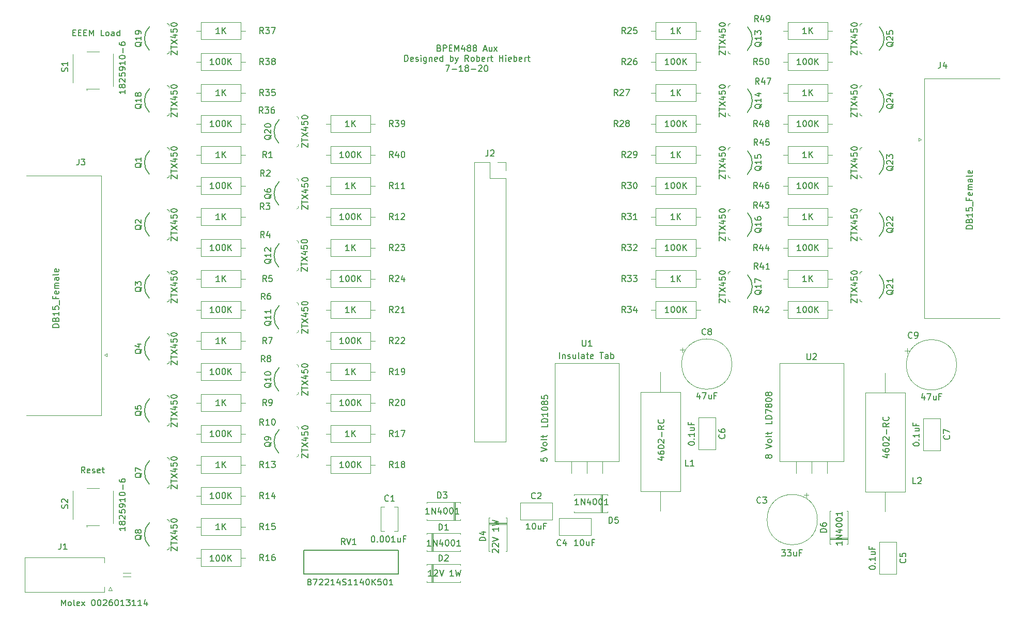
<source format=gbr>
%TF.GenerationSoftware,KiCad,Pcbnew,(5.1.6)-1*%
%TF.CreationDate,2020-07-26T20:56:43-07:00*%
%TF.ProjectId,BPEM488TDHAux,4250454d-3438-4385-9444-484175782e6b,rev?*%
%TF.SameCoordinates,Original*%
%TF.FileFunction,Legend,Top*%
%TF.FilePolarity,Positive*%
%FSLAX46Y46*%
G04 Gerber Fmt 4.6, Leading zero omitted, Abs format (unit mm)*
G04 Created by KiCad (PCBNEW (5.1.6)-1) date 2020-07-26 20:56:43*
%MOMM*%
%LPD*%
G01*
G04 APERTURE LIST*
%ADD10C,0.150000*%
%ADD11C,0.120000*%
%ADD12C,0.100000*%
G04 APERTURE END LIST*
D10*
X168790952Y-125729761D02*
X168743333Y-125825000D01*
X168695714Y-125872619D01*
X168600476Y-125920238D01*
X168552857Y-125920238D01*
X168457619Y-125872619D01*
X168410000Y-125825000D01*
X168362380Y-125729761D01*
X168362380Y-125539285D01*
X168410000Y-125444047D01*
X168457619Y-125396428D01*
X168552857Y-125348809D01*
X168600476Y-125348809D01*
X168695714Y-125396428D01*
X168743333Y-125444047D01*
X168790952Y-125539285D01*
X168790952Y-125729761D01*
X168838571Y-125825000D01*
X168886190Y-125872619D01*
X168981428Y-125920238D01*
X169171904Y-125920238D01*
X169267142Y-125872619D01*
X169314761Y-125825000D01*
X169362380Y-125729761D01*
X169362380Y-125539285D01*
X169314761Y-125444047D01*
X169267142Y-125396428D01*
X169171904Y-125348809D01*
X168981428Y-125348809D01*
X168886190Y-125396428D01*
X168838571Y-125444047D01*
X168790952Y-125539285D01*
X168362380Y-124301190D02*
X169362380Y-123967857D01*
X168362380Y-123634523D01*
X169362380Y-123158333D02*
X169314761Y-123253571D01*
X169267142Y-123301190D01*
X169171904Y-123348809D01*
X168886190Y-123348809D01*
X168790952Y-123301190D01*
X168743333Y-123253571D01*
X168695714Y-123158333D01*
X168695714Y-123015476D01*
X168743333Y-122920238D01*
X168790952Y-122872619D01*
X168886190Y-122825000D01*
X169171904Y-122825000D01*
X169267142Y-122872619D01*
X169314761Y-122920238D01*
X169362380Y-123015476D01*
X169362380Y-123158333D01*
X169362380Y-122253571D02*
X169314761Y-122348809D01*
X169219523Y-122396428D01*
X168362380Y-122396428D01*
X168695714Y-122015476D02*
X168695714Y-121634523D01*
X168362380Y-121872619D02*
X169219523Y-121872619D01*
X169314761Y-121825000D01*
X169362380Y-121729761D01*
X169362380Y-121634523D01*
X131532380Y-125904428D02*
X131532380Y-126380619D01*
X132008571Y-126428238D01*
X131960952Y-126380619D01*
X131913333Y-126285380D01*
X131913333Y-126047285D01*
X131960952Y-125952047D01*
X132008571Y-125904428D01*
X132103809Y-125856809D01*
X132341904Y-125856809D01*
X132437142Y-125904428D01*
X132484761Y-125952047D01*
X132532380Y-126047285D01*
X132532380Y-126285380D01*
X132484761Y-126380619D01*
X132437142Y-126428238D01*
X131532380Y-124809190D02*
X132532380Y-124475857D01*
X131532380Y-124142523D01*
X132532380Y-123666333D02*
X132484761Y-123761571D01*
X132437142Y-123809190D01*
X132341904Y-123856809D01*
X132056190Y-123856809D01*
X131960952Y-123809190D01*
X131913333Y-123761571D01*
X131865714Y-123666333D01*
X131865714Y-123523476D01*
X131913333Y-123428238D01*
X131960952Y-123380619D01*
X132056190Y-123333000D01*
X132341904Y-123333000D01*
X132437142Y-123380619D01*
X132484761Y-123428238D01*
X132532380Y-123523476D01*
X132532380Y-123666333D01*
X132532380Y-122761571D02*
X132484761Y-122856809D01*
X132389523Y-122904428D01*
X131532380Y-122904428D01*
X131865714Y-122523476D02*
X131865714Y-122142523D01*
X131532380Y-122380619D02*
X132389523Y-122380619D01*
X132484761Y-122333000D01*
X132532380Y-122237761D01*
X132532380Y-122142523D01*
X56800904Y-128341380D02*
X56467571Y-127865190D01*
X56229476Y-128341380D02*
X56229476Y-127341380D01*
X56610428Y-127341380D01*
X56705666Y-127389000D01*
X56753285Y-127436619D01*
X56800904Y-127531857D01*
X56800904Y-127674714D01*
X56753285Y-127769952D01*
X56705666Y-127817571D01*
X56610428Y-127865190D01*
X56229476Y-127865190D01*
X57610428Y-128293761D02*
X57515190Y-128341380D01*
X57324714Y-128341380D01*
X57229476Y-128293761D01*
X57181857Y-128198523D01*
X57181857Y-127817571D01*
X57229476Y-127722333D01*
X57324714Y-127674714D01*
X57515190Y-127674714D01*
X57610428Y-127722333D01*
X57658047Y-127817571D01*
X57658047Y-127912809D01*
X57181857Y-128008047D01*
X58039000Y-128293761D02*
X58134238Y-128341380D01*
X58324714Y-128341380D01*
X58419952Y-128293761D01*
X58467571Y-128198523D01*
X58467571Y-128150904D01*
X58419952Y-128055666D01*
X58324714Y-128008047D01*
X58181857Y-128008047D01*
X58086619Y-127960428D01*
X58039000Y-127865190D01*
X58039000Y-127817571D01*
X58086619Y-127722333D01*
X58181857Y-127674714D01*
X58324714Y-127674714D01*
X58419952Y-127722333D01*
X59277095Y-128293761D02*
X59181857Y-128341380D01*
X58991380Y-128341380D01*
X58896142Y-128293761D01*
X58848523Y-128198523D01*
X58848523Y-127817571D01*
X58896142Y-127722333D01*
X58991380Y-127674714D01*
X59181857Y-127674714D01*
X59277095Y-127722333D01*
X59324714Y-127817571D01*
X59324714Y-127912809D01*
X58848523Y-128008047D01*
X59610428Y-127674714D02*
X59991380Y-127674714D01*
X59753285Y-127341380D02*
X59753285Y-128198523D01*
X59800904Y-128293761D01*
X59896142Y-128341380D01*
X59991380Y-128341380D01*
X54840666Y-56189571D02*
X55174000Y-56189571D01*
X55316857Y-56713380D02*
X54840666Y-56713380D01*
X54840666Y-55713380D01*
X55316857Y-55713380D01*
X55745428Y-56189571D02*
X56078761Y-56189571D01*
X56221619Y-56713380D02*
X55745428Y-56713380D01*
X55745428Y-55713380D01*
X56221619Y-55713380D01*
X56650190Y-56189571D02*
X56983523Y-56189571D01*
X57126380Y-56713380D02*
X56650190Y-56713380D01*
X56650190Y-55713380D01*
X57126380Y-55713380D01*
X57554952Y-56713380D02*
X57554952Y-55713380D01*
X57888285Y-56427666D01*
X58221619Y-55713380D01*
X58221619Y-56713380D01*
X59935904Y-56713380D02*
X59459714Y-56713380D01*
X59459714Y-55713380D01*
X60412095Y-56713380D02*
X60316857Y-56665761D01*
X60269238Y-56618142D01*
X60221619Y-56522904D01*
X60221619Y-56237190D01*
X60269238Y-56141952D01*
X60316857Y-56094333D01*
X60412095Y-56046714D01*
X60554952Y-56046714D01*
X60650190Y-56094333D01*
X60697809Y-56141952D01*
X60745428Y-56237190D01*
X60745428Y-56522904D01*
X60697809Y-56618142D01*
X60650190Y-56665761D01*
X60554952Y-56713380D01*
X60412095Y-56713380D01*
X61602571Y-56713380D02*
X61602571Y-56189571D01*
X61554952Y-56094333D01*
X61459714Y-56046714D01*
X61269238Y-56046714D01*
X61174000Y-56094333D01*
X61602571Y-56665761D02*
X61507333Y-56713380D01*
X61269238Y-56713380D01*
X61174000Y-56665761D01*
X61126380Y-56570523D01*
X61126380Y-56475285D01*
X61174000Y-56380047D01*
X61269238Y-56332428D01*
X61507333Y-56332428D01*
X61602571Y-56284809D01*
X62507333Y-56713380D02*
X62507333Y-55713380D01*
X62507333Y-56665761D02*
X62412095Y-56713380D01*
X62221619Y-56713380D01*
X62126380Y-56665761D01*
X62078761Y-56618142D01*
X62031142Y-56522904D01*
X62031142Y-56237190D01*
X62078761Y-56141952D01*
X62126380Y-56094333D01*
X62221619Y-56046714D01*
X62412095Y-56046714D01*
X62507333Y-56094333D01*
X114852380Y-58698571D02*
X114995238Y-58746190D01*
X115042857Y-58793809D01*
X115090476Y-58889047D01*
X115090476Y-59031904D01*
X115042857Y-59127142D01*
X114995238Y-59174761D01*
X114900000Y-59222380D01*
X114519047Y-59222380D01*
X114519047Y-58222380D01*
X114852380Y-58222380D01*
X114947619Y-58270000D01*
X114995238Y-58317619D01*
X115042857Y-58412857D01*
X115042857Y-58508095D01*
X114995238Y-58603333D01*
X114947619Y-58650952D01*
X114852380Y-58698571D01*
X114519047Y-58698571D01*
X115519047Y-59222380D02*
X115519047Y-58222380D01*
X115900000Y-58222380D01*
X115995238Y-58270000D01*
X116042857Y-58317619D01*
X116090476Y-58412857D01*
X116090476Y-58555714D01*
X116042857Y-58650952D01*
X115995238Y-58698571D01*
X115900000Y-58746190D01*
X115519047Y-58746190D01*
X116519047Y-58698571D02*
X116852380Y-58698571D01*
X116995238Y-59222380D02*
X116519047Y-59222380D01*
X116519047Y-58222380D01*
X116995238Y-58222380D01*
X117423809Y-59222380D02*
X117423809Y-58222380D01*
X117757142Y-58936666D01*
X118090476Y-58222380D01*
X118090476Y-59222380D01*
X118995238Y-58555714D02*
X118995238Y-59222380D01*
X118757142Y-58174761D02*
X118519047Y-58889047D01*
X119138095Y-58889047D01*
X119661904Y-58650952D02*
X119566666Y-58603333D01*
X119519047Y-58555714D01*
X119471428Y-58460476D01*
X119471428Y-58412857D01*
X119519047Y-58317619D01*
X119566666Y-58270000D01*
X119661904Y-58222380D01*
X119852380Y-58222380D01*
X119947619Y-58270000D01*
X119995238Y-58317619D01*
X120042857Y-58412857D01*
X120042857Y-58460476D01*
X119995238Y-58555714D01*
X119947619Y-58603333D01*
X119852380Y-58650952D01*
X119661904Y-58650952D01*
X119566666Y-58698571D01*
X119519047Y-58746190D01*
X119471428Y-58841428D01*
X119471428Y-59031904D01*
X119519047Y-59127142D01*
X119566666Y-59174761D01*
X119661904Y-59222380D01*
X119852380Y-59222380D01*
X119947619Y-59174761D01*
X119995238Y-59127142D01*
X120042857Y-59031904D01*
X120042857Y-58841428D01*
X119995238Y-58746190D01*
X119947619Y-58698571D01*
X119852380Y-58650952D01*
X120614285Y-58650952D02*
X120519047Y-58603333D01*
X120471428Y-58555714D01*
X120423809Y-58460476D01*
X120423809Y-58412857D01*
X120471428Y-58317619D01*
X120519047Y-58270000D01*
X120614285Y-58222380D01*
X120804761Y-58222380D01*
X120900000Y-58270000D01*
X120947619Y-58317619D01*
X120995238Y-58412857D01*
X120995238Y-58460476D01*
X120947619Y-58555714D01*
X120900000Y-58603333D01*
X120804761Y-58650952D01*
X120614285Y-58650952D01*
X120519047Y-58698571D01*
X120471428Y-58746190D01*
X120423809Y-58841428D01*
X120423809Y-59031904D01*
X120471428Y-59127142D01*
X120519047Y-59174761D01*
X120614285Y-59222380D01*
X120804761Y-59222380D01*
X120900000Y-59174761D01*
X120947619Y-59127142D01*
X120995238Y-59031904D01*
X120995238Y-58841428D01*
X120947619Y-58746190D01*
X120900000Y-58698571D01*
X120804761Y-58650952D01*
X122138095Y-58936666D02*
X122614285Y-58936666D01*
X122042857Y-59222380D02*
X122376190Y-58222380D01*
X122709523Y-59222380D01*
X123471428Y-58555714D02*
X123471428Y-59222380D01*
X123042857Y-58555714D02*
X123042857Y-59079523D01*
X123090476Y-59174761D01*
X123185714Y-59222380D01*
X123328571Y-59222380D01*
X123423809Y-59174761D01*
X123471428Y-59127142D01*
X123852380Y-59222380D02*
X124376190Y-58555714D01*
X123852380Y-58555714D02*
X124376190Y-59222380D01*
X109209523Y-60872380D02*
X109209523Y-59872380D01*
X109447619Y-59872380D01*
X109590476Y-59920000D01*
X109685714Y-60015238D01*
X109733333Y-60110476D01*
X109780952Y-60300952D01*
X109780952Y-60443809D01*
X109733333Y-60634285D01*
X109685714Y-60729523D01*
X109590476Y-60824761D01*
X109447619Y-60872380D01*
X109209523Y-60872380D01*
X110590476Y-60824761D02*
X110495238Y-60872380D01*
X110304761Y-60872380D01*
X110209523Y-60824761D01*
X110161904Y-60729523D01*
X110161904Y-60348571D01*
X110209523Y-60253333D01*
X110304761Y-60205714D01*
X110495238Y-60205714D01*
X110590476Y-60253333D01*
X110638095Y-60348571D01*
X110638095Y-60443809D01*
X110161904Y-60539047D01*
X111019047Y-60824761D02*
X111114285Y-60872380D01*
X111304761Y-60872380D01*
X111400000Y-60824761D01*
X111447619Y-60729523D01*
X111447619Y-60681904D01*
X111400000Y-60586666D01*
X111304761Y-60539047D01*
X111161904Y-60539047D01*
X111066666Y-60491428D01*
X111019047Y-60396190D01*
X111019047Y-60348571D01*
X111066666Y-60253333D01*
X111161904Y-60205714D01*
X111304761Y-60205714D01*
X111400000Y-60253333D01*
X111876190Y-60872380D02*
X111876190Y-60205714D01*
X111876190Y-59872380D02*
X111828571Y-59920000D01*
X111876190Y-59967619D01*
X111923809Y-59920000D01*
X111876190Y-59872380D01*
X111876190Y-59967619D01*
X112780952Y-60205714D02*
X112780952Y-61015238D01*
X112733333Y-61110476D01*
X112685714Y-61158095D01*
X112590476Y-61205714D01*
X112447619Y-61205714D01*
X112352380Y-61158095D01*
X112780952Y-60824761D02*
X112685714Y-60872380D01*
X112495238Y-60872380D01*
X112400000Y-60824761D01*
X112352380Y-60777142D01*
X112304761Y-60681904D01*
X112304761Y-60396190D01*
X112352380Y-60300952D01*
X112400000Y-60253333D01*
X112495238Y-60205714D01*
X112685714Y-60205714D01*
X112780952Y-60253333D01*
X113257142Y-60205714D02*
X113257142Y-60872380D01*
X113257142Y-60300952D02*
X113304761Y-60253333D01*
X113400000Y-60205714D01*
X113542857Y-60205714D01*
X113638095Y-60253333D01*
X113685714Y-60348571D01*
X113685714Y-60872380D01*
X114542857Y-60824761D02*
X114447619Y-60872380D01*
X114257142Y-60872380D01*
X114161904Y-60824761D01*
X114114285Y-60729523D01*
X114114285Y-60348571D01*
X114161904Y-60253333D01*
X114257142Y-60205714D01*
X114447619Y-60205714D01*
X114542857Y-60253333D01*
X114590476Y-60348571D01*
X114590476Y-60443809D01*
X114114285Y-60539047D01*
X115447619Y-60872380D02*
X115447619Y-59872380D01*
X115447619Y-60824761D02*
X115352380Y-60872380D01*
X115161904Y-60872380D01*
X115066666Y-60824761D01*
X115019047Y-60777142D01*
X114971428Y-60681904D01*
X114971428Y-60396190D01*
X115019047Y-60300952D01*
X115066666Y-60253333D01*
X115161904Y-60205714D01*
X115352380Y-60205714D01*
X115447619Y-60253333D01*
X116685714Y-60872380D02*
X116685714Y-59872380D01*
X116685714Y-60253333D02*
X116780952Y-60205714D01*
X116971428Y-60205714D01*
X117066666Y-60253333D01*
X117114285Y-60300952D01*
X117161904Y-60396190D01*
X117161904Y-60681904D01*
X117114285Y-60777142D01*
X117066666Y-60824761D01*
X116971428Y-60872380D01*
X116780952Y-60872380D01*
X116685714Y-60824761D01*
X117495238Y-60205714D02*
X117733333Y-60872380D01*
X117971428Y-60205714D02*
X117733333Y-60872380D01*
X117638095Y-61110476D01*
X117590476Y-61158095D01*
X117495238Y-61205714D01*
X119685714Y-60872380D02*
X119352380Y-60396190D01*
X119114285Y-60872380D02*
X119114285Y-59872380D01*
X119495238Y-59872380D01*
X119590476Y-59920000D01*
X119638095Y-59967619D01*
X119685714Y-60062857D01*
X119685714Y-60205714D01*
X119638095Y-60300952D01*
X119590476Y-60348571D01*
X119495238Y-60396190D01*
X119114285Y-60396190D01*
X120257142Y-60872380D02*
X120161904Y-60824761D01*
X120114285Y-60777142D01*
X120066666Y-60681904D01*
X120066666Y-60396190D01*
X120114285Y-60300952D01*
X120161904Y-60253333D01*
X120257142Y-60205714D01*
X120400000Y-60205714D01*
X120495238Y-60253333D01*
X120542857Y-60300952D01*
X120590476Y-60396190D01*
X120590476Y-60681904D01*
X120542857Y-60777142D01*
X120495238Y-60824761D01*
X120400000Y-60872380D01*
X120257142Y-60872380D01*
X121019047Y-60872380D02*
X121019047Y-59872380D01*
X121019047Y-60253333D02*
X121114285Y-60205714D01*
X121304761Y-60205714D01*
X121400000Y-60253333D01*
X121447619Y-60300952D01*
X121495238Y-60396190D01*
X121495238Y-60681904D01*
X121447619Y-60777142D01*
X121400000Y-60824761D01*
X121304761Y-60872380D01*
X121114285Y-60872380D01*
X121019047Y-60824761D01*
X122304761Y-60824761D02*
X122209523Y-60872380D01*
X122019047Y-60872380D01*
X121923809Y-60824761D01*
X121876190Y-60729523D01*
X121876190Y-60348571D01*
X121923809Y-60253333D01*
X122019047Y-60205714D01*
X122209523Y-60205714D01*
X122304761Y-60253333D01*
X122352380Y-60348571D01*
X122352380Y-60443809D01*
X121876190Y-60539047D01*
X122780952Y-60872380D02*
X122780952Y-60205714D01*
X122780952Y-60396190D02*
X122828571Y-60300952D01*
X122876190Y-60253333D01*
X122971428Y-60205714D01*
X123066666Y-60205714D01*
X123257142Y-60205714D02*
X123638095Y-60205714D01*
X123400000Y-59872380D02*
X123400000Y-60729523D01*
X123447619Y-60824761D01*
X123542857Y-60872380D01*
X123638095Y-60872380D01*
X124733333Y-60872380D02*
X124733333Y-59872380D01*
X124733333Y-60348571D02*
X125304761Y-60348571D01*
X125304761Y-60872380D02*
X125304761Y-59872380D01*
X125780952Y-60872380D02*
X125780952Y-60205714D01*
X125780952Y-59872380D02*
X125733333Y-59920000D01*
X125780952Y-59967619D01*
X125828571Y-59920000D01*
X125780952Y-59872380D01*
X125780952Y-59967619D01*
X126638095Y-60824761D02*
X126542857Y-60872380D01*
X126352380Y-60872380D01*
X126257142Y-60824761D01*
X126209523Y-60729523D01*
X126209523Y-60348571D01*
X126257142Y-60253333D01*
X126352380Y-60205714D01*
X126542857Y-60205714D01*
X126638095Y-60253333D01*
X126685714Y-60348571D01*
X126685714Y-60443809D01*
X126209523Y-60539047D01*
X127114285Y-60872380D02*
X127114285Y-59872380D01*
X127114285Y-60253333D02*
X127209523Y-60205714D01*
X127400000Y-60205714D01*
X127495238Y-60253333D01*
X127542857Y-60300952D01*
X127590476Y-60396190D01*
X127590476Y-60681904D01*
X127542857Y-60777142D01*
X127495238Y-60824761D01*
X127400000Y-60872380D01*
X127209523Y-60872380D01*
X127114285Y-60824761D01*
X128400000Y-60824761D02*
X128304761Y-60872380D01*
X128114285Y-60872380D01*
X128019047Y-60824761D01*
X127971428Y-60729523D01*
X127971428Y-60348571D01*
X128019047Y-60253333D01*
X128114285Y-60205714D01*
X128304761Y-60205714D01*
X128400000Y-60253333D01*
X128447619Y-60348571D01*
X128447619Y-60443809D01*
X127971428Y-60539047D01*
X128876190Y-60872380D02*
X128876190Y-60205714D01*
X128876190Y-60396190D02*
X128923809Y-60300952D01*
X128971428Y-60253333D01*
X129066666Y-60205714D01*
X129161904Y-60205714D01*
X129352380Y-60205714D02*
X129733333Y-60205714D01*
X129495238Y-59872380D02*
X129495238Y-60729523D01*
X129542857Y-60824761D01*
X129638095Y-60872380D01*
X129733333Y-60872380D01*
X115923809Y-61522380D02*
X116590476Y-61522380D01*
X116161904Y-62522380D01*
X116971428Y-62141428D02*
X117733333Y-62141428D01*
X118733333Y-62522380D02*
X118161904Y-62522380D01*
X118447619Y-62522380D02*
X118447619Y-61522380D01*
X118352380Y-61665238D01*
X118257142Y-61760476D01*
X118161904Y-61808095D01*
X119304761Y-61950952D02*
X119209523Y-61903333D01*
X119161904Y-61855714D01*
X119114285Y-61760476D01*
X119114285Y-61712857D01*
X119161904Y-61617619D01*
X119209523Y-61570000D01*
X119304761Y-61522380D01*
X119495238Y-61522380D01*
X119590476Y-61570000D01*
X119638095Y-61617619D01*
X119685714Y-61712857D01*
X119685714Y-61760476D01*
X119638095Y-61855714D01*
X119590476Y-61903333D01*
X119495238Y-61950952D01*
X119304761Y-61950952D01*
X119209523Y-61998571D01*
X119161904Y-62046190D01*
X119114285Y-62141428D01*
X119114285Y-62331904D01*
X119161904Y-62427142D01*
X119209523Y-62474761D01*
X119304761Y-62522380D01*
X119495238Y-62522380D01*
X119590476Y-62474761D01*
X119638095Y-62427142D01*
X119685714Y-62331904D01*
X119685714Y-62141428D01*
X119638095Y-62046190D01*
X119590476Y-61998571D01*
X119495238Y-61950952D01*
X120114285Y-62141428D02*
X120876190Y-62141428D01*
X121304761Y-61617619D02*
X121352380Y-61570000D01*
X121447619Y-61522380D01*
X121685714Y-61522380D01*
X121780952Y-61570000D01*
X121828571Y-61617619D01*
X121876190Y-61712857D01*
X121876190Y-61808095D01*
X121828571Y-61950952D01*
X121257142Y-62522380D01*
X121876190Y-62522380D01*
X122495238Y-61522380D02*
X122590476Y-61522380D01*
X122685714Y-61570000D01*
X122733333Y-61617619D01*
X122780952Y-61712857D01*
X122828571Y-61903333D01*
X122828571Y-62141428D01*
X122780952Y-62331904D01*
X122733333Y-62427142D01*
X122685714Y-62474761D01*
X122590476Y-62522380D01*
X122495238Y-62522380D01*
X122400000Y-62474761D01*
X122352380Y-62427142D01*
X122304761Y-62331904D01*
X122257142Y-62141428D01*
X122257142Y-61903333D01*
X122304761Y-61712857D01*
X122352380Y-61617619D01*
X122400000Y-61570000D01*
X122495238Y-61522380D01*
X134605238Y-109602380D02*
X134605238Y-108602380D01*
X135081428Y-108935714D02*
X135081428Y-109602380D01*
X135081428Y-109030952D02*
X135129047Y-108983333D01*
X135224285Y-108935714D01*
X135367142Y-108935714D01*
X135462380Y-108983333D01*
X135510000Y-109078571D01*
X135510000Y-109602380D01*
X135938571Y-109554761D02*
X136033809Y-109602380D01*
X136224285Y-109602380D01*
X136319523Y-109554761D01*
X136367142Y-109459523D01*
X136367142Y-109411904D01*
X136319523Y-109316666D01*
X136224285Y-109269047D01*
X136081428Y-109269047D01*
X135986190Y-109221428D01*
X135938571Y-109126190D01*
X135938571Y-109078571D01*
X135986190Y-108983333D01*
X136081428Y-108935714D01*
X136224285Y-108935714D01*
X136319523Y-108983333D01*
X137224285Y-108935714D02*
X137224285Y-109602380D01*
X136795714Y-108935714D02*
X136795714Y-109459523D01*
X136843333Y-109554761D01*
X136938571Y-109602380D01*
X137081428Y-109602380D01*
X137176666Y-109554761D01*
X137224285Y-109507142D01*
X137843333Y-109602380D02*
X137748095Y-109554761D01*
X137700476Y-109459523D01*
X137700476Y-108602380D01*
X138652857Y-109602380D02*
X138652857Y-109078571D01*
X138605238Y-108983333D01*
X138510000Y-108935714D01*
X138319523Y-108935714D01*
X138224285Y-108983333D01*
X138652857Y-109554761D02*
X138557619Y-109602380D01*
X138319523Y-109602380D01*
X138224285Y-109554761D01*
X138176666Y-109459523D01*
X138176666Y-109364285D01*
X138224285Y-109269047D01*
X138319523Y-109221428D01*
X138557619Y-109221428D01*
X138652857Y-109173809D01*
X138986190Y-108935714D02*
X139367142Y-108935714D01*
X139129047Y-108602380D02*
X139129047Y-109459523D01*
X139176666Y-109554761D01*
X139271904Y-109602380D01*
X139367142Y-109602380D01*
X140081428Y-109554761D02*
X139986190Y-109602380D01*
X139795714Y-109602380D01*
X139700476Y-109554761D01*
X139652857Y-109459523D01*
X139652857Y-109078571D01*
X139700476Y-108983333D01*
X139795714Y-108935714D01*
X139986190Y-108935714D01*
X140081428Y-108983333D01*
X140129047Y-109078571D01*
X140129047Y-109173809D01*
X139652857Y-109269047D01*
X141176666Y-108602380D02*
X141748095Y-108602380D01*
X141462380Y-109602380D02*
X141462380Y-108602380D01*
X142510000Y-109602380D02*
X142510000Y-109078571D01*
X142462380Y-108983333D01*
X142367142Y-108935714D01*
X142176666Y-108935714D01*
X142081428Y-108983333D01*
X142510000Y-109554761D02*
X142414761Y-109602380D01*
X142176666Y-109602380D01*
X142081428Y-109554761D01*
X142033809Y-109459523D01*
X142033809Y-109364285D01*
X142081428Y-109269047D01*
X142176666Y-109221428D01*
X142414761Y-109221428D01*
X142510000Y-109173809D01*
X142986190Y-109602380D02*
X142986190Y-108602380D01*
X142986190Y-108983333D02*
X143081428Y-108935714D01*
X143271904Y-108935714D01*
X143367142Y-108983333D01*
X143414761Y-109030952D01*
X143462380Y-109126190D01*
X143462380Y-109411904D01*
X143414761Y-109507142D01*
X143367142Y-109554761D01*
X143271904Y-109602380D01*
X143081428Y-109602380D01*
X142986190Y-109554761D01*
D11*
%TO.C,J4*%
X193893675Y-73660000D02*
X193460662Y-73910000D01*
X193460662Y-73410000D02*
X193893675Y-73660000D01*
X193460662Y-73910000D02*
X193460662Y-73410000D01*
X194355000Y-63695000D02*
X206695000Y-63695000D01*
X194355000Y-103015000D02*
X194355000Y-63695000D01*
X206695000Y-103015000D02*
X194355000Y-103015000D01*
%TO.C,J3*%
X59979325Y-108966000D02*
X60412338Y-108716000D01*
X60412338Y-109216000D02*
X59979325Y-108966000D01*
X60412338Y-108716000D02*
X60412338Y-109216000D01*
X59518000Y-118931000D02*
X47178000Y-118931000D01*
X59518000Y-79611000D02*
X59518000Y-118931000D01*
X47178000Y-79611000D02*
X59518000Y-79611000D01*
%TO.C,U2*%
X178435000Y-126430000D02*
X178435000Y-128390000D01*
X175895000Y-126430000D02*
X175895000Y-128390000D01*
X173355000Y-126430000D02*
X173355000Y-128390000D01*
X181145000Y-110320000D02*
X181145000Y-126430000D01*
X170645000Y-110320000D02*
X170645000Y-126430000D01*
X170645000Y-110320000D02*
X181145000Y-110320000D01*
X170645000Y-126430000D02*
X181145000Y-126430000D01*
%TO.C,U1*%
X141605000Y-126430000D02*
X141605000Y-128390000D01*
X139065000Y-126430000D02*
X139065000Y-128390000D01*
X136525000Y-126430000D02*
X136525000Y-128390000D01*
X144315000Y-110320000D02*
X144315000Y-126430000D01*
X133815000Y-110320000D02*
X133815000Y-126430000D01*
X133815000Y-110320000D02*
X144315000Y-110320000D01*
X133815000Y-126430000D02*
X144315000Y-126430000D01*
D10*
%TO.C,RV1*%
X108140000Y-140987000D02*
X92640000Y-140987000D01*
X108140000Y-144887000D02*
X92640000Y-144887000D01*
X92640000Y-144887000D02*
X92640000Y-140987000D01*
X108140000Y-144887000D02*
X108140000Y-140987000D01*
D11*
%TO.C,C1*%
X105885000Y-137890000D02*
X105260000Y-137890000D01*
X108100000Y-137890000D02*
X107475000Y-137890000D01*
X105885000Y-133850000D02*
X105260000Y-133850000D01*
X108100000Y-133850000D02*
X107475000Y-133850000D01*
X105260000Y-133850000D02*
X105260000Y-137890000D01*
X108100000Y-133850000D02*
X108100000Y-137890000D01*
%TO.C,C3*%
X176840000Y-135979540D02*
G75*
G03*
X176840000Y-135979540I-4120000J0D01*
G01*
X175035000Y-131569842D02*
X175035000Y-132369842D01*
X175435000Y-131969842D02*
X174635000Y-131969842D01*
%TO.C,C6*%
X160120000Y-119280000D02*
X160120000Y-124520000D01*
X157380000Y-119280000D02*
X157380000Y-124520000D01*
X160120000Y-119280000D02*
X157380000Y-119280000D01*
X160120000Y-124520000D02*
X157380000Y-124520000D01*
%TO.C,C7*%
X196950000Y-124649540D02*
X194210000Y-124649540D01*
X196950000Y-119409540D02*
X194210000Y-119409540D01*
X194210000Y-119409540D02*
X194210000Y-124649540D01*
X196950000Y-119409540D02*
X196950000Y-124649540D01*
%TO.C,C8*%
X162830000Y-110490000D02*
G75*
G03*
X162830000Y-110490000I-4120000J0D01*
G01*
X154300302Y-108175000D02*
X155100302Y-108175000D01*
X154700302Y-107775000D02*
X154700302Y-108575000D01*
%TO.C,C9*%
X191530302Y-107904540D02*
X191530302Y-108704540D01*
X191130302Y-108304540D02*
X191930302Y-108304540D01*
X199660000Y-110619540D02*
G75*
G03*
X199660000Y-110619540I-4120000J0D01*
G01*
%TO.C,D1*%
X113630000Y-138230000D02*
X113630000Y-141170000D01*
X113870000Y-138230000D02*
X113870000Y-141170000D01*
X113750000Y-138230000D02*
X113750000Y-141170000D01*
X118290000Y-141170000D02*
X118290000Y-141040000D01*
X112850000Y-141170000D02*
X118290000Y-141170000D01*
X112850000Y-141040000D02*
X112850000Y-141170000D01*
X118290000Y-138230000D02*
X118290000Y-138360000D01*
X112850000Y-138230000D02*
X118290000Y-138230000D01*
X112850000Y-138360000D02*
X112850000Y-138230000D01*
%TO.C,D2*%
X112850000Y-143440000D02*
X112850000Y-143310000D01*
X112850000Y-143310000D02*
X118290000Y-143310000D01*
X118290000Y-143310000D02*
X118290000Y-143440000D01*
X112850000Y-146120000D02*
X112850000Y-146250000D01*
X112850000Y-146250000D02*
X118290000Y-146250000D01*
X118290000Y-146250000D02*
X118290000Y-146120000D01*
X113750000Y-143310000D02*
X113750000Y-146250000D01*
X113870000Y-143310000D02*
X113870000Y-146250000D01*
X113630000Y-143310000D02*
X113630000Y-146250000D01*
%TO.C,D3*%
X117510000Y-136090000D02*
X117510000Y-133150000D01*
X117270000Y-136090000D02*
X117270000Y-133150000D01*
X117390000Y-136090000D02*
X117390000Y-133150000D01*
X112850000Y-133150000D02*
X112850000Y-133280000D01*
X118290000Y-133150000D02*
X112850000Y-133150000D01*
X118290000Y-133280000D02*
X118290000Y-133150000D01*
X112850000Y-136090000D02*
X112850000Y-135960000D01*
X118290000Y-136090000D02*
X112850000Y-136090000D01*
X118290000Y-135960000D02*
X118290000Y-136090000D01*
%TO.C,D4*%
X125800000Y-135710000D02*
X125930000Y-135710000D01*
X125930000Y-135710000D02*
X125930000Y-141150000D01*
X125930000Y-141150000D02*
X125800000Y-141150000D01*
X123120000Y-135710000D02*
X122990000Y-135710000D01*
X122990000Y-135710000D02*
X122990000Y-141150000D01*
X122990000Y-141150000D02*
X123120000Y-141150000D01*
X125930000Y-136610000D02*
X122990000Y-136610000D01*
X125930000Y-136730000D02*
X122990000Y-136730000D01*
X125930000Y-136490000D02*
X122990000Y-136490000D01*
%TO.C,D5*%
X142420000Y-134690000D02*
X142420000Y-134820000D01*
X142420000Y-134820000D02*
X136980000Y-134820000D01*
X136980000Y-134820000D02*
X136980000Y-134690000D01*
X142420000Y-132010000D02*
X142420000Y-131880000D01*
X142420000Y-131880000D02*
X136980000Y-131880000D01*
X136980000Y-131880000D02*
X136980000Y-132010000D01*
X141520000Y-134820000D02*
X141520000Y-131880000D01*
X141400000Y-134820000D02*
X141400000Y-131880000D01*
X141640000Y-134820000D02*
X141640000Y-131880000D01*
%TO.C,D6*%
X178870000Y-139229540D02*
X181810000Y-139229540D01*
X178870000Y-138989540D02*
X181810000Y-138989540D01*
X178870000Y-139109540D02*
X181810000Y-139109540D01*
X181810000Y-134569540D02*
X181680000Y-134569540D01*
X181810000Y-140009540D02*
X181810000Y-134569540D01*
X181680000Y-140009540D02*
X181810000Y-140009540D01*
X178870000Y-134569540D02*
X179000000Y-134569540D01*
X178870000Y-140009540D02*
X178870000Y-134569540D01*
X179000000Y-140009540D02*
X178870000Y-140009540D01*
%TO.C,J1*%
X60660000Y-147634000D02*
X60960000Y-147034000D01*
X61260000Y-147634000D02*
X60660000Y-147634000D01*
X60960000Y-147034000D02*
X61260000Y-147634000D01*
X63070000Y-144734000D02*
X64350000Y-144734000D01*
X63070000Y-145334000D02*
X64350000Y-145334000D01*
X46950000Y-142224000D02*
X46950000Y-145034000D01*
X59970000Y-142224000D02*
X46950000Y-142224000D01*
X59970000Y-143034000D02*
X59970000Y-142224000D01*
X46950000Y-147844000D02*
X46950000Y-145034000D01*
X59970000Y-147844000D02*
X46950000Y-147844000D01*
X59970000Y-147034000D02*
X59970000Y-147844000D01*
%TO.C,L1*%
X151130000Y-111830000D02*
X151130000Y-115070000D01*
X151130000Y-134550000D02*
X151130000Y-131310000D01*
X147860000Y-115070000D02*
X147860000Y-131310000D01*
X154400000Y-115070000D02*
X147860000Y-115070000D01*
X154400000Y-131310000D02*
X154400000Y-115070000D01*
X147860000Y-131310000D02*
X154400000Y-131310000D01*
%TO.C,L2*%
X184690000Y-131439540D02*
X191230000Y-131439540D01*
X191230000Y-131439540D02*
X191230000Y-115199540D01*
X191230000Y-115199540D02*
X184690000Y-115199540D01*
X184690000Y-115199540D02*
X184690000Y-131439540D01*
X187960000Y-134679540D02*
X187960000Y-131439540D01*
X187960000Y-111959540D02*
X187960000Y-115199540D01*
D12*
%TO.C,Q1*%
X70540680Y-79820000D02*
X70240680Y-79970000D01*
X70540680Y-79520000D02*
X70540680Y-79820000D01*
X70540680Y-75120000D02*
X70540680Y-75420000D01*
X70540680Y-75120000D02*
X70240680Y-74970000D01*
D10*
X67390680Y-75520000D02*
G75*
G03*
X67340680Y-79370000I1900000J-1950000D01*
G01*
D12*
%TO.C,Q2*%
X70540680Y-85280000D02*
X70240680Y-85130000D01*
X70540680Y-85280000D02*
X70540680Y-85580000D01*
X70540680Y-89680000D02*
X70540680Y-89980000D01*
X70540680Y-89980000D02*
X70240680Y-90130000D01*
D10*
X67390680Y-85680000D02*
G75*
G03*
X67340680Y-89530000I1900000J-1950000D01*
G01*
D12*
%TO.C,Q3*%
X70540680Y-95440000D02*
X70240680Y-95290000D01*
X70540680Y-95440000D02*
X70540680Y-95740000D01*
X70540680Y-99840000D02*
X70540680Y-100140000D01*
X70540680Y-100140000D02*
X70240680Y-100290000D01*
D10*
X67390680Y-95840000D02*
G75*
G03*
X67340680Y-99690000I1900000J-1950000D01*
G01*
D12*
%TO.C,Q4*%
X70540680Y-110300000D02*
X70240680Y-110450000D01*
X70540680Y-110000000D02*
X70540680Y-110300000D01*
X70540680Y-105600000D02*
X70540680Y-105900000D01*
X70540680Y-105600000D02*
X70240680Y-105450000D01*
D10*
X67390680Y-106000000D02*
G75*
G03*
X67340680Y-109850000I1900000J-1950000D01*
G01*
D12*
%TO.C,Q5*%
X70540680Y-115760000D02*
X70240680Y-115610000D01*
X70540680Y-115760000D02*
X70540680Y-116060000D01*
X70540680Y-120160000D02*
X70540680Y-120460000D01*
X70540680Y-120460000D02*
X70240680Y-120610000D01*
D10*
X67390680Y-116160000D02*
G75*
G03*
X67340680Y-120010000I1900000J-1950000D01*
G01*
D12*
%TO.C,Q6*%
X91770000Y-80200000D02*
X91470000Y-80050000D01*
X91770000Y-80200000D02*
X91770000Y-80500000D01*
X91770000Y-84600000D02*
X91770000Y-84900000D01*
X91770000Y-84900000D02*
X91470000Y-85050000D01*
D10*
X88620000Y-80600000D02*
G75*
G03*
X88570000Y-84450000I1900000J-1950000D01*
G01*
D12*
%TO.C,Q7*%
X70540680Y-130620000D02*
X70240680Y-130770000D01*
X70540680Y-130320000D02*
X70540680Y-130620000D01*
X70540680Y-125920000D02*
X70540680Y-126220000D01*
X70540680Y-125920000D02*
X70240680Y-125770000D01*
D10*
X67390680Y-126320000D02*
G75*
G03*
X67340680Y-130170000I1900000J-1950000D01*
G01*
D12*
%TO.C,Q8*%
X70540680Y-136080000D02*
X70240680Y-135930000D01*
X70540680Y-136080000D02*
X70540680Y-136380000D01*
X70540680Y-140480000D02*
X70540680Y-140780000D01*
X70540680Y-140780000D02*
X70240680Y-140930000D01*
D10*
X67390680Y-136480000D02*
G75*
G03*
X67340680Y-140330000I1900000J-1950000D01*
G01*
D12*
%TO.C,Q9*%
X91770000Y-125540000D02*
X91470000Y-125690000D01*
X91770000Y-125240000D02*
X91770000Y-125540000D01*
X91770000Y-120840000D02*
X91770000Y-121140000D01*
X91770000Y-120840000D02*
X91470000Y-120690000D01*
D10*
X88620000Y-121240000D02*
G75*
G03*
X88570000Y-125090000I1900000J-1950000D01*
G01*
D12*
%TO.C,Q10*%
X91770000Y-110680000D02*
X91470000Y-110530000D01*
X91770000Y-110680000D02*
X91770000Y-110980000D01*
X91770000Y-115080000D02*
X91770000Y-115380000D01*
X91770000Y-115380000D02*
X91470000Y-115530000D01*
D10*
X88620000Y-111080000D02*
G75*
G03*
X88570000Y-114930000I1900000J-1950000D01*
G01*
D12*
%TO.C,Q11*%
X91770000Y-105220000D02*
X91470000Y-105370000D01*
X91770000Y-104920000D02*
X91770000Y-105220000D01*
X91770000Y-100520000D02*
X91770000Y-100820000D01*
X91770000Y-100520000D02*
X91470000Y-100370000D01*
D10*
X88620000Y-100920000D02*
G75*
G03*
X88570000Y-104770000I1900000J-1950000D01*
G01*
D12*
%TO.C,Q12*%
X91770000Y-95060000D02*
X91470000Y-95210000D01*
X91770000Y-94760000D02*
X91770000Y-95060000D01*
X91770000Y-90360000D02*
X91770000Y-90660000D01*
X91770000Y-90360000D02*
X91470000Y-90210000D01*
D10*
X88620000Y-90760000D02*
G75*
G03*
X88570000Y-94610000I1900000J-1950000D01*
G01*
D12*
%TO.C,Q13*%
X162204600Y-54800000D02*
X162504600Y-54650000D01*
X162204600Y-55100000D02*
X162204600Y-54800000D01*
X162204600Y-59500000D02*
X162204600Y-59200000D01*
X162204600Y-59500000D02*
X162504600Y-59650000D01*
D10*
X165354600Y-59100000D02*
G75*
G03*
X165404600Y-55250000I-1900000J1950000D01*
G01*
D12*
%TO.C,Q14*%
X162204600Y-69660000D02*
X162504600Y-69810000D01*
X162204600Y-69660000D02*
X162204600Y-69360000D01*
X162204600Y-65260000D02*
X162204600Y-64960000D01*
X162204600Y-64960000D02*
X162504600Y-64810000D01*
D10*
X165354600Y-69260000D02*
G75*
G03*
X165404600Y-65410000I-1900000J1950000D01*
G01*
D12*
%TO.C,Q15*%
X162204600Y-75120000D02*
X162504600Y-74970000D01*
X162204600Y-75420000D02*
X162204600Y-75120000D01*
X162204600Y-79820000D02*
X162204600Y-79520000D01*
X162204600Y-79820000D02*
X162504600Y-79970000D01*
D10*
X165354600Y-79420000D02*
G75*
G03*
X165404600Y-75570000I-1900000J1950000D01*
G01*
D12*
%TO.C,Q16*%
X162204600Y-89980000D02*
X162504600Y-90130000D01*
X162204600Y-89980000D02*
X162204600Y-89680000D01*
X162204600Y-85580000D02*
X162204600Y-85280000D01*
X162204600Y-85280000D02*
X162504600Y-85130000D01*
D10*
X165354600Y-89580000D02*
G75*
G03*
X165404600Y-85730000I-1900000J1950000D01*
G01*
D12*
%TO.C,Q17*%
X162204600Y-95440000D02*
X162504600Y-95290000D01*
X162204600Y-95740000D02*
X162204600Y-95440000D01*
X162204600Y-100140000D02*
X162204600Y-99840000D01*
X162204600Y-100140000D02*
X162504600Y-100290000D01*
D10*
X165354600Y-99740000D02*
G75*
G03*
X165404600Y-95890000I-1900000J1950000D01*
G01*
D12*
%TO.C,Q18*%
X70540680Y-64960000D02*
X70240680Y-64810000D01*
X70540680Y-64960000D02*
X70540680Y-65260000D01*
X70540680Y-69360000D02*
X70540680Y-69660000D01*
X70540680Y-69660000D02*
X70240680Y-69810000D01*
D10*
X67390680Y-65360000D02*
G75*
G03*
X67340680Y-69210000I1900000J-1950000D01*
G01*
D12*
%TO.C,Q19*%
X70540680Y-59500000D02*
X70240680Y-59650000D01*
X70540680Y-59200000D02*
X70540680Y-59500000D01*
X70540680Y-54800000D02*
X70540680Y-55100000D01*
X70540680Y-54800000D02*
X70240680Y-54650000D01*
D10*
X67390680Y-55200000D02*
G75*
G03*
X67340680Y-59050000I1900000J-1950000D01*
G01*
D12*
%TO.C,Q20*%
X91770000Y-70040000D02*
X91470000Y-69890000D01*
X91770000Y-70040000D02*
X91770000Y-70340000D01*
X91770000Y-74440000D02*
X91770000Y-74740000D01*
X91770000Y-74740000D02*
X91470000Y-74890000D01*
D10*
X88620000Y-70440000D02*
G75*
G03*
X88570000Y-74290000I1900000J-1950000D01*
G01*
D12*
%TO.C,Q21*%
X183820000Y-95440000D02*
X184120000Y-95290000D01*
X183820000Y-95740000D02*
X183820000Y-95440000D01*
X183820000Y-100140000D02*
X183820000Y-99840000D01*
X183820000Y-100140000D02*
X184120000Y-100290000D01*
D10*
X186970000Y-99740000D02*
G75*
G03*
X187020000Y-95890000I-1900000J1950000D01*
G01*
D12*
%TO.C,Q22*%
X183820000Y-89980000D02*
X184120000Y-90130000D01*
X183820000Y-89980000D02*
X183820000Y-89680000D01*
X183820000Y-85580000D02*
X183820000Y-85280000D01*
X183820000Y-85280000D02*
X184120000Y-85130000D01*
D10*
X186970000Y-89580000D02*
G75*
G03*
X187020000Y-85730000I-1900000J1950000D01*
G01*
D12*
%TO.C,Q23*%
X183820000Y-75120000D02*
X184120000Y-74970000D01*
X183820000Y-75420000D02*
X183820000Y-75120000D01*
X183820000Y-79820000D02*
X183820000Y-79520000D01*
X183820000Y-79820000D02*
X184120000Y-79970000D01*
D10*
X186970000Y-79420000D02*
G75*
G03*
X187020000Y-75570000I-1900000J1950000D01*
G01*
D12*
%TO.C,Q24*%
X183820000Y-69660000D02*
X184120000Y-69810000D01*
X183820000Y-69660000D02*
X183820000Y-69360000D01*
X183820000Y-65260000D02*
X183820000Y-64960000D01*
X183820000Y-64960000D02*
X184120000Y-64810000D01*
D10*
X186970000Y-69260000D02*
G75*
G03*
X187020000Y-65410000I-1900000J1950000D01*
G01*
D12*
%TO.C,Q25*%
X183820000Y-54800000D02*
X184120000Y-54650000D01*
X183820000Y-55100000D02*
X183820000Y-54800000D01*
X183820000Y-59500000D02*
X183820000Y-59200000D01*
X183820000Y-59500000D02*
X184120000Y-59650000D01*
D10*
X186970000Y-59100000D02*
G75*
G03*
X187020000Y-55250000I-1900000J1950000D01*
G01*
D11*
%TO.C,R1*%
X75830680Y-74830000D02*
X75830680Y-77570000D01*
X75830680Y-77570000D02*
X82370680Y-77570000D01*
X82370680Y-77570000D02*
X82370680Y-74830000D01*
X82370680Y-74830000D02*
X75830680Y-74830000D01*
X75060680Y-76200000D02*
X75830680Y-76200000D01*
X83140680Y-76200000D02*
X82370680Y-76200000D01*
%TO.C,R2*%
X83140680Y-81280000D02*
X82370680Y-81280000D01*
X75060680Y-81280000D02*
X75830680Y-81280000D01*
X82370680Y-79910000D02*
X75830680Y-79910000D01*
X82370680Y-82650000D02*
X82370680Y-79910000D01*
X75830680Y-82650000D02*
X82370680Y-82650000D01*
X75830680Y-79910000D02*
X75830680Y-82650000D01*
%TO.C,R3*%
X75830680Y-84990000D02*
X75830680Y-87730000D01*
X75830680Y-87730000D02*
X82370680Y-87730000D01*
X82370680Y-87730000D02*
X82370680Y-84990000D01*
X82370680Y-84990000D02*
X75830680Y-84990000D01*
X75060680Y-86360000D02*
X75830680Y-86360000D01*
X83140680Y-86360000D02*
X82370680Y-86360000D01*
%TO.C,R4*%
X83140680Y-91440000D02*
X82370680Y-91440000D01*
X75060680Y-91440000D02*
X75830680Y-91440000D01*
X82370680Y-90070000D02*
X75830680Y-90070000D01*
X82370680Y-92810000D02*
X82370680Y-90070000D01*
X75830680Y-92810000D02*
X82370680Y-92810000D01*
X75830680Y-90070000D02*
X75830680Y-92810000D01*
%TO.C,R5*%
X83140680Y-96520000D02*
X82370680Y-96520000D01*
X75060680Y-96520000D02*
X75830680Y-96520000D01*
X82370680Y-95150000D02*
X75830680Y-95150000D01*
X82370680Y-97890000D02*
X82370680Y-95150000D01*
X75830680Y-97890000D02*
X82370680Y-97890000D01*
X75830680Y-95150000D02*
X75830680Y-97890000D01*
%TO.C,R6*%
X83140680Y-101600000D02*
X82370680Y-101600000D01*
X75060680Y-101600000D02*
X75830680Y-101600000D01*
X82370680Y-100230000D02*
X75830680Y-100230000D01*
X82370680Y-102970000D02*
X82370680Y-100230000D01*
X75830680Y-102970000D02*
X82370680Y-102970000D01*
X75830680Y-100230000D02*
X75830680Y-102970000D01*
%TO.C,R7*%
X75830680Y-105310000D02*
X75830680Y-108050000D01*
X75830680Y-108050000D02*
X82370680Y-108050000D01*
X82370680Y-108050000D02*
X82370680Y-105310000D01*
X82370680Y-105310000D02*
X75830680Y-105310000D01*
X75060680Y-106680000D02*
X75830680Y-106680000D01*
X83140680Y-106680000D02*
X82370680Y-106680000D01*
%TO.C,R8*%
X75830680Y-110390000D02*
X75830680Y-113130000D01*
X75830680Y-113130000D02*
X82370680Y-113130000D01*
X82370680Y-113130000D02*
X82370680Y-110390000D01*
X82370680Y-110390000D02*
X75830680Y-110390000D01*
X75060680Y-111760000D02*
X75830680Y-111760000D01*
X83140680Y-111760000D02*
X82370680Y-111760000D01*
%TO.C,R9*%
X83140680Y-116840000D02*
X82370680Y-116840000D01*
X75060680Y-116840000D02*
X75830680Y-116840000D01*
X82370680Y-115470000D02*
X75830680Y-115470000D01*
X82370680Y-118210000D02*
X82370680Y-115470000D01*
X75830680Y-118210000D02*
X82370680Y-118210000D01*
X75830680Y-115470000D02*
X75830680Y-118210000D01*
%TO.C,R10*%
X83140680Y-121920000D02*
X82370680Y-121920000D01*
X75060680Y-121920000D02*
X75830680Y-121920000D01*
X82370680Y-120550000D02*
X75830680Y-120550000D01*
X82370680Y-123290000D02*
X82370680Y-120550000D01*
X75830680Y-123290000D02*
X82370680Y-123290000D01*
X75830680Y-120550000D02*
X75830680Y-123290000D01*
%TO.C,R11*%
X97060000Y-79910000D02*
X97060000Y-82650000D01*
X97060000Y-82650000D02*
X103600000Y-82650000D01*
X103600000Y-82650000D02*
X103600000Y-79910000D01*
X103600000Y-79910000D02*
X97060000Y-79910000D01*
X96290000Y-81280000D02*
X97060000Y-81280000D01*
X104370000Y-81280000D02*
X103600000Y-81280000D01*
%TO.C,R12*%
X97060000Y-84990000D02*
X97060000Y-87730000D01*
X97060000Y-87730000D02*
X103600000Y-87730000D01*
X103600000Y-87730000D02*
X103600000Y-84990000D01*
X103600000Y-84990000D02*
X97060000Y-84990000D01*
X96290000Y-86360000D02*
X97060000Y-86360000D01*
X104370000Y-86360000D02*
X103600000Y-86360000D01*
%TO.C,R13*%
X75830680Y-125630000D02*
X75830680Y-128370000D01*
X75830680Y-128370000D02*
X82370680Y-128370000D01*
X82370680Y-128370000D02*
X82370680Y-125630000D01*
X82370680Y-125630000D02*
X75830680Y-125630000D01*
X75060680Y-127000000D02*
X75830680Y-127000000D01*
X83140680Y-127000000D02*
X82370680Y-127000000D01*
%TO.C,R14*%
X83140680Y-132080000D02*
X82370680Y-132080000D01*
X75060680Y-132080000D02*
X75830680Y-132080000D01*
X82370680Y-130710000D02*
X75830680Y-130710000D01*
X82370680Y-133450000D02*
X82370680Y-130710000D01*
X75830680Y-133450000D02*
X82370680Y-133450000D01*
X75830680Y-130710000D02*
X75830680Y-133450000D01*
%TO.C,R15*%
X83140680Y-137160000D02*
X82370680Y-137160000D01*
X75060680Y-137160000D02*
X75830680Y-137160000D01*
X82370680Y-135790000D02*
X75830680Y-135790000D01*
X82370680Y-138530000D02*
X82370680Y-135790000D01*
X75830680Y-138530000D02*
X82370680Y-138530000D01*
X75830680Y-135790000D02*
X75830680Y-138530000D01*
%TO.C,R16*%
X75830680Y-140870000D02*
X75830680Y-143610000D01*
X75830680Y-143610000D02*
X82370680Y-143610000D01*
X82370680Y-143610000D02*
X82370680Y-140870000D01*
X82370680Y-140870000D02*
X75830680Y-140870000D01*
X75060680Y-142240000D02*
X75830680Y-142240000D01*
X83140680Y-142240000D02*
X82370680Y-142240000D01*
%TO.C,R17*%
X97060000Y-120550000D02*
X97060000Y-123290000D01*
X97060000Y-123290000D02*
X103600000Y-123290000D01*
X103600000Y-123290000D02*
X103600000Y-120550000D01*
X103600000Y-120550000D02*
X97060000Y-120550000D01*
X96290000Y-121920000D02*
X97060000Y-121920000D01*
X104370000Y-121920000D02*
X103600000Y-121920000D01*
%TO.C,R18*%
X97060000Y-125630000D02*
X97060000Y-128370000D01*
X97060000Y-128370000D02*
X103600000Y-128370000D01*
X103600000Y-128370000D02*
X103600000Y-125630000D01*
X103600000Y-125630000D02*
X97060000Y-125630000D01*
X96290000Y-127000000D02*
X97060000Y-127000000D01*
X104370000Y-127000000D02*
X103600000Y-127000000D01*
%TO.C,R19*%
X104370000Y-111760000D02*
X103600000Y-111760000D01*
X96290000Y-111760000D02*
X97060000Y-111760000D01*
X103600000Y-110390000D02*
X97060000Y-110390000D01*
X103600000Y-113130000D02*
X103600000Y-110390000D01*
X97060000Y-113130000D02*
X103600000Y-113130000D01*
X97060000Y-110390000D02*
X97060000Y-113130000D01*
%TO.C,R20*%
X104370000Y-116840000D02*
X103600000Y-116840000D01*
X96290000Y-116840000D02*
X97060000Y-116840000D01*
X103600000Y-115470000D02*
X97060000Y-115470000D01*
X103600000Y-118210000D02*
X103600000Y-115470000D01*
X97060000Y-118210000D02*
X103600000Y-118210000D01*
X97060000Y-115470000D02*
X97060000Y-118210000D01*
%TO.C,R21*%
X97060000Y-100230000D02*
X97060000Y-102970000D01*
X97060000Y-102970000D02*
X103600000Y-102970000D01*
X103600000Y-102970000D02*
X103600000Y-100230000D01*
X103600000Y-100230000D02*
X97060000Y-100230000D01*
X96290000Y-101600000D02*
X97060000Y-101600000D01*
X104370000Y-101600000D02*
X103600000Y-101600000D01*
%TO.C,R22*%
X97060000Y-105310000D02*
X97060000Y-108050000D01*
X97060000Y-108050000D02*
X103600000Y-108050000D01*
X103600000Y-108050000D02*
X103600000Y-105310000D01*
X103600000Y-105310000D02*
X97060000Y-105310000D01*
X96290000Y-106680000D02*
X97060000Y-106680000D01*
X104370000Y-106680000D02*
X103600000Y-106680000D01*
%TO.C,R23*%
X104370000Y-91440000D02*
X103600000Y-91440000D01*
X96290000Y-91440000D02*
X97060000Y-91440000D01*
X103600000Y-90070000D02*
X97060000Y-90070000D01*
X103600000Y-92810000D02*
X103600000Y-90070000D01*
X97060000Y-92810000D02*
X103600000Y-92810000D01*
X97060000Y-90070000D02*
X97060000Y-92810000D01*
%TO.C,R24*%
X104370000Y-96520000D02*
X103600000Y-96520000D01*
X96290000Y-96520000D02*
X97060000Y-96520000D01*
X103600000Y-95150000D02*
X97060000Y-95150000D01*
X103600000Y-97890000D02*
X103600000Y-95150000D01*
X97060000Y-97890000D02*
X103600000Y-97890000D01*
X97060000Y-95150000D02*
X97060000Y-97890000D01*
%TO.C,R25*%
X149604600Y-55880000D02*
X150374600Y-55880000D01*
X157684600Y-55880000D02*
X156914600Y-55880000D01*
X150374600Y-57250000D02*
X156914600Y-57250000D01*
X150374600Y-54510000D02*
X150374600Y-57250000D01*
X156914600Y-54510000D02*
X150374600Y-54510000D01*
X156914600Y-57250000D02*
X156914600Y-54510000D01*
%TO.C,R26*%
X149604600Y-60960000D02*
X150374600Y-60960000D01*
X157684600Y-60960000D02*
X156914600Y-60960000D01*
X150374600Y-62330000D02*
X156914600Y-62330000D01*
X150374600Y-59590000D02*
X150374600Y-62330000D01*
X156914600Y-59590000D02*
X150374600Y-59590000D01*
X156914600Y-62330000D02*
X156914600Y-59590000D01*
%TO.C,R27*%
X149604600Y-66040000D02*
X150374600Y-66040000D01*
X157684600Y-66040000D02*
X156914600Y-66040000D01*
X150374600Y-67410000D02*
X156914600Y-67410000D01*
X150374600Y-64670000D02*
X150374600Y-67410000D01*
X156914600Y-64670000D02*
X150374600Y-64670000D01*
X156914600Y-67410000D02*
X156914600Y-64670000D01*
%TO.C,R28*%
X156914600Y-72490000D02*
X156914600Y-69750000D01*
X156914600Y-69750000D02*
X150374600Y-69750000D01*
X150374600Y-69750000D02*
X150374600Y-72490000D01*
X150374600Y-72490000D02*
X156914600Y-72490000D01*
X157684600Y-71120000D02*
X156914600Y-71120000D01*
X149604600Y-71120000D02*
X150374600Y-71120000D01*
%TO.C,R29*%
X156914600Y-77570000D02*
X156914600Y-74830000D01*
X156914600Y-74830000D02*
X150374600Y-74830000D01*
X150374600Y-74830000D02*
X150374600Y-77570000D01*
X150374600Y-77570000D02*
X156914600Y-77570000D01*
X157684600Y-76200000D02*
X156914600Y-76200000D01*
X149604600Y-76200000D02*
X150374600Y-76200000D01*
%TO.C,R30*%
X149604600Y-81280000D02*
X150374600Y-81280000D01*
X157684600Y-81280000D02*
X156914600Y-81280000D01*
X150374600Y-82650000D02*
X156914600Y-82650000D01*
X150374600Y-79910000D02*
X150374600Y-82650000D01*
X156914600Y-79910000D02*
X150374600Y-79910000D01*
X156914600Y-82650000D02*
X156914600Y-79910000D01*
%TO.C,R31*%
X149604600Y-86360000D02*
X150374600Y-86360000D01*
X157684600Y-86360000D02*
X156914600Y-86360000D01*
X150374600Y-87730000D02*
X156914600Y-87730000D01*
X150374600Y-84990000D02*
X150374600Y-87730000D01*
X156914600Y-84990000D02*
X150374600Y-84990000D01*
X156914600Y-87730000D02*
X156914600Y-84990000D01*
%TO.C,R32*%
X156914600Y-92810000D02*
X156914600Y-90070000D01*
X156914600Y-90070000D02*
X150374600Y-90070000D01*
X150374600Y-90070000D02*
X150374600Y-92810000D01*
X150374600Y-92810000D02*
X156914600Y-92810000D01*
X157684600Y-91440000D02*
X156914600Y-91440000D01*
X149604600Y-91440000D02*
X150374600Y-91440000D01*
%TO.C,R33*%
X149604600Y-96520000D02*
X150374600Y-96520000D01*
X157684600Y-96520000D02*
X156914600Y-96520000D01*
X150374600Y-97890000D02*
X156914600Y-97890000D01*
X150374600Y-95150000D02*
X150374600Y-97890000D01*
X156914600Y-95150000D02*
X150374600Y-95150000D01*
X156914600Y-97890000D02*
X156914600Y-95150000D01*
%TO.C,R34*%
X149604600Y-101600000D02*
X150374600Y-101600000D01*
X157684600Y-101600000D02*
X156914600Y-101600000D01*
X150374600Y-102970000D02*
X156914600Y-102970000D01*
X150374600Y-100230000D02*
X150374600Y-102970000D01*
X156914600Y-100230000D02*
X150374600Y-100230000D01*
X156914600Y-102970000D02*
X156914600Y-100230000D01*
%TO.C,R35*%
X75830680Y-64670000D02*
X75830680Y-67410000D01*
X75830680Y-67410000D02*
X82370680Y-67410000D01*
X82370680Y-67410000D02*
X82370680Y-64670000D01*
X82370680Y-64670000D02*
X75830680Y-64670000D01*
X75060680Y-66040000D02*
X75830680Y-66040000D01*
X83140680Y-66040000D02*
X82370680Y-66040000D01*
%TO.C,R36*%
X75830680Y-69750000D02*
X75830680Y-72490000D01*
X75830680Y-72490000D02*
X82370680Y-72490000D01*
X82370680Y-72490000D02*
X82370680Y-69750000D01*
X82370680Y-69750000D02*
X75830680Y-69750000D01*
X75060680Y-71120000D02*
X75830680Y-71120000D01*
X83140680Y-71120000D02*
X82370680Y-71120000D01*
%TO.C,R37*%
X83140680Y-55880000D02*
X82370680Y-55880000D01*
X75060680Y-55880000D02*
X75830680Y-55880000D01*
X82370680Y-54510000D02*
X75830680Y-54510000D01*
X82370680Y-57250000D02*
X82370680Y-54510000D01*
X75830680Y-57250000D02*
X82370680Y-57250000D01*
X75830680Y-54510000D02*
X75830680Y-57250000D01*
%TO.C,R38*%
X75830680Y-59590000D02*
X75830680Y-62330000D01*
X75830680Y-62330000D02*
X82370680Y-62330000D01*
X82370680Y-62330000D02*
X82370680Y-59590000D01*
X82370680Y-59590000D02*
X75830680Y-59590000D01*
X75060680Y-60960000D02*
X75830680Y-60960000D01*
X83140680Y-60960000D02*
X82370680Y-60960000D01*
%TO.C,R39*%
X104370000Y-71120000D02*
X103600000Y-71120000D01*
X96290000Y-71120000D02*
X97060000Y-71120000D01*
X103600000Y-69750000D02*
X97060000Y-69750000D01*
X103600000Y-72490000D02*
X103600000Y-69750000D01*
X97060000Y-72490000D02*
X103600000Y-72490000D01*
X97060000Y-69750000D02*
X97060000Y-72490000D01*
%TO.C,R40*%
X104370000Y-76200000D02*
X103600000Y-76200000D01*
X96290000Y-76200000D02*
X97060000Y-76200000D01*
X103600000Y-74830000D02*
X97060000Y-74830000D01*
X103600000Y-77570000D02*
X103600000Y-74830000D01*
X97060000Y-77570000D02*
X103600000Y-77570000D01*
X97060000Y-74830000D02*
X97060000Y-77570000D01*
%TO.C,R41*%
X178530000Y-97890000D02*
X178530000Y-95150000D01*
X178530000Y-95150000D02*
X171990000Y-95150000D01*
X171990000Y-95150000D02*
X171990000Y-97890000D01*
X171990000Y-97890000D02*
X178530000Y-97890000D01*
X179300000Y-96520000D02*
X178530000Y-96520000D01*
X171220000Y-96520000D02*
X171990000Y-96520000D01*
%TO.C,R42*%
X178530000Y-102970000D02*
X178530000Y-100230000D01*
X178530000Y-100230000D02*
X171990000Y-100230000D01*
X171990000Y-100230000D02*
X171990000Y-102970000D01*
X171990000Y-102970000D02*
X178530000Y-102970000D01*
X179300000Y-101600000D02*
X178530000Y-101600000D01*
X171220000Y-101600000D02*
X171990000Y-101600000D01*
%TO.C,R43*%
X178530000Y-87730000D02*
X178530000Y-84990000D01*
X178530000Y-84990000D02*
X171990000Y-84990000D01*
X171990000Y-84990000D02*
X171990000Y-87730000D01*
X171990000Y-87730000D02*
X178530000Y-87730000D01*
X179300000Y-86360000D02*
X178530000Y-86360000D01*
X171220000Y-86360000D02*
X171990000Y-86360000D01*
%TO.C,R44*%
X171220000Y-91440000D02*
X171990000Y-91440000D01*
X179300000Y-91440000D02*
X178530000Y-91440000D01*
X171990000Y-92810000D02*
X178530000Y-92810000D01*
X171990000Y-90070000D02*
X171990000Y-92810000D01*
X178530000Y-90070000D02*
X171990000Y-90070000D01*
X178530000Y-92810000D02*
X178530000Y-90070000D01*
%TO.C,R45*%
X171220000Y-76200000D02*
X171990000Y-76200000D01*
X179300000Y-76200000D02*
X178530000Y-76200000D01*
X171990000Y-77570000D02*
X178530000Y-77570000D01*
X171990000Y-74830000D02*
X171990000Y-77570000D01*
X178530000Y-74830000D02*
X171990000Y-74830000D01*
X178530000Y-77570000D02*
X178530000Y-74830000D01*
%TO.C,R46*%
X178530000Y-82650000D02*
X178530000Y-79910000D01*
X178530000Y-79910000D02*
X171990000Y-79910000D01*
X171990000Y-79910000D02*
X171990000Y-82650000D01*
X171990000Y-82650000D02*
X178530000Y-82650000D01*
X179300000Y-81280000D02*
X178530000Y-81280000D01*
X171220000Y-81280000D02*
X171990000Y-81280000D01*
%TO.C,R47*%
X178530000Y-67410000D02*
X178530000Y-64670000D01*
X178530000Y-64670000D02*
X171990000Y-64670000D01*
X171990000Y-64670000D02*
X171990000Y-67410000D01*
X171990000Y-67410000D02*
X178530000Y-67410000D01*
X179300000Y-66040000D02*
X178530000Y-66040000D01*
X171220000Y-66040000D02*
X171990000Y-66040000D01*
%TO.C,R48*%
X171220000Y-71120000D02*
X171990000Y-71120000D01*
X179300000Y-71120000D02*
X178530000Y-71120000D01*
X171990000Y-72490000D02*
X178530000Y-72490000D01*
X171990000Y-69750000D02*
X171990000Y-72490000D01*
X178530000Y-69750000D02*
X171990000Y-69750000D01*
X178530000Y-72490000D02*
X178530000Y-69750000D01*
%TO.C,R49*%
X178530000Y-57250000D02*
X178530000Y-54510000D01*
X178530000Y-54510000D02*
X171990000Y-54510000D01*
X171990000Y-54510000D02*
X171990000Y-57250000D01*
X171990000Y-57250000D02*
X178530000Y-57250000D01*
X179300000Y-55880000D02*
X178530000Y-55880000D01*
X171220000Y-55880000D02*
X171990000Y-55880000D01*
%TO.C,R50*%
X178530000Y-62330000D02*
X178530000Y-59590000D01*
X178530000Y-59590000D02*
X171990000Y-59590000D01*
X171990000Y-59590000D02*
X171990000Y-62330000D01*
X171990000Y-62330000D02*
X178530000Y-62330000D01*
X179300000Y-60960000D02*
X178530000Y-60960000D01*
X171220000Y-60960000D02*
X171990000Y-60960000D01*
D12*
%TO.C,S1*%
X57080400Y-65366900D02*
X57080400Y-65616900D01*
X61442600Y-59677300D02*
X61432800Y-64970100D01*
X57084800Y-59260900D02*
X59180000Y-59260900D01*
X57073800Y-65366900D02*
X59182000Y-65366900D01*
X54838600Y-64370100D02*
X54838600Y-59702700D01*
%TO.C,S2*%
X54838600Y-135960000D02*
X54838600Y-131292600D01*
X57073800Y-136956800D02*
X59182000Y-136956800D01*
X57084800Y-130850800D02*
X59180000Y-130850800D01*
X61442600Y-131267200D02*
X61432800Y-136560000D01*
X57080400Y-136956800D02*
X57080400Y-137206800D01*
D11*
%TO.C,J2*%
X124460000Y-77410000D02*
X125790000Y-77410000D01*
X125790000Y-77410000D02*
X125790000Y-78740000D01*
X123190000Y-77410000D02*
X123190000Y-80010000D01*
X123190000Y-80010000D02*
X125790000Y-80010000D01*
X125790000Y-80010000D02*
X125790000Y-123250000D01*
X120590000Y-123250000D02*
X125790000Y-123250000D01*
X120590000Y-77410000D02*
X120590000Y-123250000D01*
X120590000Y-77410000D02*
X123190000Y-77410000D01*
%TO.C,C2*%
X128170000Y-133250000D02*
X133410000Y-133250000D01*
X128170000Y-135990000D02*
X133410000Y-135990000D01*
X128170000Y-133250000D02*
X128170000Y-135990000D01*
X133410000Y-133250000D02*
X133410000Y-135990000D01*
%TO.C,C4*%
X139760000Y-135790000D02*
X139760000Y-138530000D01*
X134520000Y-135790000D02*
X134520000Y-138530000D01*
X134520000Y-138530000D02*
X139760000Y-138530000D01*
X134520000Y-135790000D02*
X139760000Y-135790000D01*
%TO.C,C5*%
X189760000Y-144880000D02*
X187020000Y-144880000D01*
X189760000Y-139640000D02*
X187020000Y-139640000D01*
X187020000Y-139640000D02*
X187020000Y-144880000D01*
X189760000Y-139640000D02*
X189760000Y-144880000D01*
%TO.C,J4*%
D10*
X197026666Y-61012380D02*
X197026666Y-61726666D01*
X196979047Y-61869523D01*
X196883809Y-61964761D01*
X196740952Y-62012380D01*
X196645714Y-62012380D01*
X197931428Y-61345714D02*
X197931428Y-62012380D01*
X197693333Y-60964761D02*
X197455238Y-61679047D01*
X198074285Y-61679047D01*
X202252380Y-88311904D02*
X201252380Y-88311904D01*
X201252380Y-88073809D01*
X201300000Y-87930952D01*
X201395238Y-87835714D01*
X201490476Y-87788095D01*
X201680952Y-87740476D01*
X201823809Y-87740476D01*
X202014285Y-87788095D01*
X202109523Y-87835714D01*
X202204761Y-87930952D01*
X202252380Y-88073809D01*
X202252380Y-88311904D01*
X201728571Y-86978571D02*
X201776190Y-86835714D01*
X201823809Y-86788095D01*
X201919047Y-86740476D01*
X202061904Y-86740476D01*
X202157142Y-86788095D01*
X202204761Y-86835714D01*
X202252380Y-86930952D01*
X202252380Y-87311904D01*
X201252380Y-87311904D01*
X201252380Y-86978571D01*
X201300000Y-86883333D01*
X201347619Y-86835714D01*
X201442857Y-86788095D01*
X201538095Y-86788095D01*
X201633333Y-86835714D01*
X201680952Y-86883333D01*
X201728571Y-86978571D01*
X201728571Y-87311904D01*
X202252380Y-85788095D02*
X202252380Y-86359523D01*
X202252380Y-86073809D02*
X201252380Y-86073809D01*
X201395238Y-86169047D01*
X201490476Y-86264285D01*
X201538095Y-86359523D01*
X201252380Y-84883333D02*
X201252380Y-85359523D01*
X201728571Y-85407142D01*
X201680952Y-85359523D01*
X201633333Y-85264285D01*
X201633333Y-85026190D01*
X201680952Y-84930952D01*
X201728571Y-84883333D01*
X201823809Y-84835714D01*
X202061904Y-84835714D01*
X202157142Y-84883333D01*
X202204761Y-84930952D01*
X202252380Y-85026190D01*
X202252380Y-85264285D01*
X202204761Y-85359523D01*
X202157142Y-85407142D01*
X202347619Y-84645238D02*
X202347619Y-83883333D01*
X201728571Y-83311904D02*
X201728571Y-83645238D01*
X202252380Y-83645238D02*
X201252380Y-83645238D01*
X201252380Y-83169047D01*
X202204761Y-82407142D02*
X202252380Y-82502380D01*
X202252380Y-82692857D01*
X202204761Y-82788095D01*
X202109523Y-82835714D01*
X201728571Y-82835714D01*
X201633333Y-82788095D01*
X201585714Y-82692857D01*
X201585714Y-82502380D01*
X201633333Y-82407142D01*
X201728571Y-82359523D01*
X201823809Y-82359523D01*
X201919047Y-82835714D01*
X202252380Y-81930952D02*
X201585714Y-81930952D01*
X201680952Y-81930952D02*
X201633333Y-81883333D01*
X201585714Y-81788095D01*
X201585714Y-81645238D01*
X201633333Y-81550000D01*
X201728571Y-81502380D01*
X202252380Y-81502380D01*
X201728571Y-81502380D02*
X201633333Y-81454761D01*
X201585714Y-81359523D01*
X201585714Y-81216666D01*
X201633333Y-81121428D01*
X201728571Y-81073809D01*
X202252380Y-81073809D01*
X202252380Y-80169047D02*
X201728571Y-80169047D01*
X201633333Y-80216666D01*
X201585714Y-80311904D01*
X201585714Y-80502380D01*
X201633333Y-80597619D01*
X202204761Y-80169047D02*
X202252380Y-80264285D01*
X202252380Y-80502380D01*
X202204761Y-80597619D01*
X202109523Y-80645238D01*
X202014285Y-80645238D01*
X201919047Y-80597619D01*
X201871428Y-80502380D01*
X201871428Y-80264285D01*
X201823809Y-80169047D01*
X202252380Y-79550000D02*
X202204761Y-79645238D01*
X202109523Y-79692857D01*
X201252380Y-79692857D01*
X202204761Y-78788095D02*
X202252380Y-78883333D01*
X202252380Y-79073809D01*
X202204761Y-79169047D01*
X202109523Y-79216666D01*
X201728571Y-79216666D01*
X201633333Y-79169047D01*
X201585714Y-79073809D01*
X201585714Y-78883333D01*
X201633333Y-78788095D01*
X201728571Y-78740476D01*
X201823809Y-78740476D01*
X201919047Y-79216666D01*
%TO.C,J3*%
X55816666Y-76872380D02*
X55816666Y-77586666D01*
X55769047Y-77729523D01*
X55673809Y-77824761D01*
X55530952Y-77872380D01*
X55435714Y-77872380D01*
X56197619Y-76872380D02*
X56816666Y-76872380D01*
X56483333Y-77253333D01*
X56626190Y-77253333D01*
X56721428Y-77300952D01*
X56769047Y-77348571D01*
X56816666Y-77443809D01*
X56816666Y-77681904D01*
X56769047Y-77777142D01*
X56721428Y-77824761D01*
X56626190Y-77872380D01*
X56340476Y-77872380D01*
X56245238Y-77824761D01*
X56197619Y-77777142D01*
X52522380Y-104471904D02*
X51522380Y-104471904D01*
X51522380Y-104233809D01*
X51570000Y-104090952D01*
X51665238Y-103995714D01*
X51760476Y-103948095D01*
X51950952Y-103900476D01*
X52093809Y-103900476D01*
X52284285Y-103948095D01*
X52379523Y-103995714D01*
X52474761Y-104090952D01*
X52522380Y-104233809D01*
X52522380Y-104471904D01*
X51998571Y-103138571D02*
X52046190Y-102995714D01*
X52093809Y-102948095D01*
X52189047Y-102900476D01*
X52331904Y-102900476D01*
X52427142Y-102948095D01*
X52474761Y-102995714D01*
X52522380Y-103090952D01*
X52522380Y-103471904D01*
X51522380Y-103471904D01*
X51522380Y-103138571D01*
X51570000Y-103043333D01*
X51617619Y-102995714D01*
X51712857Y-102948095D01*
X51808095Y-102948095D01*
X51903333Y-102995714D01*
X51950952Y-103043333D01*
X51998571Y-103138571D01*
X51998571Y-103471904D01*
X52522380Y-101948095D02*
X52522380Y-102519523D01*
X52522380Y-102233809D02*
X51522380Y-102233809D01*
X51665238Y-102329047D01*
X51760476Y-102424285D01*
X51808095Y-102519523D01*
X51522380Y-101043333D02*
X51522380Y-101519523D01*
X51998571Y-101567142D01*
X51950952Y-101519523D01*
X51903333Y-101424285D01*
X51903333Y-101186190D01*
X51950952Y-101090952D01*
X51998571Y-101043333D01*
X52093809Y-100995714D01*
X52331904Y-100995714D01*
X52427142Y-101043333D01*
X52474761Y-101090952D01*
X52522380Y-101186190D01*
X52522380Y-101424285D01*
X52474761Y-101519523D01*
X52427142Y-101567142D01*
X52617619Y-100805238D02*
X52617619Y-100043333D01*
X51998571Y-99471904D02*
X51998571Y-99805238D01*
X52522380Y-99805238D02*
X51522380Y-99805238D01*
X51522380Y-99329047D01*
X52474761Y-98567142D02*
X52522380Y-98662380D01*
X52522380Y-98852857D01*
X52474761Y-98948095D01*
X52379523Y-98995714D01*
X51998571Y-98995714D01*
X51903333Y-98948095D01*
X51855714Y-98852857D01*
X51855714Y-98662380D01*
X51903333Y-98567142D01*
X51998571Y-98519523D01*
X52093809Y-98519523D01*
X52189047Y-98995714D01*
X52522380Y-98090952D02*
X51855714Y-98090952D01*
X51950952Y-98090952D02*
X51903333Y-98043333D01*
X51855714Y-97948095D01*
X51855714Y-97805238D01*
X51903333Y-97710000D01*
X51998571Y-97662380D01*
X52522380Y-97662380D01*
X51998571Y-97662380D02*
X51903333Y-97614761D01*
X51855714Y-97519523D01*
X51855714Y-97376666D01*
X51903333Y-97281428D01*
X51998571Y-97233809D01*
X52522380Y-97233809D01*
X52522380Y-96329047D02*
X51998571Y-96329047D01*
X51903333Y-96376666D01*
X51855714Y-96471904D01*
X51855714Y-96662380D01*
X51903333Y-96757619D01*
X52474761Y-96329047D02*
X52522380Y-96424285D01*
X52522380Y-96662380D01*
X52474761Y-96757619D01*
X52379523Y-96805238D01*
X52284285Y-96805238D01*
X52189047Y-96757619D01*
X52141428Y-96662380D01*
X52141428Y-96424285D01*
X52093809Y-96329047D01*
X52522380Y-95710000D02*
X52474761Y-95805238D01*
X52379523Y-95852857D01*
X51522380Y-95852857D01*
X52474761Y-94948095D02*
X52522380Y-95043333D01*
X52522380Y-95233809D01*
X52474761Y-95329047D01*
X52379523Y-95376666D01*
X51998571Y-95376666D01*
X51903333Y-95329047D01*
X51855714Y-95233809D01*
X51855714Y-95043333D01*
X51903333Y-94948095D01*
X51998571Y-94900476D01*
X52093809Y-94900476D01*
X52189047Y-95376666D01*
%TO.C,U2*%
X175133095Y-108772380D02*
X175133095Y-109581904D01*
X175180714Y-109677142D01*
X175228333Y-109724761D01*
X175323571Y-109772380D01*
X175514047Y-109772380D01*
X175609285Y-109724761D01*
X175656904Y-109677142D01*
X175704523Y-109581904D01*
X175704523Y-108772380D01*
X176133095Y-108867619D02*
X176180714Y-108820000D01*
X176275952Y-108772380D01*
X176514047Y-108772380D01*
X176609285Y-108820000D01*
X176656904Y-108867619D01*
X176704523Y-108962857D01*
X176704523Y-109058095D01*
X176656904Y-109200952D01*
X176085476Y-109772380D01*
X176704523Y-109772380D01*
X169362380Y-119824238D02*
X169362380Y-120300428D01*
X168362380Y-120300428D01*
X169362380Y-119490904D02*
X168362380Y-119490904D01*
X168362380Y-119252809D01*
X168410000Y-119109952D01*
X168505238Y-119014714D01*
X168600476Y-118967095D01*
X168790952Y-118919476D01*
X168933809Y-118919476D01*
X169124285Y-118967095D01*
X169219523Y-119014714D01*
X169314761Y-119109952D01*
X169362380Y-119252809D01*
X169362380Y-119490904D01*
X168362380Y-118586142D02*
X168362380Y-117919476D01*
X169362380Y-118348047D01*
X168790952Y-117395666D02*
X168743333Y-117490904D01*
X168695714Y-117538523D01*
X168600476Y-117586142D01*
X168552857Y-117586142D01*
X168457619Y-117538523D01*
X168410000Y-117490904D01*
X168362380Y-117395666D01*
X168362380Y-117205190D01*
X168410000Y-117109952D01*
X168457619Y-117062333D01*
X168552857Y-117014714D01*
X168600476Y-117014714D01*
X168695714Y-117062333D01*
X168743333Y-117109952D01*
X168790952Y-117205190D01*
X168790952Y-117395666D01*
X168838571Y-117490904D01*
X168886190Y-117538523D01*
X168981428Y-117586142D01*
X169171904Y-117586142D01*
X169267142Y-117538523D01*
X169314761Y-117490904D01*
X169362380Y-117395666D01*
X169362380Y-117205190D01*
X169314761Y-117109952D01*
X169267142Y-117062333D01*
X169171904Y-117014714D01*
X168981428Y-117014714D01*
X168886190Y-117062333D01*
X168838571Y-117109952D01*
X168790952Y-117205190D01*
X168362380Y-116395666D02*
X168362380Y-116300428D01*
X168410000Y-116205190D01*
X168457619Y-116157571D01*
X168552857Y-116109952D01*
X168743333Y-116062333D01*
X168981428Y-116062333D01*
X169171904Y-116109952D01*
X169267142Y-116157571D01*
X169314761Y-116205190D01*
X169362380Y-116300428D01*
X169362380Y-116395666D01*
X169314761Y-116490904D01*
X169267142Y-116538523D01*
X169171904Y-116586142D01*
X168981428Y-116633761D01*
X168743333Y-116633761D01*
X168552857Y-116586142D01*
X168457619Y-116538523D01*
X168410000Y-116490904D01*
X168362380Y-116395666D01*
X168790952Y-115490904D02*
X168743333Y-115586142D01*
X168695714Y-115633761D01*
X168600476Y-115681380D01*
X168552857Y-115681380D01*
X168457619Y-115633761D01*
X168410000Y-115586142D01*
X168362380Y-115490904D01*
X168362380Y-115300428D01*
X168410000Y-115205190D01*
X168457619Y-115157571D01*
X168552857Y-115109952D01*
X168600476Y-115109952D01*
X168695714Y-115157571D01*
X168743333Y-115205190D01*
X168790952Y-115300428D01*
X168790952Y-115490904D01*
X168838571Y-115586142D01*
X168886190Y-115633761D01*
X168981428Y-115681380D01*
X169171904Y-115681380D01*
X169267142Y-115633761D01*
X169314761Y-115586142D01*
X169362380Y-115490904D01*
X169362380Y-115300428D01*
X169314761Y-115205190D01*
X169267142Y-115157571D01*
X169171904Y-115109952D01*
X168981428Y-115109952D01*
X168886190Y-115157571D01*
X168838571Y-115205190D01*
X168790952Y-115300428D01*
%TO.C,U1*%
X138308095Y-106572380D02*
X138308095Y-107381904D01*
X138355714Y-107477142D01*
X138403333Y-107524761D01*
X138498571Y-107572380D01*
X138689047Y-107572380D01*
X138784285Y-107524761D01*
X138831904Y-107477142D01*
X138879523Y-107381904D01*
X138879523Y-106572380D01*
X139879523Y-107572380D02*
X139308095Y-107572380D01*
X139593809Y-107572380D02*
X139593809Y-106572380D01*
X139498571Y-106715238D01*
X139403333Y-106810476D01*
X139308095Y-106858095D01*
X132659380Y-120332238D02*
X132659380Y-120808428D01*
X131659380Y-120808428D01*
X132659380Y-119998904D02*
X131659380Y-119998904D01*
X131659380Y-119760809D01*
X131707000Y-119617952D01*
X131802238Y-119522714D01*
X131897476Y-119475095D01*
X132087952Y-119427476D01*
X132230809Y-119427476D01*
X132421285Y-119475095D01*
X132516523Y-119522714D01*
X132611761Y-119617952D01*
X132659380Y-119760809D01*
X132659380Y-119998904D01*
X132659380Y-118475095D02*
X132659380Y-119046523D01*
X132659380Y-118760809D02*
X131659380Y-118760809D01*
X131802238Y-118856047D01*
X131897476Y-118951285D01*
X131945095Y-119046523D01*
X131659380Y-117856047D02*
X131659380Y-117760809D01*
X131707000Y-117665571D01*
X131754619Y-117617952D01*
X131849857Y-117570333D01*
X132040333Y-117522714D01*
X132278428Y-117522714D01*
X132468904Y-117570333D01*
X132564142Y-117617952D01*
X132611761Y-117665571D01*
X132659380Y-117760809D01*
X132659380Y-117856047D01*
X132611761Y-117951285D01*
X132564142Y-117998904D01*
X132468904Y-118046523D01*
X132278428Y-118094142D01*
X132040333Y-118094142D01*
X131849857Y-118046523D01*
X131754619Y-117998904D01*
X131707000Y-117951285D01*
X131659380Y-117856047D01*
X132087952Y-116951285D02*
X132040333Y-117046523D01*
X131992714Y-117094142D01*
X131897476Y-117141761D01*
X131849857Y-117141761D01*
X131754619Y-117094142D01*
X131707000Y-117046523D01*
X131659380Y-116951285D01*
X131659380Y-116760809D01*
X131707000Y-116665571D01*
X131754619Y-116617952D01*
X131849857Y-116570333D01*
X131897476Y-116570333D01*
X131992714Y-116617952D01*
X132040333Y-116665571D01*
X132087952Y-116760809D01*
X132087952Y-116951285D01*
X132135571Y-117046523D01*
X132183190Y-117094142D01*
X132278428Y-117141761D01*
X132468904Y-117141761D01*
X132564142Y-117094142D01*
X132611761Y-117046523D01*
X132659380Y-116951285D01*
X132659380Y-116760809D01*
X132611761Y-116665571D01*
X132564142Y-116617952D01*
X132468904Y-116570333D01*
X132278428Y-116570333D01*
X132183190Y-116617952D01*
X132135571Y-116665571D01*
X132087952Y-116760809D01*
X131659380Y-115665571D02*
X131659380Y-116141761D01*
X132135571Y-116189380D01*
X132087952Y-116141761D01*
X132040333Y-116046523D01*
X132040333Y-115808428D01*
X132087952Y-115713190D01*
X132135571Y-115665571D01*
X132230809Y-115617952D01*
X132468904Y-115617952D01*
X132564142Y-115665571D01*
X132611761Y-115713190D01*
X132659380Y-115808428D01*
X132659380Y-116046523D01*
X132611761Y-116141761D01*
X132564142Y-116189380D01*
%TO.C,RV1*%
X99424761Y-140052380D02*
X99091428Y-139576190D01*
X98853333Y-140052380D02*
X98853333Y-139052380D01*
X99234285Y-139052380D01*
X99329523Y-139100000D01*
X99377142Y-139147619D01*
X99424761Y-139242857D01*
X99424761Y-139385714D01*
X99377142Y-139480952D01*
X99329523Y-139528571D01*
X99234285Y-139576190D01*
X98853333Y-139576190D01*
X99710476Y-139052380D02*
X100043809Y-140052380D01*
X100377142Y-139052380D01*
X101234285Y-140052380D02*
X100662857Y-140052380D01*
X100948571Y-140052380D02*
X100948571Y-139052380D01*
X100853333Y-139195238D01*
X100758095Y-139290476D01*
X100662857Y-139338095D01*
X93660952Y-146178571D02*
X93803809Y-146226190D01*
X93851428Y-146273809D01*
X93899047Y-146369047D01*
X93899047Y-146511904D01*
X93851428Y-146607142D01*
X93803809Y-146654761D01*
X93708571Y-146702380D01*
X93327619Y-146702380D01*
X93327619Y-145702380D01*
X93660952Y-145702380D01*
X93756190Y-145750000D01*
X93803809Y-145797619D01*
X93851428Y-145892857D01*
X93851428Y-145988095D01*
X93803809Y-146083333D01*
X93756190Y-146130952D01*
X93660952Y-146178571D01*
X93327619Y-146178571D01*
X94232380Y-145702380D02*
X94899047Y-145702380D01*
X94470476Y-146702380D01*
X95232380Y-145797619D02*
X95280000Y-145750000D01*
X95375238Y-145702380D01*
X95613333Y-145702380D01*
X95708571Y-145750000D01*
X95756190Y-145797619D01*
X95803809Y-145892857D01*
X95803809Y-145988095D01*
X95756190Y-146130952D01*
X95184761Y-146702380D01*
X95803809Y-146702380D01*
X96184761Y-145797619D02*
X96232380Y-145750000D01*
X96327619Y-145702380D01*
X96565714Y-145702380D01*
X96660952Y-145750000D01*
X96708571Y-145797619D01*
X96756190Y-145892857D01*
X96756190Y-145988095D01*
X96708571Y-146130952D01*
X96137142Y-146702380D01*
X96756190Y-146702380D01*
X97708571Y-146702380D02*
X97137142Y-146702380D01*
X97422857Y-146702380D02*
X97422857Y-145702380D01*
X97327619Y-145845238D01*
X97232380Y-145940476D01*
X97137142Y-145988095D01*
X98565714Y-146035714D02*
X98565714Y-146702380D01*
X98327619Y-145654761D02*
X98089523Y-146369047D01*
X98708571Y-146369047D01*
X99041904Y-146654761D02*
X99184761Y-146702380D01*
X99422857Y-146702380D01*
X99518095Y-146654761D01*
X99565714Y-146607142D01*
X99613333Y-146511904D01*
X99613333Y-146416666D01*
X99565714Y-146321428D01*
X99518095Y-146273809D01*
X99422857Y-146226190D01*
X99232380Y-146178571D01*
X99137142Y-146130952D01*
X99089523Y-146083333D01*
X99041904Y-145988095D01*
X99041904Y-145892857D01*
X99089523Y-145797619D01*
X99137142Y-145750000D01*
X99232380Y-145702380D01*
X99470476Y-145702380D01*
X99613333Y-145750000D01*
X100565714Y-146702380D02*
X99994285Y-146702380D01*
X100280000Y-146702380D02*
X100280000Y-145702380D01*
X100184761Y-145845238D01*
X100089523Y-145940476D01*
X99994285Y-145988095D01*
X101518095Y-146702380D02*
X100946666Y-146702380D01*
X101232380Y-146702380D02*
X101232380Y-145702380D01*
X101137142Y-145845238D01*
X101041904Y-145940476D01*
X100946666Y-145988095D01*
X102375238Y-146035714D02*
X102375238Y-146702380D01*
X102137142Y-145654761D02*
X101899047Y-146369047D01*
X102518095Y-146369047D01*
X103089523Y-145702380D02*
X103184761Y-145702380D01*
X103280000Y-145750000D01*
X103327619Y-145797619D01*
X103375238Y-145892857D01*
X103422857Y-146083333D01*
X103422857Y-146321428D01*
X103375238Y-146511904D01*
X103327619Y-146607142D01*
X103280000Y-146654761D01*
X103184761Y-146702380D01*
X103089523Y-146702380D01*
X102994285Y-146654761D01*
X102946666Y-146607142D01*
X102899047Y-146511904D01*
X102851428Y-146321428D01*
X102851428Y-146083333D01*
X102899047Y-145892857D01*
X102946666Y-145797619D01*
X102994285Y-145750000D01*
X103089523Y-145702380D01*
X103851428Y-146702380D02*
X103851428Y-145702380D01*
X104422857Y-146702380D02*
X103994285Y-146130952D01*
X104422857Y-145702380D02*
X103851428Y-146273809D01*
X105327619Y-145702380D02*
X104851428Y-145702380D01*
X104803809Y-146178571D01*
X104851428Y-146130952D01*
X104946666Y-146083333D01*
X105184761Y-146083333D01*
X105280000Y-146130952D01*
X105327619Y-146178571D01*
X105375238Y-146273809D01*
X105375238Y-146511904D01*
X105327619Y-146607142D01*
X105280000Y-146654761D01*
X105184761Y-146702380D01*
X104946666Y-146702380D01*
X104851428Y-146654761D01*
X104803809Y-146607142D01*
X105994285Y-145702380D02*
X106089523Y-145702380D01*
X106184761Y-145750000D01*
X106232380Y-145797619D01*
X106280000Y-145892857D01*
X106327619Y-146083333D01*
X106327619Y-146321428D01*
X106280000Y-146511904D01*
X106232380Y-146607142D01*
X106184761Y-146654761D01*
X106089523Y-146702380D01*
X105994285Y-146702380D01*
X105899047Y-146654761D01*
X105851428Y-146607142D01*
X105803809Y-146511904D01*
X105756190Y-146321428D01*
X105756190Y-146083333D01*
X105803809Y-145892857D01*
X105851428Y-145797619D01*
X105899047Y-145750000D01*
X105994285Y-145702380D01*
X107279999Y-146702380D02*
X106708571Y-146702380D01*
X106994285Y-146702380D02*
X106994285Y-145702380D01*
X106899047Y-145845238D01*
X106803809Y-145940476D01*
X106708571Y-145988095D01*
%TO.C,C1*%
X106563333Y-132887142D02*
X106515714Y-132934761D01*
X106372857Y-132982380D01*
X106277619Y-132982380D01*
X106134761Y-132934761D01*
X106039523Y-132839523D01*
X105991904Y-132744285D01*
X105944285Y-132553809D01*
X105944285Y-132410952D01*
X105991904Y-132220476D01*
X106039523Y-132125238D01*
X106134761Y-132030000D01*
X106277619Y-131982380D01*
X106372857Y-131982380D01*
X106515714Y-132030000D01*
X106563333Y-132077619D01*
X107515714Y-132982380D02*
X106944285Y-132982380D01*
X107230000Y-132982380D02*
X107230000Y-131982380D01*
X107134761Y-132125238D01*
X107039523Y-132220476D01*
X106944285Y-132268095D01*
X103984761Y-138672380D02*
X104080000Y-138672380D01*
X104175238Y-138720000D01*
X104222857Y-138767619D01*
X104270476Y-138862857D01*
X104318095Y-139053333D01*
X104318095Y-139291428D01*
X104270476Y-139481904D01*
X104222857Y-139577142D01*
X104175238Y-139624761D01*
X104080000Y-139672380D01*
X103984761Y-139672380D01*
X103889523Y-139624761D01*
X103841904Y-139577142D01*
X103794285Y-139481904D01*
X103746666Y-139291428D01*
X103746666Y-139053333D01*
X103794285Y-138862857D01*
X103841904Y-138767619D01*
X103889523Y-138720000D01*
X103984761Y-138672380D01*
X104746666Y-139577142D02*
X104794285Y-139624761D01*
X104746666Y-139672380D01*
X104699047Y-139624761D01*
X104746666Y-139577142D01*
X104746666Y-139672380D01*
X105413333Y-138672380D02*
X105508571Y-138672380D01*
X105603809Y-138720000D01*
X105651428Y-138767619D01*
X105699047Y-138862857D01*
X105746666Y-139053333D01*
X105746666Y-139291428D01*
X105699047Y-139481904D01*
X105651428Y-139577142D01*
X105603809Y-139624761D01*
X105508571Y-139672380D01*
X105413333Y-139672380D01*
X105318095Y-139624761D01*
X105270476Y-139577142D01*
X105222857Y-139481904D01*
X105175238Y-139291428D01*
X105175238Y-139053333D01*
X105222857Y-138862857D01*
X105270476Y-138767619D01*
X105318095Y-138720000D01*
X105413333Y-138672380D01*
X106365714Y-138672380D02*
X106460952Y-138672380D01*
X106556190Y-138720000D01*
X106603809Y-138767619D01*
X106651428Y-138862857D01*
X106699047Y-139053333D01*
X106699047Y-139291428D01*
X106651428Y-139481904D01*
X106603809Y-139577142D01*
X106556190Y-139624761D01*
X106460952Y-139672380D01*
X106365714Y-139672380D01*
X106270476Y-139624761D01*
X106222857Y-139577142D01*
X106175238Y-139481904D01*
X106127619Y-139291428D01*
X106127619Y-139053333D01*
X106175238Y-138862857D01*
X106222857Y-138767619D01*
X106270476Y-138720000D01*
X106365714Y-138672380D01*
X107651428Y-139672380D02*
X107080000Y-139672380D01*
X107365714Y-139672380D02*
X107365714Y-138672380D01*
X107270476Y-138815238D01*
X107175238Y-138910476D01*
X107080000Y-138958095D01*
X108508571Y-139005714D02*
X108508571Y-139672380D01*
X108080000Y-139005714D02*
X108080000Y-139529523D01*
X108127619Y-139624761D01*
X108222857Y-139672380D01*
X108365714Y-139672380D01*
X108460952Y-139624761D01*
X108508571Y-139577142D01*
X109318095Y-139148571D02*
X108984761Y-139148571D01*
X108984761Y-139672380D02*
X108984761Y-138672380D01*
X109460952Y-138672380D01*
%TO.C,C3*%
X167553333Y-133197142D02*
X167505714Y-133244761D01*
X167362857Y-133292380D01*
X167267619Y-133292380D01*
X167124761Y-133244761D01*
X167029523Y-133149523D01*
X166981904Y-133054285D01*
X166934285Y-132863809D01*
X166934285Y-132720952D01*
X166981904Y-132530476D01*
X167029523Y-132435238D01*
X167124761Y-132340000D01*
X167267619Y-132292380D01*
X167362857Y-132292380D01*
X167505714Y-132340000D01*
X167553333Y-132387619D01*
X167886666Y-132292380D02*
X168505714Y-132292380D01*
X168172380Y-132673333D01*
X168315238Y-132673333D01*
X168410476Y-132720952D01*
X168458095Y-132768571D01*
X168505714Y-132863809D01*
X168505714Y-133101904D01*
X168458095Y-133197142D01*
X168410476Y-133244761D01*
X168315238Y-133292380D01*
X168029523Y-133292380D01*
X167934285Y-133244761D01*
X167886666Y-133197142D01*
X170979523Y-140942380D02*
X171598571Y-140942380D01*
X171265238Y-141323333D01*
X171408095Y-141323333D01*
X171503333Y-141370952D01*
X171550952Y-141418571D01*
X171598571Y-141513809D01*
X171598571Y-141751904D01*
X171550952Y-141847142D01*
X171503333Y-141894761D01*
X171408095Y-141942380D01*
X171122380Y-141942380D01*
X171027142Y-141894761D01*
X170979523Y-141847142D01*
X171931904Y-140942380D02*
X172550952Y-140942380D01*
X172217619Y-141323333D01*
X172360476Y-141323333D01*
X172455714Y-141370952D01*
X172503333Y-141418571D01*
X172550952Y-141513809D01*
X172550952Y-141751904D01*
X172503333Y-141847142D01*
X172455714Y-141894761D01*
X172360476Y-141942380D01*
X172074761Y-141942380D01*
X171979523Y-141894761D01*
X171931904Y-141847142D01*
X173408095Y-141275714D02*
X173408095Y-141942380D01*
X172979523Y-141275714D02*
X172979523Y-141799523D01*
X173027142Y-141894761D01*
X173122380Y-141942380D01*
X173265238Y-141942380D01*
X173360476Y-141894761D01*
X173408095Y-141847142D01*
X174217619Y-141418571D02*
X173884285Y-141418571D01*
X173884285Y-141942380D02*
X173884285Y-140942380D01*
X174360476Y-140942380D01*
%TO.C,C6*%
X161607142Y-122066666D02*
X161654761Y-122114285D01*
X161702380Y-122257142D01*
X161702380Y-122352380D01*
X161654761Y-122495238D01*
X161559523Y-122590476D01*
X161464285Y-122638095D01*
X161273809Y-122685714D01*
X161130952Y-122685714D01*
X160940476Y-122638095D01*
X160845238Y-122590476D01*
X160750000Y-122495238D01*
X160702380Y-122352380D01*
X160702380Y-122257142D01*
X160750000Y-122114285D01*
X160797619Y-122066666D01*
X160702380Y-121209523D02*
X160702380Y-121400000D01*
X160750000Y-121495238D01*
X160797619Y-121542857D01*
X160940476Y-121638095D01*
X161130952Y-121685714D01*
X161511904Y-121685714D01*
X161607142Y-121638095D01*
X161654761Y-121590476D01*
X161702380Y-121495238D01*
X161702380Y-121304761D01*
X161654761Y-121209523D01*
X161607142Y-121161904D01*
X161511904Y-121114285D01*
X161273809Y-121114285D01*
X161178571Y-121161904D01*
X161130952Y-121209523D01*
X161083333Y-121304761D01*
X161083333Y-121495238D01*
X161130952Y-121590476D01*
X161178571Y-121638095D01*
X161273809Y-121685714D01*
X155702380Y-123542857D02*
X155702380Y-123447619D01*
X155750000Y-123352380D01*
X155797619Y-123304761D01*
X155892857Y-123257142D01*
X156083333Y-123209523D01*
X156321428Y-123209523D01*
X156511904Y-123257142D01*
X156607142Y-123304761D01*
X156654761Y-123352380D01*
X156702380Y-123447619D01*
X156702380Y-123542857D01*
X156654761Y-123638095D01*
X156607142Y-123685714D01*
X156511904Y-123733333D01*
X156321428Y-123780952D01*
X156083333Y-123780952D01*
X155892857Y-123733333D01*
X155797619Y-123685714D01*
X155750000Y-123638095D01*
X155702380Y-123542857D01*
X156607142Y-122780952D02*
X156654761Y-122733333D01*
X156702380Y-122780952D01*
X156654761Y-122828571D01*
X156607142Y-122780952D01*
X156702380Y-122780952D01*
X156702380Y-121780952D02*
X156702380Y-122352380D01*
X156702380Y-122066666D02*
X155702380Y-122066666D01*
X155845238Y-122161904D01*
X155940476Y-122257142D01*
X155988095Y-122352380D01*
X156035714Y-120923809D02*
X156702380Y-120923809D01*
X156035714Y-121352380D02*
X156559523Y-121352380D01*
X156654761Y-121304761D01*
X156702380Y-121209523D01*
X156702380Y-121066666D01*
X156654761Y-120971428D01*
X156607142Y-120923809D01*
X156178571Y-120114285D02*
X156178571Y-120447619D01*
X156702380Y-120447619D02*
X155702380Y-120447619D01*
X155702380Y-119971428D01*
%TO.C,C7*%
X198437142Y-122196206D02*
X198484761Y-122243825D01*
X198532380Y-122386682D01*
X198532380Y-122481920D01*
X198484761Y-122624778D01*
X198389523Y-122720016D01*
X198294285Y-122767635D01*
X198103809Y-122815254D01*
X197960952Y-122815254D01*
X197770476Y-122767635D01*
X197675238Y-122720016D01*
X197580000Y-122624778D01*
X197532380Y-122481920D01*
X197532380Y-122386682D01*
X197580000Y-122243825D01*
X197627619Y-122196206D01*
X197532380Y-121862873D02*
X197532380Y-121196206D01*
X198532380Y-121624778D01*
X192532380Y-123672397D02*
X192532380Y-123577159D01*
X192580000Y-123481920D01*
X192627619Y-123434301D01*
X192722857Y-123386682D01*
X192913333Y-123339063D01*
X193151428Y-123339063D01*
X193341904Y-123386682D01*
X193437142Y-123434301D01*
X193484761Y-123481920D01*
X193532380Y-123577159D01*
X193532380Y-123672397D01*
X193484761Y-123767635D01*
X193437142Y-123815254D01*
X193341904Y-123862873D01*
X193151428Y-123910492D01*
X192913333Y-123910492D01*
X192722857Y-123862873D01*
X192627619Y-123815254D01*
X192580000Y-123767635D01*
X192532380Y-123672397D01*
X193437142Y-122910492D02*
X193484761Y-122862873D01*
X193532380Y-122910492D01*
X193484761Y-122958111D01*
X193437142Y-122910492D01*
X193532380Y-122910492D01*
X193532380Y-121910492D02*
X193532380Y-122481920D01*
X193532380Y-122196206D02*
X192532380Y-122196206D01*
X192675238Y-122291444D01*
X192770476Y-122386682D01*
X192818095Y-122481920D01*
X192865714Y-121053349D02*
X193532380Y-121053349D01*
X192865714Y-121481920D02*
X193389523Y-121481920D01*
X193484761Y-121434301D01*
X193532380Y-121339063D01*
X193532380Y-121196206D01*
X193484761Y-121100968D01*
X193437142Y-121053349D01*
X193008571Y-120243825D02*
X193008571Y-120577159D01*
X193532380Y-120577159D02*
X192532380Y-120577159D01*
X192532380Y-120100968D01*
%TO.C,C8*%
X158543333Y-105597142D02*
X158495714Y-105644761D01*
X158352857Y-105692380D01*
X158257619Y-105692380D01*
X158114761Y-105644761D01*
X158019523Y-105549523D01*
X157971904Y-105454285D01*
X157924285Y-105263809D01*
X157924285Y-105120952D01*
X157971904Y-104930476D01*
X158019523Y-104835238D01*
X158114761Y-104740000D01*
X158257619Y-104692380D01*
X158352857Y-104692380D01*
X158495714Y-104740000D01*
X158543333Y-104787619D01*
X159114761Y-105120952D02*
X159019523Y-105073333D01*
X158971904Y-105025714D01*
X158924285Y-104930476D01*
X158924285Y-104882857D01*
X158971904Y-104787619D01*
X159019523Y-104740000D01*
X159114761Y-104692380D01*
X159305238Y-104692380D01*
X159400476Y-104740000D01*
X159448095Y-104787619D01*
X159495714Y-104882857D01*
X159495714Y-104930476D01*
X159448095Y-105025714D01*
X159400476Y-105073333D01*
X159305238Y-105120952D01*
X159114761Y-105120952D01*
X159019523Y-105168571D01*
X158971904Y-105216190D01*
X158924285Y-105311428D01*
X158924285Y-105501904D01*
X158971904Y-105597142D01*
X159019523Y-105644761D01*
X159114761Y-105692380D01*
X159305238Y-105692380D01*
X159400476Y-105644761D01*
X159448095Y-105597142D01*
X159495714Y-105501904D01*
X159495714Y-105311428D01*
X159448095Y-105216190D01*
X159400476Y-105168571D01*
X159305238Y-105120952D01*
X157543333Y-115525714D02*
X157543333Y-116192380D01*
X157305238Y-115144761D02*
X157067142Y-115859047D01*
X157686190Y-115859047D01*
X157971904Y-115192380D02*
X158638571Y-115192380D01*
X158210000Y-116192380D01*
X159448095Y-115525714D02*
X159448095Y-116192380D01*
X159019523Y-115525714D02*
X159019523Y-116049523D01*
X159067142Y-116144761D01*
X159162380Y-116192380D01*
X159305238Y-116192380D01*
X159400476Y-116144761D01*
X159448095Y-116097142D01*
X160257619Y-115668571D02*
X159924285Y-115668571D01*
X159924285Y-116192380D02*
X159924285Y-115192380D01*
X160400476Y-115192380D01*
%TO.C,C9*%
X192353333Y-106167142D02*
X192305714Y-106214761D01*
X192162857Y-106262380D01*
X192067619Y-106262380D01*
X191924761Y-106214761D01*
X191829523Y-106119523D01*
X191781904Y-106024285D01*
X191734285Y-105833809D01*
X191734285Y-105690952D01*
X191781904Y-105500476D01*
X191829523Y-105405238D01*
X191924761Y-105310000D01*
X192067619Y-105262380D01*
X192162857Y-105262380D01*
X192305714Y-105310000D01*
X192353333Y-105357619D01*
X192829523Y-106262380D02*
X193020000Y-106262380D01*
X193115238Y-106214761D01*
X193162857Y-106167142D01*
X193258095Y-106024285D01*
X193305714Y-105833809D01*
X193305714Y-105452857D01*
X193258095Y-105357619D01*
X193210476Y-105310000D01*
X193115238Y-105262380D01*
X192924761Y-105262380D01*
X192829523Y-105310000D01*
X192781904Y-105357619D01*
X192734285Y-105452857D01*
X192734285Y-105690952D01*
X192781904Y-105786190D01*
X192829523Y-105833809D01*
X192924761Y-105881428D01*
X193115238Y-105881428D01*
X193210476Y-105833809D01*
X193258095Y-105786190D01*
X193305714Y-105690952D01*
X194373333Y-115655254D02*
X194373333Y-116321920D01*
X194135238Y-115274301D02*
X193897142Y-115988587D01*
X194516190Y-115988587D01*
X194801904Y-115321920D02*
X195468571Y-115321920D01*
X195040000Y-116321920D01*
X196278095Y-115655254D02*
X196278095Y-116321920D01*
X195849523Y-115655254D02*
X195849523Y-116179063D01*
X195897142Y-116274301D01*
X195992380Y-116321920D01*
X196135238Y-116321920D01*
X196230476Y-116274301D01*
X196278095Y-116226682D01*
X197087619Y-115798111D02*
X196754285Y-115798111D01*
X196754285Y-116321920D02*
X196754285Y-115321920D01*
X197230476Y-115321920D01*
%TO.C,D1*%
X114831904Y-137682380D02*
X114831904Y-136682380D01*
X115070000Y-136682380D01*
X115212857Y-136730000D01*
X115308095Y-136825238D01*
X115355714Y-136920476D01*
X115403333Y-137110952D01*
X115403333Y-137253809D01*
X115355714Y-137444285D01*
X115308095Y-137539523D01*
X115212857Y-137634761D01*
X115070000Y-137682380D01*
X114831904Y-137682380D01*
X116355714Y-137682380D02*
X115784285Y-137682380D01*
X116070000Y-137682380D02*
X116070000Y-136682380D01*
X115974761Y-136825238D01*
X115879523Y-136920476D01*
X115784285Y-136968095D01*
X113487142Y-140292380D02*
X112915714Y-140292380D01*
X113201428Y-140292380D02*
X113201428Y-139292380D01*
X113106190Y-139435238D01*
X113010952Y-139530476D01*
X112915714Y-139578095D01*
X113915714Y-140292380D02*
X113915714Y-139292380D01*
X114487142Y-140292380D01*
X114487142Y-139292380D01*
X115391904Y-139625714D02*
X115391904Y-140292380D01*
X115153809Y-139244761D02*
X114915714Y-139959047D01*
X115534761Y-139959047D01*
X116106190Y-139292380D02*
X116201428Y-139292380D01*
X116296666Y-139340000D01*
X116344285Y-139387619D01*
X116391904Y-139482857D01*
X116439523Y-139673333D01*
X116439523Y-139911428D01*
X116391904Y-140101904D01*
X116344285Y-140197142D01*
X116296666Y-140244761D01*
X116201428Y-140292380D01*
X116106190Y-140292380D01*
X116010952Y-140244761D01*
X115963333Y-140197142D01*
X115915714Y-140101904D01*
X115868095Y-139911428D01*
X115868095Y-139673333D01*
X115915714Y-139482857D01*
X115963333Y-139387619D01*
X116010952Y-139340000D01*
X116106190Y-139292380D01*
X117058571Y-139292380D02*
X117153809Y-139292380D01*
X117249047Y-139340000D01*
X117296666Y-139387619D01*
X117344285Y-139482857D01*
X117391904Y-139673333D01*
X117391904Y-139911428D01*
X117344285Y-140101904D01*
X117296666Y-140197142D01*
X117249047Y-140244761D01*
X117153809Y-140292380D01*
X117058571Y-140292380D01*
X116963333Y-140244761D01*
X116915714Y-140197142D01*
X116868095Y-140101904D01*
X116820476Y-139911428D01*
X116820476Y-139673333D01*
X116868095Y-139482857D01*
X116915714Y-139387619D01*
X116963333Y-139340000D01*
X117058571Y-139292380D01*
X118344285Y-140292380D02*
X117772857Y-140292380D01*
X118058571Y-140292380D02*
X118058571Y-139292380D01*
X117963333Y-139435238D01*
X117868095Y-139530476D01*
X117772857Y-139578095D01*
%TO.C,D2*%
X114831904Y-142762380D02*
X114831904Y-141762380D01*
X115070000Y-141762380D01*
X115212857Y-141810000D01*
X115308095Y-141905238D01*
X115355714Y-142000476D01*
X115403333Y-142190952D01*
X115403333Y-142333809D01*
X115355714Y-142524285D01*
X115308095Y-142619523D01*
X115212857Y-142714761D01*
X115070000Y-142762380D01*
X114831904Y-142762380D01*
X115784285Y-141857619D02*
X115831904Y-141810000D01*
X115927142Y-141762380D01*
X116165238Y-141762380D01*
X116260476Y-141810000D01*
X116308095Y-141857619D01*
X116355714Y-141952857D01*
X116355714Y-142048095D01*
X116308095Y-142190952D01*
X115736666Y-142762380D01*
X116355714Y-142762380D01*
X113682380Y-145242380D02*
X113110952Y-145242380D01*
X113396666Y-145242380D02*
X113396666Y-144242380D01*
X113301428Y-144385238D01*
X113206190Y-144480476D01*
X113110952Y-144528095D01*
X114063333Y-144337619D02*
X114110952Y-144290000D01*
X114206190Y-144242380D01*
X114444285Y-144242380D01*
X114539523Y-144290000D01*
X114587142Y-144337619D01*
X114634761Y-144432857D01*
X114634761Y-144528095D01*
X114587142Y-144670952D01*
X114015714Y-145242380D01*
X114634761Y-145242380D01*
X114920476Y-144242380D02*
X115253809Y-145242380D01*
X115587142Y-144242380D01*
X117206190Y-145242380D02*
X116634761Y-145242380D01*
X116920476Y-145242380D02*
X116920476Y-144242380D01*
X116825238Y-144385238D01*
X116730000Y-144480476D01*
X116634761Y-144528095D01*
X117539523Y-144242380D02*
X117777619Y-145242380D01*
X117968095Y-144528095D01*
X118158571Y-145242380D01*
X118396666Y-144242380D01*
%TO.C,D3*%
X114631904Y-132472380D02*
X114631904Y-131472380D01*
X114870000Y-131472380D01*
X115012857Y-131520000D01*
X115108095Y-131615238D01*
X115155714Y-131710476D01*
X115203333Y-131900952D01*
X115203333Y-132043809D01*
X115155714Y-132234285D01*
X115108095Y-132329523D01*
X115012857Y-132424761D01*
X114870000Y-132472380D01*
X114631904Y-132472380D01*
X115536666Y-131472380D02*
X116155714Y-131472380D01*
X115822380Y-131853333D01*
X115965238Y-131853333D01*
X116060476Y-131900952D01*
X116108095Y-131948571D01*
X116155714Y-132043809D01*
X116155714Y-132281904D01*
X116108095Y-132377142D01*
X116060476Y-132424761D01*
X115965238Y-132472380D01*
X115679523Y-132472380D01*
X115584285Y-132424761D01*
X115536666Y-132377142D01*
X113227142Y-135042380D02*
X112655714Y-135042380D01*
X112941428Y-135042380D02*
X112941428Y-134042380D01*
X112846190Y-134185238D01*
X112750952Y-134280476D01*
X112655714Y-134328095D01*
X113655714Y-135042380D02*
X113655714Y-134042380D01*
X114227142Y-135042380D01*
X114227142Y-134042380D01*
X115131904Y-134375714D02*
X115131904Y-135042380D01*
X114893809Y-133994761D02*
X114655714Y-134709047D01*
X115274761Y-134709047D01*
X115846190Y-134042380D02*
X115941428Y-134042380D01*
X116036666Y-134090000D01*
X116084285Y-134137619D01*
X116131904Y-134232857D01*
X116179523Y-134423333D01*
X116179523Y-134661428D01*
X116131904Y-134851904D01*
X116084285Y-134947142D01*
X116036666Y-134994761D01*
X115941428Y-135042380D01*
X115846190Y-135042380D01*
X115750952Y-134994761D01*
X115703333Y-134947142D01*
X115655714Y-134851904D01*
X115608095Y-134661428D01*
X115608095Y-134423333D01*
X115655714Y-134232857D01*
X115703333Y-134137619D01*
X115750952Y-134090000D01*
X115846190Y-134042380D01*
X116798571Y-134042380D02*
X116893809Y-134042380D01*
X116989047Y-134090000D01*
X117036666Y-134137619D01*
X117084285Y-134232857D01*
X117131904Y-134423333D01*
X117131904Y-134661428D01*
X117084285Y-134851904D01*
X117036666Y-134947142D01*
X116989047Y-134994761D01*
X116893809Y-135042380D01*
X116798571Y-135042380D01*
X116703333Y-134994761D01*
X116655714Y-134947142D01*
X116608095Y-134851904D01*
X116560476Y-134661428D01*
X116560476Y-134423333D01*
X116608095Y-134232857D01*
X116655714Y-134137619D01*
X116703333Y-134090000D01*
X116798571Y-134042380D01*
X118084285Y-135042380D02*
X117512857Y-135042380D01*
X117798571Y-135042380D02*
X117798571Y-134042380D01*
X117703333Y-134185238D01*
X117608095Y-134280476D01*
X117512857Y-134328095D01*
%TO.C,D4*%
X122482380Y-139428095D02*
X121482380Y-139428095D01*
X121482380Y-139190000D01*
X121530000Y-139047142D01*
X121625238Y-138951904D01*
X121720476Y-138904285D01*
X121910952Y-138856666D01*
X122053809Y-138856666D01*
X122244285Y-138904285D01*
X122339523Y-138951904D01*
X122434761Y-139047142D01*
X122482380Y-139190000D01*
X122482380Y-139428095D01*
X121815714Y-137999523D02*
X122482380Y-137999523D01*
X121434761Y-138237619D02*
X122149047Y-138475714D01*
X122149047Y-137856666D01*
X123657619Y-141369047D02*
X123610000Y-141321428D01*
X123562380Y-141226190D01*
X123562380Y-140988095D01*
X123610000Y-140892857D01*
X123657619Y-140845238D01*
X123752857Y-140797619D01*
X123848095Y-140797619D01*
X123990952Y-140845238D01*
X124562380Y-141416666D01*
X124562380Y-140797619D01*
X123657619Y-140416666D02*
X123610000Y-140369047D01*
X123562380Y-140273809D01*
X123562380Y-140035714D01*
X123610000Y-139940476D01*
X123657619Y-139892857D01*
X123752857Y-139845238D01*
X123848095Y-139845238D01*
X123990952Y-139892857D01*
X124562380Y-140464285D01*
X124562380Y-139845238D01*
X123562380Y-139559523D02*
X124562380Y-139226190D01*
X123562380Y-138892857D01*
X124562380Y-137273809D02*
X124562380Y-137845238D01*
X124562380Y-137559523D02*
X123562380Y-137559523D01*
X123705238Y-137654761D01*
X123800476Y-137750000D01*
X123848095Y-137845238D01*
X123562380Y-136940476D02*
X124562380Y-136702380D01*
X123848095Y-136511904D01*
X124562380Y-136321428D01*
X123562380Y-136083333D01*
%TO.C,D5*%
X142691904Y-136562380D02*
X142691904Y-135562380D01*
X142930000Y-135562380D01*
X143072857Y-135610000D01*
X143168095Y-135705238D01*
X143215714Y-135800476D01*
X143263333Y-135990952D01*
X143263333Y-136133809D01*
X143215714Y-136324285D01*
X143168095Y-136419523D01*
X143072857Y-136514761D01*
X142930000Y-136562380D01*
X142691904Y-136562380D01*
X144168095Y-135562380D02*
X143691904Y-135562380D01*
X143644285Y-136038571D01*
X143691904Y-135990952D01*
X143787142Y-135943333D01*
X144025238Y-135943333D01*
X144120476Y-135990952D01*
X144168095Y-136038571D01*
X144215714Y-136133809D01*
X144215714Y-136371904D01*
X144168095Y-136467142D01*
X144120476Y-136514761D01*
X144025238Y-136562380D01*
X143787142Y-136562380D01*
X143691904Y-136514761D01*
X143644285Y-136467142D01*
X137697142Y-133552380D02*
X137125714Y-133552380D01*
X137411428Y-133552380D02*
X137411428Y-132552380D01*
X137316190Y-132695238D01*
X137220952Y-132790476D01*
X137125714Y-132838095D01*
X138125714Y-133552380D02*
X138125714Y-132552380D01*
X138697142Y-133552380D01*
X138697142Y-132552380D01*
X139601904Y-132885714D02*
X139601904Y-133552380D01*
X139363809Y-132504761D02*
X139125714Y-133219047D01*
X139744761Y-133219047D01*
X140316190Y-132552380D02*
X140411428Y-132552380D01*
X140506666Y-132600000D01*
X140554285Y-132647619D01*
X140601904Y-132742857D01*
X140649523Y-132933333D01*
X140649523Y-133171428D01*
X140601904Y-133361904D01*
X140554285Y-133457142D01*
X140506666Y-133504761D01*
X140411428Y-133552380D01*
X140316190Y-133552380D01*
X140220952Y-133504761D01*
X140173333Y-133457142D01*
X140125714Y-133361904D01*
X140078095Y-133171428D01*
X140078095Y-132933333D01*
X140125714Y-132742857D01*
X140173333Y-132647619D01*
X140220952Y-132600000D01*
X140316190Y-132552380D01*
X141268571Y-132552380D02*
X141363809Y-132552380D01*
X141459047Y-132600000D01*
X141506666Y-132647619D01*
X141554285Y-132742857D01*
X141601904Y-132933333D01*
X141601904Y-133171428D01*
X141554285Y-133361904D01*
X141506666Y-133457142D01*
X141459047Y-133504761D01*
X141363809Y-133552380D01*
X141268571Y-133552380D01*
X141173333Y-133504761D01*
X141125714Y-133457142D01*
X141078095Y-133361904D01*
X141030476Y-133171428D01*
X141030476Y-132933333D01*
X141078095Y-132742857D01*
X141125714Y-132647619D01*
X141173333Y-132600000D01*
X141268571Y-132552380D01*
X142554285Y-133552380D02*
X141982857Y-133552380D01*
X142268571Y-133552380D02*
X142268571Y-132552380D01*
X142173333Y-132695238D01*
X142078095Y-132790476D01*
X141982857Y-132838095D01*
%TO.C,D6*%
X178322380Y-138027635D02*
X177322380Y-138027635D01*
X177322380Y-137789540D01*
X177370000Y-137646682D01*
X177465238Y-137551444D01*
X177560476Y-137503825D01*
X177750952Y-137456206D01*
X177893809Y-137456206D01*
X178084285Y-137503825D01*
X178179523Y-137551444D01*
X178274761Y-137646682D01*
X178322380Y-137789540D01*
X178322380Y-138027635D01*
X177322380Y-136599063D02*
X177322380Y-136789540D01*
X177370000Y-136884778D01*
X177417619Y-136932397D01*
X177560476Y-137027635D01*
X177750952Y-137075254D01*
X178131904Y-137075254D01*
X178227142Y-137027635D01*
X178274761Y-136980016D01*
X178322380Y-136884778D01*
X178322380Y-136694301D01*
X178274761Y-136599063D01*
X178227142Y-136551444D01*
X178131904Y-136503825D01*
X177893809Y-136503825D01*
X177798571Y-136551444D01*
X177750952Y-136599063D01*
X177703333Y-136694301D01*
X177703333Y-136884778D01*
X177750952Y-136980016D01*
X177798571Y-137027635D01*
X177893809Y-137075254D01*
X180892380Y-139572857D02*
X180892380Y-140144285D01*
X180892380Y-139858571D02*
X179892380Y-139858571D01*
X180035238Y-139953809D01*
X180130476Y-140049047D01*
X180178095Y-140144285D01*
X180892380Y-139144285D02*
X179892380Y-139144285D01*
X180892380Y-138572857D01*
X179892380Y-138572857D01*
X180225714Y-137668095D02*
X180892380Y-137668095D01*
X179844761Y-137906190D02*
X180559047Y-138144285D01*
X180559047Y-137525238D01*
X179892380Y-136953809D02*
X179892380Y-136858571D01*
X179940000Y-136763333D01*
X179987619Y-136715714D01*
X180082857Y-136668095D01*
X180273333Y-136620476D01*
X180511428Y-136620476D01*
X180701904Y-136668095D01*
X180797142Y-136715714D01*
X180844761Y-136763333D01*
X180892380Y-136858571D01*
X180892380Y-136953809D01*
X180844761Y-137049047D01*
X180797142Y-137096666D01*
X180701904Y-137144285D01*
X180511428Y-137191904D01*
X180273333Y-137191904D01*
X180082857Y-137144285D01*
X179987619Y-137096666D01*
X179940000Y-137049047D01*
X179892380Y-136953809D01*
X179892380Y-136001428D02*
X179892380Y-135906190D01*
X179940000Y-135810952D01*
X179987619Y-135763333D01*
X180082857Y-135715714D01*
X180273333Y-135668095D01*
X180511428Y-135668095D01*
X180701904Y-135715714D01*
X180797142Y-135763333D01*
X180844761Y-135810952D01*
X180892380Y-135906190D01*
X180892380Y-136001428D01*
X180844761Y-136096666D01*
X180797142Y-136144285D01*
X180701904Y-136191904D01*
X180511428Y-136239523D01*
X180273333Y-136239523D01*
X180082857Y-136191904D01*
X179987619Y-136144285D01*
X179940000Y-136096666D01*
X179892380Y-136001428D01*
X180892380Y-134715714D02*
X180892380Y-135287142D01*
X180892380Y-135001428D02*
X179892380Y-135001428D01*
X180035238Y-135096666D01*
X180130476Y-135191904D01*
X180178095Y-135287142D01*
%TO.C,J1*%
X52866666Y-139872380D02*
X52866666Y-140586666D01*
X52819047Y-140729523D01*
X52723809Y-140824761D01*
X52580952Y-140872380D01*
X52485714Y-140872380D01*
X53866666Y-140872380D02*
X53295238Y-140872380D01*
X53580952Y-140872380D02*
X53580952Y-139872380D01*
X53485714Y-140015238D01*
X53390476Y-140110476D01*
X53295238Y-140158095D01*
X52955238Y-150102380D02*
X52955238Y-149102380D01*
X53288571Y-149816666D01*
X53621904Y-149102380D01*
X53621904Y-150102380D01*
X54240952Y-150102380D02*
X54145714Y-150054761D01*
X54098095Y-150007142D01*
X54050476Y-149911904D01*
X54050476Y-149626190D01*
X54098095Y-149530952D01*
X54145714Y-149483333D01*
X54240952Y-149435714D01*
X54383809Y-149435714D01*
X54479047Y-149483333D01*
X54526666Y-149530952D01*
X54574285Y-149626190D01*
X54574285Y-149911904D01*
X54526666Y-150007142D01*
X54479047Y-150054761D01*
X54383809Y-150102380D01*
X54240952Y-150102380D01*
X55145714Y-150102380D02*
X55050476Y-150054761D01*
X55002857Y-149959523D01*
X55002857Y-149102380D01*
X55907619Y-150054761D02*
X55812380Y-150102380D01*
X55621904Y-150102380D01*
X55526666Y-150054761D01*
X55479047Y-149959523D01*
X55479047Y-149578571D01*
X55526666Y-149483333D01*
X55621904Y-149435714D01*
X55812380Y-149435714D01*
X55907619Y-149483333D01*
X55955238Y-149578571D01*
X55955238Y-149673809D01*
X55479047Y-149769047D01*
X56288571Y-150102380D02*
X56812380Y-149435714D01*
X56288571Y-149435714D02*
X56812380Y-150102380D01*
X58145714Y-149102380D02*
X58240952Y-149102380D01*
X58336190Y-149150000D01*
X58383809Y-149197619D01*
X58431428Y-149292857D01*
X58479047Y-149483333D01*
X58479047Y-149721428D01*
X58431428Y-149911904D01*
X58383809Y-150007142D01*
X58336190Y-150054761D01*
X58240952Y-150102380D01*
X58145714Y-150102380D01*
X58050476Y-150054761D01*
X58002857Y-150007142D01*
X57955238Y-149911904D01*
X57907619Y-149721428D01*
X57907619Y-149483333D01*
X57955238Y-149292857D01*
X58002857Y-149197619D01*
X58050476Y-149150000D01*
X58145714Y-149102380D01*
X59098095Y-149102380D02*
X59193333Y-149102380D01*
X59288571Y-149150000D01*
X59336190Y-149197619D01*
X59383809Y-149292857D01*
X59431428Y-149483333D01*
X59431428Y-149721428D01*
X59383809Y-149911904D01*
X59336190Y-150007142D01*
X59288571Y-150054761D01*
X59193333Y-150102380D01*
X59098095Y-150102380D01*
X59002857Y-150054761D01*
X58955238Y-150007142D01*
X58907619Y-149911904D01*
X58860000Y-149721428D01*
X58860000Y-149483333D01*
X58907619Y-149292857D01*
X58955238Y-149197619D01*
X59002857Y-149150000D01*
X59098095Y-149102380D01*
X59812380Y-149197619D02*
X59860000Y-149150000D01*
X59955238Y-149102380D01*
X60193333Y-149102380D01*
X60288571Y-149150000D01*
X60336190Y-149197619D01*
X60383809Y-149292857D01*
X60383809Y-149388095D01*
X60336190Y-149530952D01*
X59764761Y-150102380D01*
X60383809Y-150102380D01*
X61240952Y-149102380D02*
X61050476Y-149102380D01*
X60955238Y-149150000D01*
X60907619Y-149197619D01*
X60812380Y-149340476D01*
X60764761Y-149530952D01*
X60764761Y-149911904D01*
X60812380Y-150007142D01*
X60860000Y-150054761D01*
X60955238Y-150102380D01*
X61145714Y-150102380D01*
X61240952Y-150054761D01*
X61288571Y-150007142D01*
X61336190Y-149911904D01*
X61336190Y-149673809D01*
X61288571Y-149578571D01*
X61240952Y-149530952D01*
X61145714Y-149483333D01*
X60955238Y-149483333D01*
X60860000Y-149530952D01*
X60812380Y-149578571D01*
X60764761Y-149673809D01*
X61955238Y-149102380D02*
X62050476Y-149102380D01*
X62145714Y-149150000D01*
X62193333Y-149197619D01*
X62240952Y-149292857D01*
X62288571Y-149483333D01*
X62288571Y-149721428D01*
X62240952Y-149911904D01*
X62193333Y-150007142D01*
X62145714Y-150054761D01*
X62050476Y-150102380D01*
X61955238Y-150102380D01*
X61860000Y-150054761D01*
X61812380Y-150007142D01*
X61764761Y-149911904D01*
X61717142Y-149721428D01*
X61717142Y-149483333D01*
X61764761Y-149292857D01*
X61812380Y-149197619D01*
X61860000Y-149150000D01*
X61955238Y-149102380D01*
X63240952Y-150102380D02*
X62669523Y-150102380D01*
X62955238Y-150102380D02*
X62955238Y-149102380D01*
X62860000Y-149245238D01*
X62764761Y-149340476D01*
X62669523Y-149388095D01*
X63574285Y-149102380D02*
X64193333Y-149102380D01*
X63860000Y-149483333D01*
X64002857Y-149483333D01*
X64098095Y-149530952D01*
X64145714Y-149578571D01*
X64193333Y-149673809D01*
X64193333Y-149911904D01*
X64145714Y-150007142D01*
X64098095Y-150054761D01*
X64002857Y-150102380D01*
X63717142Y-150102380D01*
X63621904Y-150054761D01*
X63574285Y-150007142D01*
X65145714Y-150102380D02*
X64574285Y-150102380D01*
X64860000Y-150102380D02*
X64860000Y-149102380D01*
X64764761Y-149245238D01*
X64669523Y-149340476D01*
X64574285Y-149388095D01*
X66098095Y-150102380D02*
X65526666Y-150102380D01*
X65812380Y-150102380D02*
X65812380Y-149102380D01*
X65717142Y-149245238D01*
X65621904Y-149340476D01*
X65526666Y-149388095D01*
X66955238Y-149435714D02*
X66955238Y-150102380D01*
X66717142Y-149054761D02*
X66479047Y-149769047D01*
X67098095Y-149769047D01*
%TO.C,L1*%
X155763333Y-127162380D02*
X155287142Y-127162380D01*
X155287142Y-126162380D01*
X156620476Y-127162380D02*
X156049047Y-127162380D01*
X156334761Y-127162380D02*
X156334761Y-126162380D01*
X156239523Y-126305238D01*
X156144285Y-126400476D01*
X156049047Y-126448095D01*
X151055714Y-125767142D02*
X151722380Y-125767142D01*
X150674761Y-126005238D02*
X151389047Y-126243333D01*
X151389047Y-125624285D01*
X150722380Y-124814761D02*
X150722380Y-125005238D01*
X150770000Y-125100476D01*
X150817619Y-125148095D01*
X150960476Y-125243333D01*
X151150952Y-125290952D01*
X151531904Y-125290952D01*
X151627142Y-125243333D01*
X151674761Y-125195714D01*
X151722380Y-125100476D01*
X151722380Y-124910000D01*
X151674761Y-124814761D01*
X151627142Y-124767142D01*
X151531904Y-124719523D01*
X151293809Y-124719523D01*
X151198571Y-124767142D01*
X151150952Y-124814761D01*
X151103333Y-124910000D01*
X151103333Y-125100476D01*
X151150952Y-125195714D01*
X151198571Y-125243333D01*
X151293809Y-125290952D01*
X150722380Y-124100476D02*
X150722380Y-124005238D01*
X150770000Y-123910000D01*
X150817619Y-123862380D01*
X150912857Y-123814761D01*
X151103333Y-123767142D01*
X151341428Y-123767142D01*
X151531904Y-123814761D01*
X151627142Y-123862380D01*
X151674761Y-123910000D01*
X151722380Y-124005238D01*
X151722380Y-124100476D01*
X151674761Y-124195714D01*
X151627142Y-124243333D01*
X151531904Y-124290952D01*
X151341428Y-124338571D01*
X151103333Y-124338571D01*
X150912857Y-124290952D01*
X150817619Y-124243333D01*
X150770000Y-124195714D01*
X150722380Y-124100476D01*
X150817619Y-123386190D02*
X150770000Y-123338571D01*
X150722380Y-123243333D01*
X150722380Y-123005238D01*
X150770000Y-122910000D01*
X150817619Y-122862380D01*
X150912857Y-122814761D01*
X151008095Y-122814761D01*
X151150952Y-122862380D01*
X151722380Y-123433809D01*
X151722380Y-122814761D01*
X151341428Y-122386190D02*
X151341428Y-121624285D01*
X151722380Y-120576666D02*
X151246190Y-120910000D01*
X151722380Y-121148095D02*
X150722380Y-121148095D01*
X150722380Y-120767142D01*
X150770000Y-120671904D01*
X150817619Y-120624285D01*
X150912857Y-120576666D01*
X151055714Y-120576666D01*
X151150952Y-120624285D01*
X151198571Y-120671904D01*
X151246190Y-120767142D01*
X151246190Y-121148095D01*
X151627142Y-119576666D02*
X151674761Y-119624285D01*
X151722380Y-119767142D01*
X151722380Y-119862380D01*
X151674761Y-120005238D01*
X151579523Y-120100476D01*
X151484285Y-120148095D01*
X151293809Y-120195714D01*
X151150952Y-120195714D01*
X150960476Y-120148095D01*
X150865238Y-120100476D01*
X150770000Y-120005238D01*
X150722380Y-119862380D01*
X150722380Y-119767142D01*
X150770000Y-119624285D01*
X150817619Y-119576666D01*
%TO.C,L2*%
X193013333Y-130102380D02*
X192537142Y-130102380D01*
X192537142Y-129102380D01*
X193299047Y-129197619D02*
X193346666Y-129150000D01*
X193441904Y-129102380D01*
X193680000Y-129102380D01*
X193775238Y-129150000D01*
X193822857Y-129197619D01*
X193870476Y-129292857D01*
X193870476Y-129388095D01*
X193822857Y-129530952D01*
X193251428Y-130102380D01*
X193870476Y-130102380D01*
X187895714Y-125357142D02*
X188562380Y-125357142D01*
X187514761Y-125595238D02*
X188229047Y-125833333D01*
X188229047Y-125214285D01*
X187562380Y-124404761D02*
X187562380Y-124595238D01*
X187610000Y-124690476D01*
X187657619Y-124738095D01*
X187800476Y-124833333D01*
X187990952Y-124880952D01*
X188371904Y-124880952D01*
X188467142Y-124833333D01*
X188514761Y-124785714D01*
X188562380Y-124690476D01*
X188562380Y-124500000D01*
X188514761Y-124404761D01*
X188467142Y-124357142D01*
X188371904Y-124309523D01*
X188133809Y-124309523D01*
X188038571Y-124357142D01*
X187990952Y-124404761D01*
X187943333Y-124500000D01*
X187943333Y-124690476D01*
X187990952Y-124785714D01*
X188038571Y-124833333D01*
X188133809Y-124880952D01*
X187562380Y-123690476D02*
X187562380Y-123595238D01*
X187610000Y-123500000D01*
X187657619Y-123452380D01*
X187752857Y-123404761D01*
X187943333Y-123357142D01*
X188181428Y-123357142D01*
X188371904Y-123404761D01*
X188467142Y-123452380D01*
X188514761Y-123500000D01*
X188562380Y-123595238D01*
X188562380Y-123690476D01*
X188514761Y-123785714D01*
X188467142Y-123833333D01*
X188371904Y-123880952D01*
X188181428Y-123928571D01*
X187943333Y-123928571D01*
X187752857Y-123880952D01*
X187657619Y-123833333D01*
X187610000Y-123785714D01*
X187562380Y-123690476D01*
X187657619Y-122976190D02*
X187610000Y-122928571D01*
X187562380Y-122833333D01*
X187562380Y-122595238D01*
X187610000Y-122500000D01*
X187657619Y-122452380D01*
X187752857Y-122404761D01*
X187848095Y-122404761D01*
X187990952Y-122452380D01*
X188562380Y-123023809D01*
X188562380Y-122404761D01*
X188181428Y-121976190D02*
X188181428Y-121214285D01*
X188562380Y-120166666D02*
X188086190Y-120500000D01*
X188562380Y-120738095D02*
X187562380Y-120738095D01*
X187562380Y-120357142D01*
X187610000Y-120261904D01*
X187657619Y-120214285D01*
X187752857Y-120166666D01*
X187895714Y-120166666D01*
X187990952Y-120214285D01*
X188038571Y-120261904D01*
X188086190Y-120357142D01*
X188086190Y-120738095D01*
X188467142Y-119166666D02*
X188514761Y-119214285D01*
X188562380Y-119357142D01*
X188562380Y-119452380D01*
X188514761Y-119595238D01*
X188419523Y-119690476D01*
X188324285Y-119738095D01*
X188133809Y-119785714D01*
X187990952Y-119785714D01*
X187800476Y-119738095D01*
X187705238Y-119690476D01*
X187610000Y-119595238D01*
X187562380Y-119452380D01*
X187562380Y-119357142D01*
X187610000Y-119214285D01*
X187657619Y-119166666D01*
%TO.C,Q1*%
X66138299Y-77565238D02*
X66090680Y-77660476D01*
X65995441Y-77755714D01*
X65852584Y-77898571D01*
X65804965Y-77993809D01*
X65804965Y-78089047D01*
X66043060Y-78041428D02*
X65995441Y-78136666D01*
X65900203Y-78231904D01*
X65709727Y-78279523D01*
X65376394Y-78279523D01*
X65185918Y-78231904D01*
X65090680Y-78136666D01*
X65043060Y-78041428D01*
X65043060Y-77850952D01*
X65090680Y-77755714D01*
X65185918Y-77660476D01*
X65376394Y-77612857D01*
X65709727Y-77612857D01*
X65900203Y-77660476D01*
X65995441Y-77755714D01*
X66043060Y-77850952D01*
X66043060Y-78041428D01*
X66043060Y-76660476D02*
X66043060Y-77231904D01*
X66043060Y-76946190D02*
X65043060Y-76946190D01*
X65185918Y-77041428D01*
X65281156Y-77136666D01*
X65328775Y-77231904D01*
X70893060Y-80089047D02*
X70893060Y-79422380D01*
X71893060Y-80089047D01*
X71893060Y-79422380D01*
X70893060Y-79184285D02*
X70893060Y-78612857D01*
X71893060Y-78898571D02*
X70893060Y-78898571D01*
X70893060Y-78374761D02*
X71893060Y-77708095D01*
X70893060Y-77708095D02*
X71893060Y-78374761D01*
X71226394Y-76898571D02*
X71893060Y-76898571D01*
X70845441Y-77136666D02*
X71559727Y-77374761D01*
X71559727Y-76755714D01*
X70893060Y-75898571D02*
X70893060Y-76374761D01*
X71369251Y-76422380D01*
X71321632Y-76374761D01*
X71274013Y-76279523D01*
X71274013Y-76041428D01*
X71321632Y-75946190D01*
X71369251Y-75898571D01*
X71464489Y-75850952D01*
X71702584Y-75850952D01*
X71797822Y-75898571D01*
X71845441Y-75946190D01*
X71893060Y-76041428D01*
X71893060Y-76279523D01*
X71845441Y-76374761D01*
X71797822Y-76422380D01*
X70893060Y-75231904D02*
X70893060Y-75136666D01*
X70940680Y-75041428D01*
X70988299Y-74993809D01*
X71083537Y-74946190D01*
X71274013Y-74898571D01*
X71512108Y-74898571D01*
X71702584Y-74946190D01*
X71797822Y-74993809D01*
X71845441Y-75041428D01*
X71893060Y-75136666D01*
X71893060Y-75231904D01*
X71845441Y-75327142D01*
X71797822Y-75374761D01*
X71702584Y-75422380D01*
X71512108Y-75470000D01*
X71274013Y-75470000D01*
X71083537Y-75422380D01*
X70988299Y-75374761D01*
X70940680Y-75327142D01*
X70893060Y-75231904D01*
%TO.C,Q2*%
X66138299Y-87725238D02*
X66090680Y-87820476D01*
X65995441Y-87915714D01*
X65852584Y-88058571D01*
X65804965Y-88153809D01*
X65804965Y-88249047D01*
X66043060Y-88201428D02*
X65995441Y-88296666D01*
X65900203Y-88391904D01*
X65709727Y-88439523D01*
X65376394Y-88439523D01*
X65185918Y-88391904D01*
X65090680Y-88296666D01*
X65043060Y-88201428D01*
X65043060Y-88010952D01*
X65090680Y-87915714D01*
X65185918Y-87820476D01*
X65376394Y-87772857D01*
X65709727Y-87772857D01*
X65900203Y-87820476D01*
X65995441Y-87915714D01*
X66043060Y-88010952D01*
X66043060Y-88201428D01*
X65138299Y-87391904D02*
X65090680Y-87344285D01*
X65043060Y-87249047D01*
X65043060Y-87010952D01*
X65090680Y-86915714D01*
X65138299Y-86868095D01*
X65233537Y-86820476D01*
X65328775Y-86820476D01*
X65471632Y-86868095D01*
X66043060Y-87439523D01*
X66043060Y-86820476D01*
X70893060Y-90249047D02*
X70893060Y-89582380D01*
X71893060Y-90249047D01*
X71893060Y-89582380D01*
X70893060Y-89344285D02*
X70893060Y-88772857D01*
X71893060Y-89058571D02*
X70893060Y-89058571D01*
X70893060Y-88534761D02*
X71893060Y-87868095D01*
X70893060Y-87868095D02*
X71893060Y-88534761D01*
X71226394Y-87058571D02*
X71893060Y-87058571D01*
X70845441Y-87296666D02*
X71559727Y-87534761D01*
X71559727Y-86915714D01*
X70893060Y-86058571D02*
X70893060Y-86534761D01*
X71369251Y-86582380D01*
X71321632Y-86534761D01*
X71274013Y-86439523D01*
X71274013Y-86201428D01*
X71321632Y-86106190D01*
X71369251Y-86058571D01*
X71464489Y-86010952D01*
X71702584Y-86010952D01*
X71797822Y-86058571D01*
X71845441Y-86106190D01*
X71893060Y-86201428D01*
X71893060Y-86439523D01*
X71845441Y-86534761D01*
X71797822Y-86582380D01*
X70893060Y-85391904D02*
X70893060Y-85296666D01*
X70940680Y-85201428D01*
X70988299Y-85153809D01*
X71083537Y-85106190D01*
X71274013Y-85058571D01*
X71512108Y-85058571D01*
X71702584Y-85106190D01*
X71797822Y-85153809D01*
X71845441Y-85201428D01*
X71893060Y-85296666D01*
X71893060Y-85391904D01*
X71845441Y-85487142D01*
X71797822Y-85534761D01*
X71702584Y-85582380D01*
X71512108Y-85630000D01*
X71274013Y-85630000D01*
X71083537Y-85582380D01*
X70988299Y-85534761D01*
X70940680Y-85487142D01*
X70893060Y-85391904D01*
%TO.C,Q3*%
X66138299Y-97885238D02*
X66090680Y-97980476D01*
X65995441Y-98075714D01*
X65852584Y-98218571D01*
X65804965Y-98313809D01*
X65804965Y-98409047D01*
X66043060Y-98361428D02*
X65995441Y-98456666D01*
X65900203Y-98551904D01*
X65709727Y-98599523D01*
X65376394Y-98599523D01*
X65185918Y-98551904D01*
X65090680Y-98456666D01*
X65043060Y-98361428D01*
X65043060Y-98170952D01*
X65090680Y-98075714D01*
X65185918Y-97980476D01*
X65376394Y-97932857D01*
X65709727Y-97932857D01*
X65900203Y-97980476D01*
X65995441Y-98075714D01*
X66043060Y-98170952D01*
X66043060Y-98361428D01*
X65043060Y-97599523D02*
X65043060Y-96980476D01*
X65424013Y-97313809D01*
X65424013Y-97170952D01*
X65471632Y-97075714D01*
X65519251Y-97028095D01*
X65614489Y-96980476D01*
X65852584Y-96980476D01*
X65947822Y-97028095D01*
X65995441Y-97075714D01*
X66043060Y-97170952D01*
X66043060Y-97456666D01*
X65995441Y-97551904D01*
X65947822Y-97599523D01*
X70893060Y-100409047D02*
X70893060Y-99742380D01*
X71893060Y-100409047D01*
X71893060Y-99742380D01*
X70893060Y-99504285D02*
X70893060Y-98932857D01*
X71893060Y-99218571D02*
X70893060Y-99218571D01*
X70893060Y-98694761D02*
X71893060Y-98028095D01*
X70893060Y-98028095D02*
X71893060Y-98694761D01*
X71226394Y-97218571D02*
X71893060Y-97218571D01*
X70845441Y-97456666D02*
X71559727Y-97694761D01*
X71559727Y-97075714D01*
X70893060Y-96218571D02*
X70893060Y-96694761D01*
X71369251Y-96742380D01*
X71321632Y-96694761D01*
X71274013Y-96599523D01*
X71274013Y-96361428D01*
X71321632Y-96266190D01*
X71369251Y-96218571D01*
X71464489Y-96170952D01*
X71702584Y-96170952D01*
X71797822Y-96218571D01*
X71845441Y-96266190D01*
X71893060Y-96361428D01*
X71893060Y-96599523D01*
X71845441Y-96694761D01*
X71797822Y-96742380D01*
X70893060Y-95551904D02*
X70893060Y-95456666D01*
X70940680Y-95361428D01*
X70988299Y-95313809D01*
X71083537Y-95266190D01*
X71274013Y-95218571D01*
X71512108Y-95218571D01*
X71702584Y-95266190D01*
X71797822Y-95313809D01*
X71845441Y-95361428D01*
X71893060Y-95456666D01*
X71893060Y-95551904D01*
X71845441Y-95647142D01*
X71797822Y-95694761D01*
X71702584Y-95742380D01*
X71512108Y-95790000D01*
X71274013Y-95790000D01*
X71083537Y-95742380D01*
X70988299Y-95694761D01*
X70940680Y-95647142D01*
X70893060Y-95551904D01*
%TO.C,Q4*%
X66138299Y-108045238D02*
X66090680Y-108140476D01*
X65995441Y-108235714D01*
X65852584Y-108378571D01*
X65804965Y-108473809D01*
X65804965Y-108569047D01*
X66043060Y-108521428D02*
X65995441Y-108616666D01*
X65900203Y-108711904D01*
X65709727Y-108759523D01*
X65376394Y-108759523D01*
X65185918Y-108711904D01*
X65090680Y-108616666D01*
X65043060Y-108521428D01*
X65043060Y-108330952D01*
X65090680Y-108235714D01*
X65185918Y-108140476D01*
X65376394Y-108092857D01*
X65709727Y-108092857D01*
X65900203Y-108140476D01*
X65995441Y-108235714D01*
X66043060Y-108330952D01*
X66043060Y-108521428D01*
X65376394Y-107235714D02*
X66043060Y-107235714D01*
X64995441Y-107473809D02*
X65709727Y-107711904D01*
X65709727Y-107092857D01*
X70893060Y-110569047D02*
X70893060Y-109902380D01*
X71893060Y-110569047D01*
X71893060Y-109902380D01*
X70893060Y-109664285D02*
X70893060Y-109092857D01*
X71893060Y-109378571D02*
X70893060Y-109378571D01*
X70893060Y-108854761D02*
X71893060Y-108188095D01*
X70893060Y-108188095D02*
X71893060Y-108854761D01*
X71226394Y-107378571D02*
X71893060Y-107378571D01*
X70845441Y-107616666D02*
X71559727Y-107854761D01*
X71559727Y-107235714D01*
X70893060Y-106378571D02*
X70893060Y-106854761D01*
X71369251Y-106902380D01*
X71321632Y-106854761D01*
X71274013Y-106759523D01*
X71274013Y-106521428D01*
X71321632Y-106426190D01*
X71369251Y-106378571D01*
X71464489Y-106330952D01*
X71702584Y-106330952D01*
X71797822Y-106378571D01*
X71845441Y-106426190D01*
X71893060Y-106521428D01*
X71893060Y-106759523D01*
X71845441Y-106854761D01*
X71797822Y-106902380D01*
X70893060Y-105711904D02*
X70893060Y-105616666D01*
X70940680Y-105521428D01*
X70988299Y-105473809D01*
X71083537Y-105426190D01*
X71274013Y-105378571D01*
X71512108Y-105378571D01*
X71702584Y-105426190D01*
X71797822Y-105473809D01*
X71845441Y-105521428D01*
X71893060Y-105616666D01*
X71893060Y-105711904D01*
X71845441Y-105807142D01*
X71797822Y-105854761D01*
X71702584Y-105902380D01*
X71512108Y-105950000D01*
X71274013Y-105950000D01*
X71083537Y-105902380D01*
X70988299Y-105854761D01*
X70940680Y-105807142D01*
X70893060Y-105711904D01*
%TO.C,Q5*%
X66138299Y-118205238D02*
X66090680Y-118300476D01*
X65995441Y-118395714D01*
X65852584Y-118538571D01*
X65804965Y-118633809D01*
X65804965Y-118729047D01*
X66043060Y-118681428D02*
X65995441Y-118776666D01*
X65900203Y-118871904D01*
X65709727Y-118919523D01*
X65376394Y-118919523D01*
X65185918Y-118871904D01*
X65090680Y-118776666D01*
X65043060Y-118681428D01*
X65043060Y-118490952D01*
X65090680Y-118395714D01*
X65185918Y-118300476D01*
X65376394Y-118252857D01*
X65709727Y-118252857D01*
X65900203Y-118300476D01*
X65995441Y-118395714D01*
X66043060Y-118490952D01*
X66043060Y-118681428D01*
X65043060Y-117348095D02*
X65043060Y-117824285D01*
X65519251Y-117871904D01*
X65471632Y-117824285D01*
X65424013Y-117729047D01*
X65424013Y-117490952D01*
X65471632Y-117395714D01*
X65519251Y-117348095D01*
X65614489Y-117300476D01*
X65852584Y-117300476D01*
X65947822Y-117348095D01*
X65995441Y-117395714D01*
X66043060Y-117490952D01*
X66043060Y-117729047D01*
X65995441Y-117824285D01*
X65947822Y-117871904D01*
X70893060Y-120729047D02*
X70893060Y-120062380D01*
X71893060Y-120729047D01*
X71893060Y-120062380D01*
X70893060Y-119824285D02*
X70893060Y-119252857D01*
X71893060Y-119538571D02*
X70893060Y-119538571D01*
X70893060Y-119014761D02*
X71893060Y-118348095D01*
X70893060Y-118348095D02*
X71893060Y-119014761D01*
X71226394Y-117538571D02*
X71893060Y-117538571D01*
X70845441Y-117776666D02*
X71559727Y-118014761D01*
X71559727Y-117395714D01*
X70893060Y-116538571D02*
X70893060Y-117014761D01*
X71369251Y-117062380D01*
X71321632Y-117014761D01*
X71274013Y-116919523D01*
X71274013Y-116681428D01*
X71321632Y-116586190D01*
X71369251Y-116538571D01*
X71464489Y-116490952D01*
X71702584Y-116490952D01*
X71797822Y-116538571D01*
X71845441Y-116586190D01*
X71893060Y-116681428D01*
X71893060Y-116919523D01*
X71845441Y-117014761D01*
X71797822Y-117062380D01*
X70893060Y-115871904D02*
X70893060Y-115776666D01*
X70940680Y-115681428D01*
X70988299Y-115633809D01*
X71083537Y-115586190D01*
X71274013Y-115538571D01*
X71512108Y-115538571D01*
X71702584Y-115586190D01*
X71797822Y-115633809D01*
X71845441Y-115681428D01*
X71893060Y-115776666D01*
X71893060Y-115871904D01*
X71845441Y-115967142D01*
X71797822Y-116014761D01*
X71702584Y-116062380D01*
X71512108Y-116110000D01*
X71274013Y-116110000D01*
X71083537Y-116062380D01*
X70988299Y-116014761D01*
X70940680Y-115967142D01*
X70893060Y-115871904D01*
%TO.C,Q6*%
X87367619Y-82645238D02*
X87320000Y-82740476D01*
X87224761Y-82835714D01*
X87081904Y-82978571D01*
X87034285Y-83073809D01*
X87034285Y-83169047D01*
X87272380Y-83121428D02*
X87224761Y-83216666D01*
X87129523Y-83311904D01*
X86939047Y-83359523D01*
X86605714Y-83359523D01*
X86415238Y-83311904D01*
X86320000Y-83216666D01*
X86272380Y-83121428D01*
X86272380Y-82930952D01*
X86320000Y-82835714D01*
X86415238Y-82740476D01*
X86605714Y-82692857D01*
X86939047Y-82692857D01*
X87129523Y-82740476D01*
X87224761Y-82835714D01*
X87272380Y-82930952D01*
X87272380Y-83121428D01*
X86272380Y-81835714D02*
X86272380Y-82026190D01*
X86320000Y-82121428D01*
X86367619Y-82169047D01*
X86510476Y-82264285D01*
X86700952Y-82311904D01*
X87081904Y-82311904D01*
X87177142Y-82264285D01*
X87224761Y-82216666D01*
X87272380Y-82121428D01*
X87272380Y-81930952D01*
X87224761Y-81835714D01*
X87177142Y-81788095D01*
X87081904Y-81740476D01*
X86843809Y-81740476D01*
X86748571Y-81788095D01*
X86700952Y-81835714D01*
X86653333Y-81930952D01*
X86653333Y-82121428D01*
X86700952Y-82216666D01*
X86748571Y-82264285D01*
X86843809Y-82311904D01*
X92372380Y-85139047D02*
X92372380Y-84472380D01*
X93372380Y-85139047D01*
X93372380Y-84472380D01*
X92372380Y-84234285D02*
X92372380Y-83662857D01*
X93372380Y-83948571D02*
X92372380Y-83948571D01*
X92372380Y-83424761D02*
X93372380Y-82758095D01*
X92372380Y-82758095D02*
X93372380Y-83424761D01*
X92705714Y-81948571D02*
X93372380Y-81948571D01*
X92324761Y-82186666D02*
X93039047Y-82424761D01*
X93039047Y-81805714D01*
X92372380Y-80948571D02*
X92372380Y-81424761D01*
X92848571Y-81472380D01*
X92800952Y-81424761D01*
X92753333Y-81329523D01*
X92753333Y-81091428D01*
X92800952Y-80996190D01*
X92848571Y-80948571D01*
X92943809Y-80900952D01*
X93181904Y-80900952D01*
X93277142Y-80948571D01*
X93324761Y-80996190D01*
X93372380Y-81091428D01*
X93372380Y-81329523D01*
X93324761Y-81424761D01*
X93277142Y-81472380D01*
X92372380Y-80281904D02*
X92372380Y-80186666D01*
X92420000Y-80091428D01*
X92467619Y-80043809D01*
X92562857Y-79996190D01*
X92753333Y-79948571D01*
X92991428Y-79948571D01*
X93181904Y-79996190D01*
X93277142Y-80043809D01*
X93324761Y-80091428D01*
X93372380Y-80186666D01*
X93372380Y-80281904D01*
X93324761Y-80377142D01*
X93277142Y-80424761D01*
X93181904Y-80472380D01*
X92991428Y-80520000D01*
X92753333Y-80520000D01*
X92562857Y-80472380D01*
X92467619Y-80424761D01*
X92420000Y-80377142D01*
X92372380Y-80281904D01*
%TO.C,Q7*%
X66138299Y-128365238D02*
X66090680Y-128460476D01*
X65995441Y-128555714D01*
X65852584Y-128698571D01*
X65804965Y-128793809D01*
X65804965Y-128889047D01*
X66043060Y-128841428D02*
X65995441Y-128936666D01*
X65900203Y-129031904D01*
X65709727Y-129079523D01*
X65376394Y-129079523D01*
X65185918Y-129031904D01*
X65090680Y-128936666D01*
X65043060Y-128841428D01*
X65043060Y-128650952D01*
X65090680Y-128555714D01*
X65185918Y-128460476D01*
X65376394Y-128412857D01*
X65709727Y-128412857D01*
X65900203Y-128460476D01*
X65995441Y-128555714D01*
X66043060Y-128650952D01*
X66043060Y-128841428D01*
X65043060Y-128079523D02*
X65043060Y-127412857D01*
X66043060Y-127841428D01*
X70893060Y-130889047D02*
X70893060Y-130222380D01*
X71893060Y-130889047D01*
X71893060Y-130222380D01*
X70893060Y-129984285D02*
X70893060Y-129412857D01*
X71893060Y-129698571D02*
X70893060Y-129698571D01*
X70893060Y-129174761D02*
X71893060Y-128508095D01*
X70893060Y-128508095D02*
X71893060Y-129174761D01*
X71226394Y-127698571D02*
X71893060Y-127698571D01*
X70845441Y-127936666D02*
X71559727Y-128174761D01*
X71559727Y-127555714D01*
X70893060Y-126698571D02*
X70893060Y-127174761D01*
X71369251Y-127222380D01*
X71321632Y-127174761D01*
X71274013Y-127079523D01*
X71274013Y-126841428D01*
X71321632Y-126746190D01*
X71369251Y-126698571D01*
X71464489Y-126650952D01*
X71702584Y-126650952D01*
X71797822Y-126698571D01*
X71845441Y-126746190D01*
X71893060Y-126841428D01*
X71893060Y-127079523D01*
X71845441Y-127174761D01*
X71797822Y-127222380D01*
X70893060Y-126031904D02*
X70893060Y-125936666D01*
X70940680Y-125841428D01*
X70988299Y-125793809D01*
X71083537Y-125746190D01*
X71274013Y-125698571D01*
X71512108Y-125698571D01*
X71702584Y-125746190D01*
X71797822Y-125793809D01*
X71845441Y-125841428D01*
X71893060Y-125936666D01*
X71893060Y-126031904D01*
X71845441Y-126127142D01*
X71797822Y-126174761D01*
X71702584Y-126222380D01*
X71512108Y-126270000D01*
X71274013Y-126270000D01*
X71083537Y-126222380D01*
X70988299Y-126174761D01*
X70940680Y-126127142D01*
X70893060Y-126031904D01*
%TO.C,Q8*%
X66138299Y-138525238D02*
X66090680Y-138620476D01*
X65995441Y-138715714D01*
X65852584Y-138858571D01*
X65804965Y-138953809D01*
X65804965Y-139049047D01*
X66043060Y-139001428D02*
X65995441Y-139096666D01*
X65900203Y-139191904D01*
X65709727Y-139239523D01*
X65376394Y-139239523D01*
X65185918Y-139191904D01*
X65090680Y-139096666D01*
X65043060Y-139001428D01*
X65043060Y-138810952D01*
X65090680Y-138715714D01*
X65185918Y-138620476D01*
X65376394Y-138572857D01*
X65709727Y-138572857D01*
X65900203Y-138620476D01*
X65995441Y-138715714D01*
X66043060Y-138810952D01*
X66043060Y-139001428D01*
X65471632Y-138001428D02*
X65424013Y-138096666D01*
X65376394Y-138144285D01*
X65281156Y-138191904D01*
X65233537Y-138191904D01*
X65138299Y-138144285D01*
X65090680Y-138096666D01*
X65043060Y-138001428D01*
X65043060Y-137810952D01*
X65090680Y-137715714D01*
X65138299Y-137668095D01*
X65233537Y-137620476D01*
X65281156Y-137620476D01*
X65376394Y-137668095D01*
X65424013Y-137715714D01*
X65471632Y-137810952D01*
X65471632Y-138001428D01*
X65519251Y-138096666D01*
X65566870Y-138144285D01*
X65662108Y-138191904D01*
X65852584Y-138191904D01*
X65947822Y-138144285D01*
X65995441Y-138096666D01*
X66043060Y-138001428D01*
X66043060Y-137810952D01*
X65995441Y-137715714D01*
X65947822Y-137668095D01*
X65852584Y-137620476D01*
X65662108Y-137620476D01*
X65566870Y-137668095D01*
X65519251Y-137715714D01*
X65471632Y-137810952D01*
X70893060Y-141049047D02*
X70893060Y-140382380D01*
X71893060Y-141049047D01*
X71893060Y-140382380D01*
X70893060Y-140144285D02*
X70893060Y-139572857D01*
X71893060Y-139858571D02*
X70893060Y-139858571D01*
X70893060Y-139334761D02*
X71893060Y-138668095D01*
X70893060Y-138668095D02*
X71893060Y-139334761D01*
X71226394Y-137858571D02*
X71893060Y-137858571D01*
X70845441Y-138096666D02*
X71559727Y-138334761D01*
X71559727Y-137715714D01*
X70893060Y-136858571D02*
X70893060Y-137334761D01*
X71369251Y-137382380D01*
X71321632Y-137334761D01*
X71274013Y-137239523D01*
X71274013Y-137001428D01*
X71321632Y-136906190D01*
X71369251Y-136858571D01*
X71464489Y-136810952D01*
X71702584Y-136810952D01*
X71797822Y-136858571D01*
X71845441Y-136906190D01*
X71893060Y-137001428D01*
X71893060Y-137239523D01*
X71845441Y-137334761D01*
X71797822Y-137382380D01*
X70893060Y-136191904D02*
X70893060Y-136096666D01*
X70940680Y-136001428D01*
X70988299Y-135953809D01*
X71083537Y-135906190D01*
X71274013Y-135858571D01*
X71512108Y-135858571D01*
X71702584Y-135906190D01*
X71797822Y-135953809D01*
X71845441Y-136001428D01*
X71893060Y-136096666D01*
X71893060Y-136191904D01*
X71845441Y-136287142D01*
X71797822Y-136334761D01*
X71702584Y-136382380D01*
X71512108Y-136430000D01*
X71274013Y-136430000D01*
X71083537Y-136382380D01*
X70988299Y-136334761D01*
X70940680Y-136287142D01*
X70893060Y-136191904D01*
%TO.C,Q9*%
X87367619Y-123285238D02*
X87320000Y-123380476D01*
X87224761Y-123475714D01*
X87081904Y-123618571D01*
X87034285Y-123713809D01*
X87034285Y-123809047D01*
X87272380Y-123761428D02*
X87224761Y-123856666D01*
X87129523Y-123951904D01*
X86939047Y-123999523D01*
X86605714Y-123999523D01*
X86415238Y-123951904D01*
X86320000Y-123856666D01*
X86272380Y-123761428D01*
X86272380Y-123570952D01*
X86320000Y-123475714D01*
X86415238Y-123380476D01*
X86605714Y-123332857D01*
X86939047Y-123332857D01*
X87129523Y-123380476D01*
X87224761Y-123475714D01*
X87272380Y-123570952D01*
X87272380Y-123761428D01*
X87272380Y-122856666D02*
X87272380Y-122666190D01*
X87224761Y-122570952D01*
X87177142Y-122523333D01*
X87034285Y-122428095D01*
X86843809Y-122380476D01*
X86462857Y-122380476D01*
X86367619Y-122428095D01*
X86320000Y-122475714D01*
X86272380Y-122570952D01*
X86272380Y-122761428D01*
X86320000Y-122856666D01*
X86367619Y-122904285D01*
X86462857Y-122951904D01*
X86700952Y-122951904D01*
X86796190Y-122904285D01*
X86843809Y-122856666D01*
X86891428Y-122761428D01*
X86891428Y-122570952D01*
X86843809Y-122475714D01*
X86796190Y-122428095D01*
X86700952Y-122380476D01*
X92372380Y-125809047D02*
X92372380Y-125142380D01*
X93372380Y-125809047D01*
X93372380Y-125142380D01*
X92372380Y-124904285D02*
X92372380Y-124332857D01*
X93372380Y-124618571D02*
X92372380Y-124618571D01*
X92372380Y-124094761D02*
X93372380Y-123428095D01*
X92372380Y-123428095D02*
X93372380Y-124094761D01*
X92705714Y-122618571D02*
X93372380Y-122618571D01*
X92324761Y-122856666D02*
X93039047Y-123094761D01*
X93039047Y-122475714D01*
X92372380Y-121618571D02*
X92372380Y-122094761D01*
X92848571Y-122142380D01*
X92800952Y-122094761D01*
X92753333Y-121999523D01*
X92753333Y-121761428D01*
X92800952Y-121666190D01*
X92848571Y-121618571D01*
X92943809Y-121570952D01*
X93181904Y-121570952D01*
X93277142Y-121618571D01*
X93324761Y-121666190D01*
X93372380Y-121761428D01*
X93372380Y-121999523D01*
X93324761Y-122094761D01*
X93277142Y-122142380D01*
X92372380Y-120951904D02*
X92372380Y-120856666D01*
X92420000Y-120761428D01*
X92467619Y-120713809D01*
X92562857Y-120666190D01*
X92753333Y-120618571D01*
X92991428Y-120618571D01*
X93181904Y-120666190D01*
X93277142Y-120713809D01*
X93324761Y-120761428D01*
X93372380Y-120856666D01*
X93372380Y-120951904D01*
X93324761Y-121047142D01*
X93277142Y-121094761D01*
X93181904Y-121142380D01*
X92991428Y-121190000D01*
X92753333Y-121190000D01*
X92562857Y-121142380D01*
X92467619Y-121094761D01*
X92420000Y-121047142D01*
X92372380Y-120951904D01*
%TO.C,Q10*%
X87367619Y-113601428D02*
X87320000Y-113696666D01*
X87224761Y-113791904D01*
X87081904Y-113934761D01*
X87034285Y-114030000D01*
X87034285Y-114125238D01*
X87272380Y-114077619D02*
X87224761Y-114172857D01*
X87129523Y-114268095D01*
X86939047Y-114315714D01*
X86605714Y-114315714D01*
X86415238Y-114268095D01*
X86320000Y-114172857D01*
X86272380Y-114077619D01*
X86272380Y-113887142D01*
X86320000Y-113791904D01*
X86415238Y-113696666D01*
X86605714Y-113649047D01*
X86939047Y-113649047D01*
X87129523Y-113696666D01*
X87224761Y-113791904D01*
X87272380Y-113887142D01*
X87272380Y-114077619D01*
X87272380Y-112696666D02*
X87272380Y-113268095D01*
X87272380Y-112982380D02*
X86272380Y-112982380D01*
X86415238Y-113077619D01*
X86510476Y-113172857D01*
X86558095Y-113268095D01*
X86272380Y-112077619D02*
X86272380Y-111982380D01*
X86320000Y-111887142D01*
X86367619Y-111839523D01*
X86462857Y-111791904D01*
X86653333Y-111744285D01*
X86891428Y-111744285D01*
X87081904Y-111791904D01*
X87177142Y-111839523D01*
X87224761Y-111887142D01*
X87272380Y-111982380D01*
X87272380Y-112077619D01*
X87224761Y-112172857D01*
X87177142Y-112220476D01*
X87081904Y-112268095D01*
X86891428Y-112315714D01*
X86653333Y-112315714D01*
X86462857Y-112268095D01*
X86367619Y-112220476D01*
X86320000Y-112172857D01*
X86272380Y-112077619D01*
X92322380Y-115629047D02*
X92322380Y-114962380D01*
X93322380Y-115629047D01*
X93322380Y-114962380D01*
X92322380Y-114724285D02*
X92322380Y-114152857D01*
X93322380Y-114438571D02*
X92322380Y-114438571D01*
X92322380Y-113914761D02*
X93322380Y-113248095D01*
X92322380Y-113248095D02*
X93322380Y-113914761D01*
X92655714Y-112438571D02*
X93322380Y-112438571D01*
X92274761Y-112676666D02*
X92989047Y-112914761D01*
X92989047Y-112295714D01*
X92322380Y-111438571D02*
X92322380Y-111914761D01*
X92798571Y-111962380D01*
X92750952Y-111914761D01*
X92703333Y-111819523D01*
X92703333Y-111581428D01*
X92750952Y-111486190D01*
X92798571Y-111438571D01*
X92893809Y-111390952D01*
X93131904Y-111390952D01*
X93227142Y-111438571D01*
X93274761Y-111486190D01*
X93322380Y-111581428D01*
X93322380Y-111819523D01*
X93274761Y-111914761D01*
X93227142Y-111962380D01*
X92322380Y-110771904D02*
X92322380Y-110676666D01*
X92370000Y-110581428D01*
X92417619Y-110533809D01*
X92512857Y-110486190D01*
X92703333Y-110438571D01*
X92941428Y-110438571D01*
X93131904Y-110486190D01*
X93227142Y-110533809D01*
X93274761Y-110581428D01*
X93322380Y-110676666D01*
X93322380Y-110771904D01*
X93274761Y-110867142D01*
X93227142Y-110914761D01*
X93131904Y-110962380D01*
X92941428Y-111010000D01*
X92703333Y-111010000D01*
X92512857Y-110962380D01*
X92417619Y-110914761D01*
X92370000Y-110867142D01*
X92322380Y-110771904D01*
%TO.C,Q11*%
X87367619Y-103441428D02*
X87320000Y-103536666D01*
X87224761Y-103631904D01*
X87081904Y-103774761D01*
X87034285Y-103870000D01*
X87034285Y-103965238D01*
X87272380Y-103917619D02*
X87224761Y-104012857D01*
X87129523Y-104108095D01*
X86939047Y-104155714D01*
X86605714Y-104155714D01*
X86415238Y-104108095D01*
X86320000Y-104012857D01*
X86272380Y-103917619D01*
X86272380Y-103727142D01*
X86320000Y-103631904D01*
X86415238Y-103536666D01*
X86605714Y-103489047D01*
X86939047Y-103489047D01*
X87129523Y-103536666D01*
X87224761Y-103631904D01*
X87272380Y-103727142D01*
X87272380Y-103917619D01*
X87272380Y-102536666D02*
X87272380Y-103108095D01*
X87272380Y-102822380D02*
X86272380Y-102822380D01*
X86415238Y-102917619D01*
X86510476Y-103012857D01*
X86558095Y-103108095D01*
X87272380Y-101584285D02*
X87272380Y-102155714D01*
X87272380Y-101870000D02*
X86272380Y-101870000D01*
X86415238Y-101965238D01*
X86510476Y-102060476D01*
X86558095Y-102155714D01*
X92322380Y-105429047D02*
X92322380Y-104762380D01*
X93322380Y-105429047D01*
X93322380Y-104762380D01*
X92322380Y-104524285D02*
X92322380Y-103952857D01*
X93322380Y-104238571D02*
X92322380Y-104238571D01*
X92322380Y-103714761D02*
X93322380Y-103048095D01*
X92322380Y-103048095D02*
X93322380Y-103714761D01*
X92655714Y-102238571D02*
X93322380Y-102238571D01*
X92274761Y-102476666D02*
X92989047Y-102714761D01*
X92989047Y-102095714D01*
X92322380Y-101238571D02*
X92322380Y-101714761D01*
X92798571Y-101762380D01*
X92750952Y-101714761D01*
X92703333Y-101619523D01*
X92703333Y-101381428D01*
X92750952Y-101286190D01*
X92798571Y-101238571D01*
X92893809Y-101190952D01*
X93131904Y-101190952D01*
X93227142Y-101238571D01*
X93274761Y-101286190D01*
X93322380Y-101381428D01*
X93322380Y-101619523D01*
X93274761Y-101714761D01*
X93227142Y-101762380D01*
X92322380Y-100571904D02*
X92322380Y-100476666D01*
X92370000Y-100381428D01*
X92417619Y-100333809D01*
X92512857Y-100286190D01*
X92703333Y-100238571D01*
X92941428Y-100238571D01*
X93131904Y-100286190D01*
X93227142Y-100333809D01*
X93274761Y-100381428D01*
X93322380Y-100476666D01*
X93322380Y-100571904D01*
X93274761Y-100667142D01*
X93227142Y-100714761D01*
X93131904Y-100762380D01*
X92941428Y-100810000D01*
X92703333Y-100810000D01*
X92512857Y-100762380D01*
X92417619Y-100714761D01*
X92370000Y-100667142D01*
X92322380Y-100571904D01*
%TO.C,Q12*%
X87367619Y-93281428D02*
X87320000Y-93376666D01*
X87224761Y-93471904D01*
X87081904Y-93614761D01*
X87034285Y-93710000D01*
X87034285Y-93805238D01*
X87272380Y-93757619D02*
X87224761Y-93852857D01*
X87129523Y-93948095D01*
X86939047Y-93995714D01*
X86605714Y-93995714D01*
X86415238Y-93948095D01*
X86320000Y-93852857D01*
X86272380Y-93757619D01*
X86272380Y-93567142D01*
X86320000Y-93471904D01*
X86415238Y-93376666D01*
X86605714Y-93329047D01*
X86939047Y-93329047D01*
X87129523Y-93376666D01*
X87224761Y-93471904D01*
X87272380Y-93567142D01*
X87272380Y-93757619D01*
X87272380Y-92376666D02*
X87272380Y-92948095D01*
X87272380Y-92662380D02*
X86272380Y-92662380D01*
X86415238Y-92757619D01*
X86510476Y-92852857D01*
X86558095Y-92948095D01*
X86367619Y-91995714D02*
X86320000Y-91948095D01*
X86272380Y-91852857D01*
X86272380Y-91614761D01*
X86320000Y-91519523D01*
X86367619Y-91471904D01*
X86462857Y-91424285D01*
X86558095Y-91424285D01*
X86700952Y-91471904D01*
X87272380Y-92043333D01*
X87272380Y-91424285D01*
X92272380Y-95279047D02*
X92272380Y-94612380D01*
X93272380Y-95279047D01*
X93272380Y-94612380D01*
X92272380Y-94374285D02*
X92272380Y-93802857D01*
X93272380Y-94088571D02*
X92272380Y-94088571D01*
X92272380Y-93564761D02*
X93272380Y-92898095D01*
X92272380Y-92898095D02*
X93272380Y-93564761D01*
X92605714Y-92088571D02*
X93272380Y-92088571D01*
X92224761Y-92326666D02*
X92939047Y-92564761D01*
X92939047Y-91945714D01*
X92272380Y-91088571D02*
X92272380Y-91564761D01*
X92748571Y-91612380D01*
X92700952Y-91564761D01*
X92653333Y-91469523D01*
X92653333Y-91231428D01*
X92700952Y-91136190D01*
X92748571Y-91088571D01*
X92843809Y-91040952D01*
X93081904Y-91040952D01*
X93177142Y-91088571D01*
X93224761Y-91136190D01*
X93272380Y-91231428D01*
X93272380Y-91469523D01*
X93224761Y-91564761D01*
X93177142Y-91612380D01*
X92272380Y-90421904D02*
X92272380Y-90326666D01*
X92320000Y-90231428D01*
X92367619Y-90183809D01*
X92462857Y-90136190D01*
X92653333Y-90088571D01*
X92891428Y-90088571D01*
X93081904Y-90136190D01*
X93177142Y-90183809D01*
X93224761Y-90231428D01*
X93272380Y-90326666D01*
X93272380Y-90421904D01*
X93224761Y-90517142D01*
X93177142Y-90564761D01*
X93081904Y-90612380D01*
X92891428Y-90660000D01*
X92653333Y-90660000D01*
X92462857Y-90612380D01*
X92367619Y-90564761D01*
X92320000Y-90517142D01*
X92272380Y-90421904D01*
%TO.C,Q13*%
X167702219Y-57721428D02*
X167654600Y-57816666D01*
X167559361Y-57911904D01*
X167416504Y-58054761D01*
X167368885Y-58150000D01*
X167368885Y-58245238D01*
X167606980Y-58197619D02*
X167559361Y-58292857D01*
X167464123Y-58388095D01*
X167273647Y-58435714D01*
X166940314Y-58435714D01*
X166749838Y-58388095D01*
X166654600Y-58292857D01*
X166606980Y-58197619D01*
X166606980Y-58007142D01*
X166654600Y-57911904D01*
X166749838Y-57816666D01*
X166940314Y-57769047D01*
X167273647Y-57769047D01*
X167464123Y-57816666D01*
X167559361Y-57911904D01*
X167606980Y-58007142D01*
X167606980Y-58197619D01*
X167606980Y-56816666D02*
X167606980Y-57388095D01*
X167606980Y-57102380D02*
X166606980Y-57102380D01*
X166749838Y-57197619D01*
X166845076Y-57292857D01*
X166892695Y-57388095D01*
X166606980Y-56483333D02*
X166606980Y-55864285D01*
X166987933Y-56197619D01*
X166987933Y-56054761D01*
X167035552Y-55959523D01*
X167083171Y-55911904D01*
X167178409Y-55864285D01*
X167416504Y-55864285D01*
X167511742Y-55911904D01*
X167559361Y-55959523D01*
X167606980Y-56054761D01*
X167606980Y-56340476D01*
X167559361Y-56435714D01*
X167511742Y-56483333D01*
X160756980Y-59769047D02*
X160756980Y-59102380D01*
X161756980Y-59769047D01*
X161756980Y-59102380D01*
X160756980Y-58864285D02*
X160756980Y-58292857D01*
X161756980Y-58578571D02*
X160756980Y-58578571D01*
X160756980Y-58054761D02*
X161756980Y-57388095D01*
X160756980Y-57388095D02*
X161756980Y-58054761D01*
X161090314Y-56578571D02*
X161756980Y-56578571D01*
X160709361Y-56816666D02*
X161423647Y-57054761D01*
X161423647Y-56435714D01*
X160756980Y-55578571D02*
X160756980Y-56054761D01*
X161233171Y-56102380D01*
X161185552Y-56054761D01*
X161137933Y-55959523D01*
X161137933Y-55721428D01*
X161185552Y-55626190D01*
X161233171Y-55578571D01*
X161328409Y-55530952D01*
X161566504Y-55530952D01*
X161661742Y-55578571D01*
X161709361Y-55626190D01*
X161756980Y-55721428D01*
X161756980Y-55959523D01*
X161709361Y-56054761D01*
X161661742Y-56102380D01*
X160756980Y-54911904D02*
X160756980Y-54816666D01*
X160804600Y-54721428D01*
X160852219Y-54673809D01*
X160947457Y-54626190D01*
X161137933Y-54578571D01*
X161376028Y-54578571D01*
X161566504Y-54626190D01*
X161661742Y-54673809D01*
X161709361Y-54721428D01*
X161756980Y-54816666D01*
X161756980Y-54911904D01*
X161709361Y-55007142D01*
X161661742Y-55054761D01*
X161566504Y-55102380D01*
X161376028Y-55150000D01*
X161137933Y-55150000D01*
X160947457Y-55102380D01*
X160852219Y-55054761D01*
X160804600Y-55007142D01*
X160756980Y-54911904D01*
%TO.C,Q14*%
X167702219Y-67881428D02*
X167654600Y-67976666D01*
X167559361Y-68071904D01*
X167416504Y-68214761D01*
X167368885Y-68310000D01*
X167368885Y-68405238D01*
X167606980Y-68357619D02*
X167559361Y-68452857D01*
X167464123Y-68548095D01*
X167273647Y-68595714D01*
X166940314Y-68595714D01*
X166749838Y-68548095D01*
X166654600Y-68452857D01*
X166606980Y-68357619D01*
X166606980Y-68167142D01*
X166654600Y-68071904D01*
X166749838Y-67976666D01*
X166940314Y-67929047D01*
X167273647Y-67929047D01*
X167464123Y-67976666D01*
X167559361Y-68071904D01*
X167606980Y-68167142D01*
X167606980Y-68357619D01*
X167606980Y-66976666D02*
X167606980Y-67548095D01*
X167606980Y-67262380D02*
X166606980Y-67262380D01*
X166749838Y-67357619D01*
X166845076Y-67452857D01*
X166892695Y-67548095D01*
X166940314Y-66119523D02*
X167606980Y-66119523D01*
X166559361Y-66357619D02*
X167273647Y-66595714D01*
X167273647Y-65976666D01*
X160756980Y-69929047D02*
X160756980Y-69262380D01*
X161756980Y-69929047D01*
X161756980Y-69262380D01*
X160756980Y-69024285D02*
X160756980Y-68452857D01*
X161756980Y-68738571D02*
X160756980Y-68738571D01*
X160756980Y-68214761D02*
X161756980Y-67548095D01*
X160756980Y-67548095D02*
X161756980Y-68214761D01*
X161090314Y-66738571D02*
X161756980Y-66738571D01*
X160709361Y-66976666D02*
X161423647Y-67214761D01*
X161423647Y-66595714D01*
X160756980Y-65738571D02*
X160756980Y-66214761D01*
X161233171Y-66262380D01*
X161185552Y-66214761D01*
X161137933Y-66119523D01*
X161137933Y-65881428D01*
X161185552Y-65786190D01*
X161233171Y-65738571D01*
X161328409Y-65690952D01*
X161566504Y-65690952D01*
X161661742Y-65738571D01*
X161709361Y-65786190D01*
X161756980Y-65881428D01*
X161756980Y-66119523D01*
X161709361Y-66214761D01*
X161661742Y-66262380D01*
X160756980Y-65071904D02*
X160756980Y-64976666D01*
X160804600Y-64881428D01*
X160852219Y-64833809D01*
X160947457Y-64786190D01*
X161137933Y-64738571D01*
X161376028Y-64738571D01*
X161566504Y-64786190D01*
X161661742Y-64833809D01*
X161709361Y-64881428D01*
X161756980Y-64976666D01*
X161756980Y-65071904D01*
X161709361Y-65167142D01*
X161661742Y-65214761D01*
X161566504Y-65262380D01*
X161376028Y-65310000D01*
X161137933Y-65310000D01*
X160947457Y-65262380D01*
X160852219Y-65214761D01*
X160804600Y-65167142D01*
X160756980Y-65071904D01*
%TO.C,Q15*%
X167702219Y-78041428D02*
X167654600Y-78136666D01*
X167559361Y-78231904D01*
X167416504Y-78374761D01*
X167368885Y-78470000D01*
X167368885Y-78565238D01*
X167606980Y-78517619D02*
X167559361Y-78612857D01*
X167464123Y-78708095D01*
X167273647Y-78755714D01*
X166940314Y-78755714D01*
X166749838Y-78708095D01*
X166654600Y-78612857D01*
X166606980Y-78517619D01*
X166606980Y-78327142D01*
X166654600Y-78231904D01*
X166749838Y-78136666D01*
X166940314Y-78089047D01*
X167273647Y-78089047D01*
X167464123Y-78136666D01*
X167559361Y-78231904D01*
X167606980Y-78327142D01*
X167606980Y-78517619D01*
X167606980Y-77136666D02*
X167606980Y-77708095D01*
X167606980Y-77422380D02*
X166606980Y-77422380D01*
X166749838Y-77517619D01*
X166845076Y-77612857D01*
X166892695Y-77708095D01*
X166606980Y-76231904D02*
X166606980Y-76708095D01*
X167083171Y-76755714D01*
X167035552Y-76708095D01*
X166987933Y-76612857D01*
X166987933Y-76374761D01*
X167035552Y-76279523D01*
X167083171Y-76231904D01*
X167178409Y-76184285D01*
X167416504Y-76184285D01*
X167511742Y-76231904D01*
X167559361Y-76279523D01*
X167606980Y-76374761D01*
X167606980Y-76612857D01*
X167559361Y-76708095D01*
X167511742Y-76755714D01*
X160756980Y-80089047D02*
X160756980Y-79422380D01*
X161756980Y-80089047D01*
X161756980Y-79422380D01*
X160756980Y-79184285D02*
X160756980Y-78612857D01*
X161756980Y-78898571D02*
X160756980Y-78898571D01*
X160756980Y-78374761D02*
X161756980Y-77708095D01*
X160756980Y-77708095D02*
X161756980Y-78374761D01*
X161090314Y-76898571D02*
X161756980Y-76898571D01*
X160709361Y-77136666D02*
X161423647Y-77374761D01*
X161423647Y-76755714D01*
X160756980Y-75898571D02*
X160756980Y-76374761D01*
X161233171Y-76422380D01*
X161185552Y-76374761D01*
X161137933Y-76279523D01*
X161137933Y-76041428D01*
X161185552Y-75946190D01*
X161233171Y-75898571D01*
X161328409Y-75850952D01*
X161566504Y-75850952D01*
X161661742Y-75898571D01*
X161709361Y-75946190D01*
X161756980Y-76041428D01*
X161756980Y-76279523D01*
X161709361Y-76374761D01*
X161661742Y-76422380D01*
X160756980Y-75231904D02*
X160756980Y-75136666D01*
X160804600Y-75041428D01*
X160852219Y-74993809D01*
X160947457Y-74946190D01*
X161137933Y-74898571D01*
X161376028Y-74898571D01*
X161566504Y-74946190D01*
X161661742Y-74993809D01*
X161709361Y-75041428D01*
X161756980Y-75136666D01*
X161756980Y-75231904D01*
X161709361Y-75327142D01*
X161661742Y-75374761D01*
X161566504Y-75422380D01*
X161376028Y-75470000D01*
X161137933Y-75470000D01*
X160947457Y-75422380D01*
X160852219Y-75374761D01*
X160804600Y-75327142D01*
X160756980Y-75231904D01*
%TO.C,Q16*%
X167702219Y-88201428D02*
X167654600Y-88296666D01*
X167559361Y-88391904D01*
X167416504Y-88534761D01*
X167368885Y-88630000D01*
X167368885Y-88725238D01*
X167606980Y-88677619D02*
X167559361Y-88772857D01*
X167464123Y-88868095D01*
X167273647Y-88915714D01*
X166940314Y-88915714D01*
X166749838Y-88868095D01*
X166654600Y-88772857D01*
X166606980Y-88677619D01*
X166606980Y-88487142D01*
X166654600Y-88391904D01*
X166749838Y-88296666D01*
X166940314Y-88249047D01*
X167273647Y-88249047D01*
X167464123Y-88296666D01*
X167559361Y-88391904D01*
X167606980Y-88487142D01*
X167606980Y-88677619D01*
X167606980Y-87296666D02*
X167606980Y-87868095D01*
X167606980Y-87582380D02*
X166606980Y-87582380D01*
X166749838Y-87677619D01*
X166845076Y-87772857D01*
X166892695Y-87868095D01*
X166606980Y-86439523D02*
X166606980Y-86630000D01*
X166654600Y-86725238D01*
X166702219Y-86772857D01*
X166845076Y-86868095D01*
X167035552Y-86915714D01*
X167416504Y-86915714D01*
X167511742Y-86868095D01*
X167559361Y-86820476D01*
X167606980Y-86725238D01*
X167606980Y-86534761D01*
X167559361Y-86439523D01*
X167511742Y-86391904D01*
X167416504Y-86344285D01*
X167178409Y-86344285D01*
X167083171Y-86391904D01*
X167035552Y-86439523D01*
X166987933Y-86534761D01*
X166987933Y-86725238D01*
X167035552Y-86820476D01*
X167083171Y-86868095D01*
X167178409Y-86915714D01*
X160756980Y-90249047D02*
X160756980Y-89582380D01*
X161756980Y-90249047D01*
X161756980Y-89582380D01*
X160756980Y-89344285D02*
X160756980Y-88772857D01*
X161756980Y-89058571D02*
X160756980Y-89058571D01*
X160756980Y-88534761D02*
X161756980Y-87868095D01*
X160756980Y-87868095D02*
X161756980Y-88534761D01*
X161090314Y-87058571D02*
X161756980Y-87058571D01*
X160709361Y-87296666D02*
X161423647Y-87534761D01*
X161423647Y-86915714D01*
X160756980Y-86058571D02*
X160756980Y-86534761D01*
X161233171Y-86582380D01*
X161185552Y-86534761D01*
X161137933Y-86439523D01*
X161137933Y-86201428D01*
X161185552Y-86106190D01*
X161233171Y-86058571D01*
X161328409Y-86010952D01*
X161566504Y-86010952D01*
X161661742Y-86058571D01*
X161709361Y-86106190D01*
X161756980Y-86201428D01*
X161756980Y-86439523D01*
X161709361Y-86534761D01*
X161661742Y-86582380D01*
X160756980Y-85391904D02*
X160756980Y-85296666D01*
X160804600Y-85201428D01*
X160852219Y-85153809D01*
X160947457Y-85106190D01*
X161137933Y-85058571D01*
X161376028Y-85058571D01*
X161566504Y-85106190D01*
X161661742Y-85153809D01*
X161709361Y-85201428D01*
X161756980Y-85296666D01*
X161756980Y-85391904D01*
X161709361Y-85487142D01*
X161661742Y-85534761D01*
X161566504Y-85582380D01*
X161376028Y-85630000D01*
X161137933Y-85630000D01*
X160947457Y-85582380D01*
X160852219Y-85534761D01*
X160804600Y-85487142D01*
X160756980Y-85391904D01*
%TO.C,Q17*%
X167702219Y-98361428D02*
X167654600Y-98456666D01*
X167559361Y-98551904D01*
X167416504Y-98694761D01*
X167368885Y-98790000D01*
X167368885Y-98885238D01*
X167606980Y-98837619D02*
X167559361Y-98932857D01*
X167464123Y-99028095D01*
X167273647Y-99075714D01*
X166940314Y-99075714D01*
X166749838Y-99028095D01*
X166654600Y-98932857D01*
X166606980Y-98837619D01*
X166606980Y-98647142D01*
X166654600Y-98551904D01*
X166749838Y-98456666D01*
X166940314Y-98409047D01*
X167273647Y-98409047D01*
X167464123Y-98456666D01*
X167559361Y-98551904D01*
X167606980Y-98647142D01*
X167606980Y-98837619D01*
X167606980Y-97456666D02*
X167606980Y-98028095D01*
X167606980Y-97742380D02*
X166606980Y-97742380D01*
X166749838Y-97837619D01*
X166845076Y-97932857D01*
X166892695Y-98028095D01*
X166606980Y-97123333D02*
X166606980Y-96456666D01*
X167606980Y-96885238D01*
X160756980Y-100409047D02*
X160756980Y-99742380D01*
X161756980Y-100409047D01*
X161756980Y-99742380D01*
X160756980Y-99504285D02*
X160756980Y-98932857D01*
X161756980Y-99218571D02*
X160756980Y-99218571D01*
X160756980Y-98694761D02*
X161756980Y-98028095D01*
X160756980Y-98028095D02*
X161756980Y-98694761D01*
X161090314Y-97218571D02*
X161756980Y-97218571D01*
X160709361Y-97456666D02*
X161423647Y-97694761D01*
X161423647Y-97075714D01*
X160756980Y-96218571D02*
X160756980Y-96694761D01*
X161233171Y-96742380D01*
X161185552Y-96694761D01*
X161137933Y-96599523D01*
X161137933Y-96361428D01*
X161185552Y-96266190D01*
X161233171Y-96218571D01*
X161328409Y-96170952D01*
X161566504Y-96170952D01*
X161661742Y-96218571D01*
X161709361Y-96266190D01*
X161756980Y-96361428D01*
X161756980Y-96599523D01*
X161709361Y-96694761D01*
X161661742Y-96742380D01*
X160756980Y-95551904D02*
X160756980Y-95456666D01*
X160804600Y-95361428D01*
X160852219Y-95313809D01*
X160947457Y-95266190D01*
X161137933Y-95218571D01*
X161376028Y-95218571D01*
X161566504Y-95266190D01*
X161661742Y-95313809D01*
X161709361Y-95361428D01*
X161756980Y-95456666D01*
X161756980Y-95551904D01*
X161709361Y-95647142D01*
X161661742Y-95694761D01*
X161566504Y-95742380D01*
X161376028Y-95790000D01*
X161137933Y-95790000D01*
X160947457Y-95742380D01*
X160852219Y-95694761D01*
X160804600Y-95647142D01*
X160756980Y-95551904D01*
%TO.C,Q18*%
X66138299Y-67881428D02*
X66090680Y-67976666D01*
X65995441Y-68071904D01*
X65852584Y-68214761D01*
X65804965Y-68310000D01*
X65804965Y-68405238D01*
X66043060Y-68357619D02*
X65995441Y-68452857D01*
X65900203Y-68548095D01*
X65709727Y-68595714D01*
X65376394Y-68595714D01*
X65185918Y-68548095D01*
X65090680Y-68452857D01*
X65043060Y-68357619D01*
X65043060Y-68167142D01*
X65090680Y-68071904D01*
X65185918Y-67976666D01*
X65376394Y-67929047D01*
X65709727Y-67929047D01*
X65900203Y-67976666D01*
X65995441Y-68071904D01*
X66043060Y-68167142D01*
X66043060Y-68357619D01*
X66043060Y-66976666D02*
X66043060Y-67548095D01*
X66043060Y-67262380D02*
X65043060Y-67262380D01*
X65185918Y-67357619D01*
X65281156Y-67452857D01*
X65328775Y-67548095D01*
X65471632Y-66405238D02*
X65424013Y-66500476D01*
X65376394Y-66548095D01*
X65281156Y-66595714D01*
X65233537Y-66595714D01*
X65138299Y-66548095D01*
X65090680Y-66500476D01*
X65043060Y-66405238D01*
X65043060Y-66214761D01*
X65090680Y-66119523D01*
X65138299Y-66071904D01*
X65233537Y-66024285D01*
X65281156Y-66024285D01*
X65376394Y-66071904D01*
X65424013Y-66119523D01*
X65471632Y-66214761D01*
X65471632Y-66405238D01*
X65519251Y-66500476D01*
X65566870Y-66548095D01*
X65662108Y-66595714D01*
X65852584Y-66595714D01*
X65947822Y-66548095D01*
X65995441Y-66500476D01*
X66043060Y-66405238D01*
X66043060Y-66214761D01*
X65995441Y-66119523D01*
X65947822Y-66071904D01*
X65852584Y-66024285D01*
X65662108Y-66024285D01*
X65566870Y-66071904D01*
X65519251Y-66119523D01*
X65471632Y-66214761D01*
X70893060Y-69929047D02*
X70893060Y-69262380D01*
X71893060Y-69929047D01*
X71893060Y-69262380D01*
X70893060Y-69024285D02*
X70893060Y-68452857D01*
X71893060Y-68738571D02*
X70893060Y-68738571D01*
X70893060Y-68214761D02*
X71893060Y-67548095D01*
X70893060Y-67548095D02*
X71893060Y-68214761D01*
X71226394Y-66738571D02*
X71893060Y-66738571D01*
X70845441Y-66976666D02*
X71559727Y-67214761D01*
X71559727Y-66595714D01*
X70893060Y-65738571D02*
X70893060Y-66214761D01*
X71369251Y-66262380D01*
X71321632Y-66214761D01*
X71274013Y-66119523D01*
X71274013Y-65881428D01*
X71321632Y-65786190D01*
X71369251Y-65738571D01*
X71464489Y-65690952D01*
X71702584Y-65690952D01*
X71797822Y-65738571D01*
X71845441Y-65786190D01*
X71893060Y-65881428D01*
X71893060Y-66119523D01*
X71845441Y-66214761D01*
X71797822Y-66262380D01*
X70893060Y-65071904D02*
X70893060Y-64976666D01*
X70940680Y-64881428D01*
X70988299Y-64833809D01*
X71083537Y-64786190D01*
X71274013Y-64738571D01*
X71512108Y-64738571D01*
X71702584Y-64786190D01*
X71797822Y-64833809D01*
X71845441Y-64881428D01*
X71893060Y-64976666D01*
X71893060Y-65071904D01*
X71845441Y-65167142D01*
X71797822Y-65214761D01*
X71702584Y-65262380D01*
X71512108Y-65310000D01*
X71274013Y-65310000D01*
X71083537Y-65262380D01*
X70988299Y-65214761D01*
X70940680Y-65167142D01*
X70893060Y-65071904D01*
%TO.C,Q19*%
X66138299Y-57721428D02*
X66090680Y-57816666D01*
X65995441Y-57911904D01*
X65852584Y-58054761D01*
X65804965Y-58150000D01*
X65804965Y-58245238D01*
X66043060Y-58197619D02*
X65995441Y-58292857D01*
X65900203Y-58388095D01*
X65709727Y-58435714D01*
X65376394Y-58435714D01*
X65185918Y-58388095D01*
X65090680Y-58292857D01*
X65043060Y-58197619D01*
X65043060Y-58007142D01*
X65090680Y-57911904D01*
X65185918Y-57816666D01*
X65376394Y-57769047D01*
X65709727Y-57769047D01*
X65900203Y-57816666D01*
X65995441Y-57911904D01*
X66043060Y-58007142D01*
X66043060Y-58197619D01*
X66043060Y-56816666D02*
X66043060Y-57388095D01*
X66043060Y-57102380D02*
X65043060Y-57102380D01*
X65185918Y-57197619D01*
X65281156Y-57292857D01*
X65328775Y-57388095D01*
X66043060Y-56340476D02*
X66043060Y-56150000D01*
X65995441Y-56054761D01*
X65947822Y-56007142D01*
X65804965Y-55911904D01*
X65614489Y-55864285D01*
X65233537Y-55864285D01*
X65138299Y-55911904D01*
X65090680Y-55959523D01*
X65043060Y-56054761D01*
X65043060Y-56245238D01*
X65090680Y-56340476D01*
X65138299Y-56388095D01*
X65233537Y-56435714D01*
X65471632Y-56435714D01*
X65566870Y-56388095D01*
X65614489Y-56340476D01*
X65662108Y-56245238D01*
X65662108Y-56054761D01*
X65614489Y-55959523D01*
X65566870Y-55911904D01*
X65471632Y-55864285D01*
X70893060Y-59769047D02*
X70893060Y-59102380D01*
X71893060Y-59769047D01*
X71893060Y-59102380D01*
X70893060Y-58864285D02*
X70893060Y-58292857D01*
X71893060Y-58578571D02*
X70893060Y-58578571D01*
X70893060Y-58054761D02*
X71893060Y-57388095D01*
X70893060Y-57388095D02*
X71893060Y-58054761D01*
X71226394Y-56578571D02*
X71893060Y-56578571D01*
X70845441Y-56816666D02*
X71559727Y-57054761D01*
X71559727Y-56435714D01*
X70893060Y-55578571D02*
X70893060Y-56054761D01*
X71369251Y-56102380D01*
X71321632Y-56054761D01*
X71274013Y-55959523D01*
X71274013Y-55721428D01*
X71321632Y-55626190D01*
X71369251Y-55578571D01*
X71464489Y-55530952D01*
X71702584Y-55530952D01*
X71797822Y-55578571D01*
X71845441Y-55626190D01*
X71893060Y-55721428D01*
X71893060Y-55959523D01*
X71845441Y-56054761D01*
X71797822Y-56102380D01*
X70893060Y-54911904D02*
X70893060Y-54816666D01*
X70940680Y-54721428D01*
X70988299Y-54673809D01*
X71083537Y-54626190D01*
X71274013Y-54578571D01*
X71512108Y-54578571D01*
X71702584Y-54626190D01*
X71797822Y-54673809D01*
X71845441Y-54721428D01*
X71893060Y-54816666D01*
X71893060Y-54911904D01*
X71845441Y-55007142D01*
X71797822Y-55054761D01*
X71702584Y-55102380D01*
X71512108Y-55150000D01*
X71274013Y-55150000D01*
X71083537Y-55102380D01*
X70988299Y-55054761D01*
X70940680Y-55007142D01*
X70893060Y-54911904D01*
%TO.C,Q20*%
X87367619Y-72961428D02*
X87320000Y-73056666D01*
X87224761Y-73151904D01*
X87081904Y-73294761D01*
X87034285Y-73390000D01*
X87034285Y-73485238D01*
X87272380Y-73437619D02*
X87224761Y-73532857D01*
X87129523Y-73628095D01*
X86939047Y-73675714D01*
X86605714Y-73675714D01*
X86415238Y-73628095D01*
X86320000Y-73532857D01*
X86272380Y-73437619D01*
X86272380Y-73247142D01*
X86320000Y-73151904D01*
X86415238Y-73056666D01*
X86605714Y-73009047D01*
X86939047Y-73009047D01*
X87129523Y-73056666D01*
X87224761Y-73151904D01*
X87272380Y-73247142D01*
X87272380Y-73437619D01*
X86367619Y-72628095D02*
X86320000Y-72580476D01*
X86272380Y-72485238D01*
X86272380Y-72247142D01*
X86320000Y-72151904D01*
X86367619Y-72104285D01*
X86462857Y-72056666D01*
X86558095Y-72056666D01*
X86700952Y-72104285D01*
X87272380Y-72675714D01*
X87272380Y-72056666D01*
X86272380Y-71437619D02*
X86272380Y-71342380D01*
X86320000Y-71247142D01*
X86367619Y-71199523D01*
X86462857Y-71151904D01*
X86653333Y-71104285D01*
X86891428Y-71104285D01*
X87081904Y-71151904D01*
X87177142Y-71199523D01*
X87224761Y-71247142D01*
X87272380Y-71342380D01*
X87272380Y-71437619D01*
X87224761Y-71532857D01*
X87177142Y-71580476D01*
X87081904Y-71628095D01*
X86891428Y-71675714D01*
X86653333Y-71675714D01*
X86462857Y-71628095D01*
X86367619Y-71580476D01*
X86320000Y-71532857D01*
X86272380Y-71437619D01*
X92322380Y-74939047D02*
X92322380Y-74272380D01*
X93322380Y-74939047D01*
X93322380Y-74272380D01*
X92322380Y-74034285D02*
X92322380Y-73462857D01*
X93322380Y-73748571D02*
X92322380Y-73748571D01*
X92322380Y-73224761D02*
X93322380Y-72558095D01*
X92322380Y-72558095D02*
X93322380Y-73224761D01*
X92655714Y-71748571D02*
X93322380Y-71748571D01*
X92274761Y-71986666D02*
X92989047Y-72224761D01*
X92989047Y-71605714D01*
X92322380Y-70748571D02*
X92322380Y-71224761D01*
X92798571Y-71272380D01*
X92750952Y-71224761D01*
X92703333Y-71129523D01*
X92703333Y-70891428D01*
X92750952Y-70796190D01*
X92798571Y-70748571D01*
X92893809Y-70700952D01*
X93131904Y-70700952D01*
X93227142Y-70748571D01*
X93274761Y-70796190D01*
X93322380Y-70891428D01*
X93322380Y-71129523D01*
X93274761Y-71224761D01*
X93227142Y-71272380D01*
X92322380Y-70081904D02*
X92322380Y-69986666D01*
X92370000Y-69891428D01*
X92417619Y-69843809D01*
X92512857Y-69796190D01*
X92703333Y-69748571D01*
X92941428Y-69748571D01*
X93131904Y-69796190D01*
X93227142Y-69843809D01*
X93274761Y-69891428D01*
X93322380Y-69986666D01*
X93322380Y-70081904D01*
X93274761Y-70177142D01*
X93227142Y-70224761D01*
X93131904Y-70272380D01*
X92941428Y-70320000D01*
X92703333Y-70320000D01*
X92512857Y-70272380D01*
X92417619Y-70224761D01*
X92370000Y-70177142D01*
X92322380Y-70081904D01*
%TO.C,Q21*%
X189317619Y-98361428D02*
X189270000Y-98456666D01*
X189174761Y-98551904D01*
X189031904Y-98694761D01*
X188984285Y-98790000D01*
X188984285Y-98885238D01*
X189222380Y-98837619D02*
X189174761Y-98932857D01*
X189079523Y-99028095D01*
X188889047Y-99075714D01*
X188555714Y-99075714D01*
X188365238Y-99028095D01*
X188270000Y-98932857D01*
X188222380Y-98837619D01*
X188222380Y-98647142D01*
X188270000Y-98551904D01*
X188365238Y-98456666D01*
X188555714Y-98409047D01*
X188889047Y-98409047D01*
X189079523Y-98456666D01*
X189174761Y-98551904D01*
X189222380Y-98647142D01*
X189222380Y-98837619D01*
X188317619Y-98028095D02*
X188270000Y-97980476D01*
X188222380Y-97885238D01*
X188222380Y-97647142D01*
X188270000Y-97551904D01*
X188317619Y-97504285D01*
X188412857Y-97456666D01*
X188508095Y-97456666D01*
X188650952Y-97504285D01*
X189222380Y-98075714D01*
X189222380Y-97456666D01*
X189222380Y-96504285D02*
X189222380Y-97075714D01*
X189222380Y-96790000D02*
X188222380Y-96790000D01*
X188365238Y-96885238D01*
X188460476Y-96980476D01*
X188508095Y-97075714D01*
X182372380Y-100409047D02*
X182372380Y-99742380D01*
X183372380Y-100409047D01*
X183372380Y-99742380D01*
X182372380Y-99504285D02*
X182372380Y-98932857D01*
X183372380Y-99218571D02*
X182372380Y-99218571D01*
X182372380Y-98694761D02*
X183372380Y-98028095D01*
X182372380Y-98028095D02*
X183372380Y-98694761D01*
X182705714Y-97218571D02*
X183372380Y-97218571D01*
X182324761Y-97456666D02*
X183039047Y-97694761D01*
X183039047Y-97075714D01*
X182372380Y-96218571D02*
X182372380Y-96694761D01*
X182848571Y-96742380D01*
X182800952Y-96694761D01*
X182753333Y-96599523D01*
X182753333Y-96361428D01*
X182800952Y-96266190D01*
X182848571Y-96218571D01*
X182943809Y-96170952D01*
X183181904Y-96170952D01*
X183277142Y-96218571D01*
X183324761Y-96266190D01*
X183372380Y-96361428D01*
X183372380Y-96599523D01*
X183324761Y-96694761D01*
X183277142Y-96742380D01*
X182372380Y-95551904D02*
X182372380Y-95456666D01*
X182420000Y-95361428D01*
X182467619Y-95313809D01*
X182562857Y-95266190D01*
X182753333Y-95218571D01*
X182991428Y-95218571D01*
X183181904Y-95266190D01*
X183277142Y-95313809D01*
X183324761Y-95361428D01*
X183372380Y-95456666D01*
X183372380Y-95551904D01*
X183324761Y-95647142D01*
X183277142Y-95694761D01*
X183181904Y-95742380D01*
X182991428Y-95790000D01*
X182753333Y-95790000D01*
X182562857Y-95742380D01*
X182467619Y-95694761D01*
X182420000Y-95647142D01*
X182372380Y-95551904D01*
%TO.C,Q22*%
X189317619Y-88201428D02*
X189270000Y-88296666D01*
X189174761Y-88391904D01*
X189031904Y-88534761D01*
X188984285Y-88630000D01*
X188984285Y-88725238D01*
X189222380Y-88677619D02*
X189174761Y-88772857D01*
X189079523Y-88868095D01*
X188889047Y-88915714D01*
X188555714Y-88915714D01*
X188365238Y-88868095D01*
X188270000Y-88772857D01*
X188222380Y-88677619D01*
X188222380Y-88487142D01*
X188270000Y-88391904D01*
X188365238Y-88296666D01*
X188555714Y-88249047D01*
X188889047Y-88249047D01*
X189079523Y-88296666D01*
X189174761Y-88391904D01*
X189222380Y-88487142D01*
X189222380Y-88677619D01*
X188317619Y-87868095D02*
X188270000Y-87820476D01*
X188222380Y-87725238D01*
X188222380Y-87487142D01*
X188270000Y-87391904D01*
X188317619Y-87344285D01*
X188412857Y-87296666D01*
X188508095Y-87296666D01*
X188650952Y-87344285D01*
X189222380Y-87915714D01*
X189222380Y-87296666D01*
X188317619Y-86915714D02*
X188270000Y-86868095D01*
X188222380Y-86772857D01*
X188222380Y-86534761D01*
X188270000Y-86439523D01*
X188317619Y-86391904D01*
X188412857Y-86344285D01*
X188508095Y-86344285D01*
X188650952Y-86391904D01*
X189222380Y-86963333D01*
X189222380Y-86344285D01*
X182372380Y-90249047D02*
X182372380Y-89582380D01*
X183372380Y-90249047D01*
X183372380Y-89582380D01*
X182372380Y-89344285D02*
X182372380Y-88772857D01*
X183372380Y-89058571D02*
X182372380Y-89058571D01*
X182372380Y-88534761D02*
X183372380Y-87868095D01*
X182372380Y-87868095D02*
X183372380Y-88534761D01*
X182705714Y-87058571D02*
X183372380Y-87058571D01*
X182324761Y-87296666D02*
X183039047Y-87534761D01*
X183039047Y-86915714D01*
X182372380Y-86058571D02*
X182372380Y-86534761D01*
X182848571Y-86582380D01*
X182800952Y-86534761D01*
X182753333Y-86439523D01*
X182753333Y-86201428D01*
X182800952Y-86106190D01*
X182848571Y-86058571D01*
X182943809Y-86010952D01*
X183181904Y-86010952D01*
X183277142Y-86058571D01*
X183324761Y-86106190D01*
X183372380Y-86201428D01*
X183372380Y-86439523D01*
X183324761Y-86534761D01*
X183277142Y-86582380D01*
X182372380Y-85391904D02*
X182372380Y-85296666D01*
X182420000Y-85201428D01*
X182467619Y-85153809D01*
X182562857Y-85106190D01*
X182753333Y-85058571D01*
X182991428Y-85058571D01*
X183181904Y-85106190D01*
X183277142Y-85153809D01*
X183324761Y-85201428D01*
X183372380Y-85296666D01*
X183372380Y-85391904D01*
X183324761Y-85487142D01*
X183277142Y-85534761D01*
X183181904Y-85582380D01*
X182991428Y-85630000D01*
X182753333Y-85630000D01*
X182562857Y-85582380D01*
X182467619Y-85534761D01*
X182420000Y-85487142D01*
X182372380Y-85391904D01*
%TO.C,Q23*%
X189317619Y-78041428D02*
X189270000Y-78136666D01*
X189174761Y-78231904D01*
X189031904Y-78374761D01*
X188984285Y-78470000D01*
X188984285Y-78565238D01*
X189222380Y-78517619D02*
X189174761Y-78612857D01*
X189079523Y-78708095D01*
X188889047Y-78755714D01*
X188555714Y-78755714D01*
X188365238Y-78708095D01*
X188270000Y-78612857D01*
X188222380Y-78517619D01*
X188222380Y-78327142D01*
X188270000Y-78231904D01*
X188365238Y-78136666D01*
X188555714Y-78089047D01*
X188889047Y-78089047D01*
X189079523Y-78136666D01*
X189174761Y-78231904D01*
X189222380Y-78327142D01*
X189222380Y-78517619D01*
X188317619Y-77708095D02*
X188270000Y-77660476D01*
X188222380Y-77565238D01*
X188222380Y-77327142D01*
X188270000Y-77231904D01*
X188317619Y-77184285D01*
X188412857Y-77136666D01*
X188508095Y-77136666D01*
X188650952Y-77184285D01*
X189222380Y-77755714D01*
X189222380Y-77136666D01*
X188222380Y-76803333D02*
X188222380Y-76184285D01*
X188603333Y-76517619D01*
X188603333Y-76374761D01*
X188650952Y-76279523D01*
X188698571Y-76231904D01*
X188793809Y-76184285D01*
X189031904Y-76184285D01*
X189127142Y-76231904D01*
X189174761Y-76279523D01*
X189222380Y-76374761D01*
X189222380Y-76660476D01*
X189174761Y-76755714D01*
X189127142Y-76803333D01*
X182372380Y-80089047D02*
X182372380Y-79422380D01*
X183372380Y-80089047D01*
X183372380Y-79422380D01*
X182372380Y-79184285D02*
X182372380Y-78612857D01*
X183372380Y-78898571D02*
X182372380Y-78898571D01*
X182372380Y-78374761D02*
X183372380Y-77708095D01*
X182372380Y-77708095D02*
X183372380Y-78374761D01*
X182705714Y-76898571D02*
X183372380Y-76898571D01*
X182324761Y-77136666D02*
X183039047Y-77374761D01*
X183039047Y-76755714D01*
X182372380Y-75898571D02*
X182372380Y-76374761D01*
X182848571Y-76422380D01*
X182800952Y-76374761D01*
X182753333Y-76279523D01*
X182753333Y-76041428D01*
X182800952Y-75946190D01*
X182848571Y-75898571D01*
X182943809Y-75850952D01*
X183181904Y-75850952D01*
X183277142Y-75898571D01*
X183324761Y-75946190D01*
X183372380Y-76041428D01*
X183372380Y-76279523D01*
X183324761Y-76374761D01*
X183277142Y-76422380D01*
X182372380Y-75231904D02*
X182372380Y-75136666D01*
X182420000Y-75041428D01*
X182467619Y-74993809D01*
X182562857Y-74946190D01*
X182753333Y-74898571D01*
X182991428Y-74898571D01*
X183181904Y-74946190D01*
X183277142Y-74993809D01*
X183324761Y-75041428D01*
X183372380Y-75136666D01*
X183372380Y-75231904D01*
X183324761Y-75327142D01*
X183277142Y-75374761D01*
X183181904Y-75422380D01*
X182991428Y-75470000D01*
X182753333Y-75470000D01*
X182562857Y-75422380D01*
X182467619Y-75374761D01*
X182420000Y-75327142D01*
X182372380Y-75231904D01*
%TO.C,Q24*%
X189317619Y-67881428D02*
X189270000Y-67976666D01*
X189174761Y-68071904D01*
X189031904Y-68214761D01*
X188984285Y-68310000D01*
X188984285Y-68405238D01*
X189222380Y-68357619D02*
X189174761Y-68452857D01*
X189079523Y-68548095D01*
X188889047Y-68595714D01*
X188555714Y-68595714D01*
X188365238Y-68548095D01*
X188270000Y-68452857D01*
X188222380Y-68357619D01*
X188222380Y-68167142D01*
X188270000Y-68071904D01*
X188365238Y-67976666D01*
X188555714Y-67929047D01*
X188889047Y-67929047D01*
X189079523Y-67976666D01*
X189174761Y-68071904D01*
X189222380Y-68167142D01*
X189222380Y-68357619D01*
X188317619Y-67548095D02*
X188270000Y-67500476D01*
X188222380Y-67405238D01*
X188222380Y-67167142D01*
X188270000Y-67071904D01*
X188317619Y-67024285D01*
X188412857Y-66976666D01*
X188508095Y-66976666D01*
X188650952Y-67024285D01*
X189222380Y-67595714D01*
X189222380Y-66976666D01*
X188555714Y-66119523D02*
X189222380Y-66119523D01*
X188174761Y-66357619D02*
X188889047Y-66595714D01*
X188889047Y-65976666D01*
X182372380Y-69929047D02*
X182372380Y-69262380D01*
X183372380Y-69929047D01*
X183372380Y-69262380D01*
X182372380Y-69024285D02*
X182372380Y-68452857D01*
X183372380Y-68738571D02*
X182372380Y-68738571D01*
X182372380Y-68214761D02*
X183372380Y-67548095D01*
X182372380Y-67548095D02*
X183372380Y-68214761D01*
X182705714Y-66738571D02*
X183372380Y-66738571D01*
X182324761Y-66976666D02*
X183039047Y-67214761D01*
X183039047Y-66595714D01*
X182372380Y-65738571D02*
X182372380Y-66214761D01*
X182848571Y-66262380D01*
X182800952Y-66214761D01*
X182753333Y-66119523D01*
X182753333Y-65881428D01*
X182800952Y-65786190D01*
X182848571Y-65738571D01*
X182943809Y-65690952D01*
X183181904Y-65690952D01*
X183277142Y-65738571D01*
X183324761Y-65786190D01*
X183372380Y-65881428D01*
X183372380Y-66119523D01*
X183324761Y-66214761D01*
X183277142Y-66262380D01*
X182372380Y-65071904D02*
X182372380Y-64976666D01*
X182420000Y-64881428D01*
X182467619Y-64833809D01*
X182562857Y-64786190D01*
X182753333Y-64738571D01*
X182991428Y-64738571D01*
X183181904Y-64786190D01*
X183277142Y-64833809D01*
X183324761Y-64881428D01*
X183372380Y-64976666D01*
X183372380Y-65071904D01*
X183324761Y-65167142D01*
X183277142Y-65214761D01*
X183181904Y-65262380D01*
X182991428Y-65310000D01*
X182753333Y-65310000D01*
X182562857Y-65262380D01*
X182467619Y-65214761D01*
X182420000Y-65167142D01*
X182372380Y-65071904D01*
%TO.C,Q25*%
X189317619Y-57721428D02*
X189270000Y-57816666D01*
X189174761Y-57911904D01*
X189031904Y-58054761D01*
X188984285Y-58150000D01*
X188984285Y-58245238D01*
X189222380Y-58197619D02*
X189174761Y-58292857D01*
X189079523Y-58388095D01*
X188889047Y-58435714D01*
X188555714Y-58435714D01*
X188365238Y-58388095D01*
X188270000Y-58292857D01*
X188222380Y-58197619D01*
X188222380Y-58007142D01*
X188270000Y-57911904D01*
X188365238Y-57816666D01*
X188555714Y-57769047D01*
X188889047Y-57769047D01*
X189079523Y-57816666D01*
X189174761Y-57911904D01*
X189222380Y-58007142D01*
X189222380Y-58197619D01*
X188317619Y-57388095D02*
X188270000Y-57340476D01*
X188222380Y-57245238D01*
X188222380Y-57007142D01*
X188270000Y-56911904D01*
X188317619Y-56864285D01*
X188412857Y-56816666D01*
X188508095Y-56816666D01*
X188650952Y-56864285D01*
X189222380Y-57435714D01*
X189222380Y-56816666D01*
X188222380Y-55911904D02*
X188222380Y-56388095D01*
X188698571Y-56435714D01*
X188650952Y-56388095D01*
X188603333Y-56292857D01*
X188603333Y-56054761D01*
X188650952Y-55959523D01*
X188698571Y-55911904D01*
X188793809Y-55864285D01*
X189031904Y-55864285D01*
X189127142Y-55911904D01*
X189174761Y-55959523D01*
X189222380Y-56054761D01*
X189222380Y-56292857D01*
X189174761Y-56388095D01*
X189127142Y-56435714D01*
X182372380Y-59769047D02*
X182372380Y-59102380D01*
X183372380Y-59769047D01*
X183372380Y-59102380D01*
X182372380Y-58864285D02*
X182372380Y-58292857D01*
X183372380Y-58578571D02*
X182372380Y-58578571D01*
X182372380Y-58054761D02*
X183372380Y-57388095D01*
X182372380Y-57388095D02*
X183372380Y-58054761D01*
X182705714Y-56578571D02*
X183372380Y-56578571D01*
X182324761Y-56816666D02*
X183039047Y-57054761D01*
X183039047Y-56435714D01*
X182372380Y-55578571D02*
X182372380Y-56054761D01*
X182848571Y-56102380D01*
X182800952Y-56054761D01*
X182753333Y-55959523D01*
X182753333Y-55721428D01*
X182800952Y-55626190D01*
X182848571Y-55578571D01*
X182943809Y-55530952D01*
X183181904Y-55530952D01*
X183277142Y-55578571D01*
X183324761Y-55626190D01*
X183372380Y-55721428D01*
X183372380Y-55959523D01*
X183324761Y-56054761D01*
X183277142Y-56102380D01*
X182372380Y-54911904D02*
X182372380Y-54816666D01*
X182420000Y-54721428D01*
X182467619Y-54673809D01*
X182562857Y-54626190D01*
X182753333Y-54578571D01*
X182991428Y-54578571D01*
X183181904Y-54626190D01*
X183277142Y-54673809D01*
X183324761Y-54721428D01*
X183372380Y-54816666D01*
X183372380Y-54911904D01*
X183324761Y-55007142D01*
X183277142Y-55054761D01*
X183181904Y-55102380D01*
X182991428Y-55150000D01*
X182753333Y-55150000D01*
X182562857Y-55102380D01*
X182467619Y-55054761D01*
X182420000Y-55007142D01*
X182372380Y-54911904D01*
%TO.C,R1*%
X86554013Y-76652380D02*
X86220680Y-76176190D01*
X85982584Y-76652380D02*
X85982584Y-75652380D01*
X86363537Y-75652380D01*
X86458775Y-75700000D01*
X86506394Y-75747619D01*
X86554013Y-75842857D01*
X86554013Y-75985714D01*
X86506394Y-76080952D01*
X86458775Y-76128571D01*
X86363537Y-76176190D01*
X85982584Y-76176190D01*
X87506394Y-76652380D02*
X86934965Y-76652380D01*
X87220680Y-76652380D02*
X87220680Y-75652380D01*
X87125441Y-75795238D01*
X87030203Y-75890476D01*
X86934965Y-75938095D01*
X78886394Y-76652380D02*
X78314965Y-76652380D01*
X78600680Y-76652380D02*
X78600680Y-75652380D01*
X78505441Y-75795238D01*
X78410203Y-75890476D01*
X78314965Y-75938095D01*
X79314965Y-76652380D02*
X79314965Y-75652380D01*
X79886394Y-76652380D02*
X79457822Y-76080952D01*
X79886394Y-75652380D02*
X79314965Y-76223809D01*
%TO.C,R2*%
X86195873Y-79697840D02*
X85862540Y-79221650D01*
X85624444Y-79697840D02*
X85624444Y-78697840D01*
X86005397Y-78697840D01*
X86100635Y-78745460D01*
X86148254Y-78793079D01*
X86195873Y-78888317D01*
X86195873Y-79031174D01*
X86148254Y-79126412D01*
X86100635Y-79174031D01*
X86005397Y-79221650D01*
X85624444Y-79221650D01*
X86576825Y-78793079D02*
X86624444Y-78745460D01*
X86719682Y-78697840D01*
X86957778Y-78697840D01*
X87053016Y-78745460D01*
X87100635Y-78793079D01*
X87148254Y-78888317D01*
X87148254Y-78983555D01*
X87100635Y-79126412D01*
X86529206Y-79697840D01*
X87148254Y-79697840D01*
X77934013Y-81732380D02*
X77362584Y-81732380D01*
X77648299Y-81732380D02*
X77648299Y-80732380D01*
X77553060Y-80875238D01*
X77457822Y-80970476D01*
X77362584Y-81018095D01*
X78553060Y-80732380D02*
X78648299Y-80732380D01*
X78743537Y-80780000D01*
X78791156Y-80827619D01*
X78838775Y-80922857D01*
X78886394Y-81113333D01*
X78886394Y-81351428D01*
X78838775Y-81541904D01*
X78791156Y-81637142D01*
X78743537Y-81684761D01*
X78648299Y-81732380D01*
X78553060Y-81732380D01*
X78457822Y-81684761D01*
X78410203Y-81637142D01*
X78362584Y-81541904D01*
X78314965Y-81351428D01*
X78314965Y-81113333D01*
X78362584Y-80922857D01*
X78410203Y-80827619D01*
X78457822Y-80780000D01*
X78553060Y-80732380D01*
X79505441Y-80732380D02*
X79600680Y-80732380D01*
X79695918Y-80780000D01*
X79743537Y-80827619D01*
X79791156Y-80922857D01*
X79838775Y-81113333D01*
X79838775Y-81351428D01*
X79791156Y-81541904D01*
X79743537Y-81637142D01*
X79695918Y-81684761D01*
X79600680Y-81732380D01*
X79505441Y-81732380D01*
X79410203Y-81684761D01*
X79362584Y-81637142D01*
X79314965Y-81541904D01*
X79267346Y-81351428D01*
X79267346Y-81113333D01*
X79314965Y-80922857D01*
X79362584Y-80827619D01*
X79410203Y-80780000D01*
X79505441Y-80732380D01*
X80267346Y-81732380D02*
X80267346Y-80732380D01*
X80838775Y-81732380D02*
X80410203Y-81160952D01*
X80838775Y-80732380D02*
X80267346Y-81303809D01*
%TO.C,R3*%
X86153333Y-85142380D02*
X85820000Y-84666190D01*
X85581904Y-85142380D02*
X85581904Y-84142380D01*
X85962857Y-84142380D01*
X86058095Y-84190000D01*
X86105714Y-84237619D01*
X86153333Y-84332857D01*
X86153333Y-84475714D01*
X86105714Y-84570952D01*
X86058095Y-84618571D01*
X85962857Y-84666190D01*
X85581904Y-84666190D01*
X86486666Y-84142380D02*
X87105714Y-84142380D01*
X86772380Y-84523333D01*
X86915238Y-84523333D01*
X87010476Y-84570952D01*
X87058095Y-84618571D01*
X87105714Y-84713809D01*
X87105714Y-84951904D01*
X87058095Y-85047142D01*
X87010476Y-85094761D01*
X86915238Y-85142380D01*
X86629523Y-85142380D01*
X86534285Y-85094761D01*
X86486666Y-85047142D01*
X78886394Y-86812380D02*
X78314965Y-86812380D01*
X78600680Y-86812380D02*
X78600680Y-85812380D01*
X78505441Y-85955238D01*
X78410203Y-86050476D01*
X78314965Y-86098095D01*
X79314965Y-86812380D02*
X79314965Y-85812380D01*
X79886394Y-86812380D02*
X79457822Y-86240952D01*
X79886394Y-85812380D02*
X79314965Y-86383809D01*
%TO.C,R4*%
X86195873Y-89746080D02*
X85862540Y-89269890D01*
X85624444Y-89746080D02*
X85624444Y-88746080D01*
X86005397Y-88746080D01*
X86100635Y-88793700D01*
X86148254Y-88841319D01*
X86195873Y-88936557D01*
X86195873Y-89079414D01*
X86148254Y-89174652D01*
X86100635Y-89222271D01*
X86005397Y-89269890D01*
X85624444Y-89269890D01*
X87053016Y-89079414D02*
X87053016Y-89746080D01*
X86814920Y-88698461D02*
X86576825Y-89412747D01*
X87195873Y-89412747D01*
X77934013Y-91892380D02*
X77362584Y-91892380D01*
X77648299Y-91892380D02*
X77648299Y-90892380D01*
X77553060Y-91035238D01*
X77457822Y-91130476D01*
X77362584Y-91178095D01*
X78553060Y-90892380D02*
X78648299Y-90892380D01*
X78743537Y-90940000D01*
X78791156Y-90987619D01*
X78838775Y-91082857D01*
X78886394Y-91273333D01*
X78886394Y-91511428D01*
X78838775Y-91701904D01*
X78791156Y-91797142D01*
X78743537Y-91844761D01*
X78648299Y-91892380D01*
X78553060Y-91892380D01*
X78457822Y-91844761D01*
X78410203Y-91797142D01*
X78362584Y-91701904D01*
X78314965Y-91511428D01*
X78314965Y-91273333D01*
X78362584Y-91082857D01*
X78410203Y-90987619D01*
X78457822Y-90940000D01*
X78553060Y-90892380D01*
X79505441Y-90892380D02*
X79600680Y-90892380D01*
X79695918Y-90940000D01*
X79743537Y-90987619D01*
X79791156Y-91082857D01*
X79838775Y-91273333D01*
X79838775Y-91511428D01*
X79791156Y-91701904D01*
X79743537Y-91797142D01*
X79695918Y-91844761D01*
X79600680Y-91892380D01*
X79505441Y-91892380D01*
X79410203Y-91844761D01*
X79362584Y-91797142D01*
X79314965Y-91701904D01*
X79267346Y-91511428D01*
X79267346Y-91273333D01*
X79314965Y-91082857D01*
X79362584Y-90987619D01*
X79410203Y-90940000D01*
X79505441Y-90892380D01*
X80267346Y-91892380D02*
X80267346Y-90892380D01*
X80838775Y-91892380D02*
X80410203Y-91320952D01*
X80838775Y-90892380D02*
X80267346Y-91463809D01*
%TO.C,R5*%
X86554013Y-96972380D02*
X86220680Y-96496190D01*
X85982584Y-96972380D02*
X85982584Y-95972380D01*
X86363537Y-95972380D01*
X86458775Y-96020000D01*
X86506394Y-96067619D01*
X86554013Y-96162857D01*
X86554013Y-96305714D01*
X86506394Y-96400952D01*
X86458775Y-96448571D01*
X86363537Y-96496190D01*
X85982584Y-96496190D01*
X87458775Y-95972380D02*
X86982584Y-95972380D01*
X86934965Y-96448571D01*
X86982584Y-96400952D01*
X87077822Y-96353333D01*
X87315918Y-96353333D01*
X87411156Y-96400952D01*
X87458775Y-96448571D01*
X87506394Y-96543809D01*
X87506394Y-96781904D01*
X87458775Y-96877142D01*
X87411156Y-96924761D01*
X87315918Y-96972380D01*
X87077822Y-96972380D01*
X86982584Y-96924761D01*
X86934965Y-96877142D01*
X78886394Y-96972380D02*
X78314965Y-96972380D01*
X78600680Y-96972380D02*
X78600680Y-95972380D01*
X78505441Y-96115238D01*
X78410203Y-96210476D01*
X78314965Y-96258095D01*
X79314965Y-96972380D02*
X79314965Y-95972380D01*
X79886394Y-96972380D02*
X79457822Y-96400952D01*
X79886394Y-95972380D02*
X79314965Y-96543809D01*
%TO.C,R6*%
X86297473Y-99895920D02*
X85964140Y-99419730D01*
X85726044Y-99895920D02*
X85726044Y-98895920D01*
X86106997Y-98895920D01*
X86202235Y-98943540D01*
X86249854Y-98991159D01*
X86297473Y-99086397D01*
X86297473Y-99229254D01*
X86249854Y-99324492D01*
X86202235Y-99372111D01*
X86106997Y-99419730D01*
X85726044Y-99419730D01*
X87154616Y-98895920D02*
X86964140Y-98895920D01*
X86868901Y-98943540D01*
X86821282Y-98991159D01*
X86726044Y-99134016D01*
X86678425Y-99324492D01*
X86678425Y-99705444D01*
X86726044Y-99800682D01*
X86773663Y-99848301D01*
X86868901Y-99895920D01*
X87059378Y-99895920D01*
X87154616Y-99848301D01*
X87202235Y-99800682D01*
X87249854Y-99705444D01*
X87249854Y-99467349D01*
X87202235Y-99372111D01*
X87154616Y-99324492D01*
X87059378Y-99276873D01*
X86868901Y-99276873D01*
X86773663Y-99324492D01*
X86726044Y-99372111D01*
X86678425Y-99467349D01*
X77934013Y-102052380D02*
X77362584Y-102052380D01*
X77648299Y-102052380D02*
X77648299Y-101052380D01*
X77553060Y-101195238D01*
X77457822Y-101290476D01*
X77362584Y-101338095D01*
X78553060Y-101052380D02*
X78648299Y-101052380D01*
X78743537Y-101100000D01*
X78791156Y-101147619D01*
X78838775Y-101242857D01*
X78886394Y-101433333D01*
X78886394Y-101671428D01*
X78838775Y-101861904D01*
X78791156Y-101957142D01*
X78743537Y-102004761D01*
X78648299Y-102052380D01*
X78553060Y-102052380D01*
X78457822Y-102004761D01*
X78410203Y-101957142D01*
X78362584Y-101861904D01*
X78314965Y-101671428D01*
X78314965Y-101433333D01*
X78362584Y-101242857D01*
X78410203Y-101147619D01*
X78457822Y-101100000D01*
X78553060Y-101052380D01*
X79505441Y-101052380D02*
X79600680Y-101052380D01*
X79695918Y-101100000D01*
X79743537Y-101147619D01*
X79791156Y-101242857D01*
X79838775Y-101433333D01*
X79838775Y-101671428D01*
X79791156Y-101861904D01*
X79743537Y-101957142D01*
X79695918Y-102004761D01*
X79600680Y-102052380D01*
X79505441Y-102052380D01*
X79410203Y-102004761D01*
X79362584Y-101957142D01*
X79314965Y-101861904D01*
X79267346Y-101671428D01*
X79267346Y-101433333D01*
X79314965Y-101242857D01*
X79362584Y-101147619D01*
X79410203Y-101100000D01*
X79505441Y-101052380D01*
X80267346Y-102052380D02*
X80267346Y-101052380D01*
X80838775Y-102052380D02*
X80410203Y-101480952D01*
X80838775Y-101052380D02*
X80267346Y-101623809D01*
%TO.C,R7*%
X86554013Y-107132380D02*
X86220680Y-106656190D01*
X85982584Y-107132380D02*
X85982584Y-106132380D01*
X86363537Y-106132380D01*
X86458775Y-106180000D01*
X86506394Y-106227619D01*
X86554013Y-106322857D01*
X86554013Y-106465714D01*
X86506394Y-106560952D01*
X86458775Y-106608571D01*
X86363537Y-106656190D01*
X85982584Y-106656190D01*
X86887346Y-106132380D02*
X87554013Y-106132380D01*
X87125441Y-107132380D01*
X78886394Y-107132380D02*
X78314965Y-107132380D01*
X78600680Y-107132380D02*
X78600680Y-106132380D01*
X78505441Y-106275238D01*
X78410203Y-106370476D01*
X78314965Y-106418095D01*
X79314965Y-107132380D02*
X79314965Y-106132380D01*
X79886394Y-107132380D02*
X79457822Y-106560952D01*
X79886394Y-106132380D02*
X79314965Y-106703809D01*
%TO.C,R8*%
X86297473Y-110119420D02*
X85964140Y-109643230D01*
X85726044Y-110119420D02*
X85726044Y-109119420D01*
X86106997Y-109119420D01*
X86202235Y-109167040D01*
X86249854Y-109214659D01*
X86297473Y-109309897D01*
X86297473Y-109452754D01*
X86249854Y-109547992D01*
X86202235Y-109595611D01*
X86106997Y-109643230D01*
X85726044Y-109643230D01*
X86868901Y-109547992D02*
X86773663Y-109500373D01*
X86726044Y-109452754D01*
X86678425Y-109357516D01*
X86678425Y-109309897D01*
X86726044Y-109214659D01*
X86773663Y-109167040D01*
X86868901Y-109119420D01*
X87059378Y-109119420D01*
X87154616Y-109167040D01*
X87202235Y-109214659D01*
X87249854Y-109309897D01*
X87249854Y-109357516D01*
X87202235Y-109452754D01*
X87154616Y-109500373D01*
X87059378Y-109547992D01*
X86868901Y-109547992D01*
X86773663Y-109595611D01*
X86726044Y-109643230D01*
X86678425Y-109738468D01*
X86678425Y-109928944D01*
X86726044Y-110024182D01*
X86773663Y-110071801D01*
X86868901Y-110119420D01*
X87059378Y-110119420D01*
X87154616Y-110071801D01*
X87202235Y-110024182D01*
X87249854Y-109928944D01*
X87249854Y-109738468D01*
X87202235Y-109643230D01*
X87154616Y-109595611D01*
X87059378Y-109547992D01*
X77934013Y-112212380D02*
X77362584Y-112212380D01*
X77648299Y-112212380D02*
X77648299Y-111212380D01*
X77553060Y-111355238D01*
X77457822Y-111450476D01*
X77362584Y-111498095D01*
X78553060Y-111212380D02*
X78648299Y-111212380D01*
X78743537Y-111260000D01*
X78791156Y-111307619D01*
X78838775Y-111402857D01*
X78886394Y-111593333D01*
X78886394Y-111831428D01*
X78838775Y-112021904D01*
X78791156Y-112117142D01*
X78743537Y-112164761D01*
X78648299Y-112212380D01*
X78553060Y-112212380D01*
X78457822Y-112164761D01*
X78410203Y-112117142D01*
X78362584Y-112021904D01*
X78314965Y-111831428D01*
X78314965Y-111593333D01*
X78362584Y-111402857D01*
X78410203Y-111307619D01*
X78457822Y-111260000D01*
X78553060Y-111212380D01*
X79505441Y-111212380D02*
X79600680Y-111212380D01*
X79695918Y-111260000D01*
X79743537Y-111307619D01*
X79791156Y-111402857D01*
X79838775Y-111593333D01*
X79838775Y-111831428D01*
X79791156Y-112021904D01*
X79743537Y-112117142D01*
X79695918Y-112164761D01*
X79600680Y-112212380D01*
X79505441Y-112212380D01*
X79410203Y-112164761D01*
X79362584Y-112117142D01*
X79314965Y-112021904D01*
X79267346Y-111831428D01*
X79267346Y-111593333D01*
X79314965Y-111402857D01*
X79362584Y-111307619D01*
X79410203Y-111260000D01*
X79505441Y-111212380D01*
X80267346Y-112212380D02*
X80267346Y-111212380D01*
X80838775Y-112212380D02*
X80410203Y-111640952D01*
X80838775Y-111212380D02*
X80267346Y-111783809D01*
%TO.C,R9*%
X86554013Y-117292380D02*
X86220680Y-116816190D01*
X85982584Y-117292380D02*
X85982584Y-116292380D01*
X86363537Y-116292380D01*
X86458775Y-116340000D01*
X86506394Y-116387619D01*
X86554013Y-116482857D01*
X86554013Y-116625714D01*
X86506394Y-116720952D01*
X86458775Y-116768571D01*
X86363537Y-116816190D01*
X85982584Y-116816190D01*
X87030203Y-117292380D02*
X87220680Y-117292380D01*
X87315918Y-117244761D01*
X87363537Y-117197142D01*
X87458775Y-117054285D01*
X87506394Y-116863809D01*
X87506394Y-116482857D01*
X87458775Y-116387619D01*
X87411156Y-116340000D01*
X87315918Y-116292380D01*
X87125441Y-116292380D01*
X87030203Y-116340000D01*
X86982584Y-116387619D01*
X86934965Y-116482857D01*
X86934965Y-116720952D01*
X86982584Y-116816190D01*
X87030203Y-116863809D01*
X87125441Y-116911428D01*
X87315918Y-116911428D01*
X87411156Y-116863809D01*
X87458775Y-116816190D01*
X87506394Y-116720952D01*
X78886394Y-117292380D02*
X78314965Y-117292380D01*
X78600680Y-117292380D02*
X78600680Y-116292380D01*
X78505441Y-116435238D01*
X78410203Y-116530476D01*
X78314965Y-116578095D01*
X79314965Y-117292380D02*
X79314965Y-116292380D01*
X79886394Y-117292380D02*
X79457822Y-116720952D01*
X79886394Y-116292380D02*
X79314965Y-116863809D01*
%TO.C,R10*%
X86075282Y-120472460D02*
X85741949Y-119996270D01*
X85503854Y-120472460D02*
X85503854Y-119472460D01*
X85884806Y-119472460D01*
X85980044Y-119520080D01*
X86027663Y-119567699D01*
X86075282Y-119662937D01*
X86075282Y-119805794D01*
X86027663Y-119901032D01*
X85980044Y-119948651D01*
X85884806Y-119996270D01*
X85503854Y-119996270D01*
X87027663Y-120472460D02*
X86456235Y-120472460D01*
X86741949Y-120472460D02*
X86741949Y-119472460D01*
X86646711Y-119615318D01*
X86551473Y-119710556D01*
X86456235Y-119758175D01*
X87646711Y-119472460D02*
X87741949Y-119472460D01*
X87837187Y-119520080D01*
X87884806Y-119567699D01*
X87932425Y-119662937D01*
X87980044Y-119853413D01*
X87980044Y-120091508D01*
X87932425Y-120281984D01*
X87884806Y-120377222D01*
X87837187Y-120424841D01*
X87741949Y-120472460D01*
X87646711Y-120472460D01*
X87551473Y-120424841D01*
X87503854Y-120377222D01*
X87456235Y-120281984D01*
X87408616Y-120091508D01*
X87408616Y-119853413D01*
X87456235Y-119662937D01*
X87503854Y-119567699D01*
X87551473Y-119520080D01*
X87646711Y-119472460D01*
X77934013Y-122372380D02*
X77362584Y-122372380D01*
X77648299Y-122372380D02*
X77648299Y-121372380D01*
X77553060Y-121515238D01*
X77457822Y-121610476D01*
X77362584Y-121658095D01*
X78553060Y-121372380D02*
X78648299Y-121372380D01*
X78743537Y-121420000D01*
X78791156Y-121467619D01*
X78838775Y-121562857D01*
X78886394Y-121753333D01*
X78886394Y-121991428D01*
X78838775Y-122181904D01*
X78791156Y-122277142D01*
X78743537Y-122324761D01*
X78648299Y-122372380D01*
X78553060Y-122372380D01*
X78457822Y-122324761D01*
X78410203Y-122277142D01*
X78362584Y-122181904D01*
X78314965Y-121991428D01*
X78314965Y-121753333D01*
X78362584Y-121562857D01*
X78410203Y-121467619D01*
X78457822Y-121420000D01*
X78553060Y-121372380D01*
X79505441Y-121372380D02*
X79600680Y-121372380D01*
X79695918Y-121420000D01*
X79743537Y-121467619D01*
X79791156Y-121562857D01*
X79838775Y-121753333D01*
X79838775Y-121991428D01*
X79791156Y-122181904D01*
X79743537Y-122277142D01*
X79695918Y-122324761D01*
X79600680Y-122372380D01*
X79505441Y-122372380D01*
X79410203Y-122324761D01*
X79362584Y-122277142D01*
X79314965Y-122181904D01*
X79267346Y-121991428D01*
X79267346Y-121753333D01*
X79314965Y-121562857D01*
X79362584Y-121467619D01*
X79410203Y-121420000D01*
X79505441Y-121372380D01*
X80267346Y-122372380D02*
X80267346Y-121372380D01*
X80838775Y-122372380D02*
X80410203Y-121800952D01*
X80838775Y-121372380D02*
X80267346Y-121943809D01*
%TO.C,R11*%
X107307142Y-81732380D02*
X106973809Y-81256190D01*
X106735714Y-81732380D02*
X106735714Y-80732380D01*
X107116666Y-80732380D01*
X107211904Y-80780000D01*
X107259523Y-80827619D01*
X107307142Y-80922857D01*
X107307142Y-81065714D01*
X107259523Y-81160952D01*
X107211904Y-81208571D01*
X107116666Y-81256190D01*
X106735714Y-81256190D01*
X108259523Y-81732380D02*
X107688095Y-81732380D01*
X107973809Y-81732380D02*
X107973809Y-80732380D01*
X107878571Y-80875238D01*
X107783333Y-80970476D01*
X107688095Y-81018095D01*
X109211904Y-81732380D02*
X108640476Y-81732380D01*
X108926190Y-81732380D02*
X108926190Y-80732380D01*
X108830952Y-80875238D01*
X108735714Y-80970476D01*
X108640476Y-81018095D01*
X100115714Y-81732380D02*
X99544285Y-81732380D01*
X99830000Y-81732380D02*
X99830000Y-80732380D01*
X99734761Y-80875238D01*
X99639523Y-80970476D01*
X99544285Y-81018095D01*
X100544285Y-81732380D02*
X100544285Y-80732380D01*
X101115714Y-81732380D02*
X100687142Y-81160952D01*
X101115714Y-80732380D02*
X100544285Y-81303809D01*
%TO.C,R12*%
X107307142Y-86812380D02*
X106973809Y-86336190D01*
X106735714Y-86812380D02*
X106735714Y-85812380D01*
X107116666Y-85812380D01*
X107211904Y-85860000D01*
X107259523Y-85907619D01*
X107307142Y-86002857D01*
X107307142Y-86145714D01*
X107259523Y-86240952D01*
X107211904Y-86288571D01*
X107116666Y-86336190D01*
X106735714Y-86336190D01*
X108259523Y-86812380D02*
X107688095Y-86812380D01*
X107973809Y-86812380D02*
X107973809Y-85812380D01*
X107878571Y-85955238D01*
X107783333Y-86050476D01*
X107688095Y-86098095D01*
X108640476Y-85907619D02*
X108688095Y-85860000D01*
X108783333Y-85812380D01*
X109021428Y-85812380D01*
X109116666Y-85860000D01*
X109164285Y-85907619D01*
X109211904Y-86002857D01*
X109211904Y-86098095D01*
X109164285Y-86240952D01*
X108592857Y-86812380D01*
X109211904Y-86812380D01*
X99163333Y-86812380D02*
X98591904Y-86812380D01*
X98877619Y-86812380D02*
X98877619Y-85812380D01*
X98782380Y-85955238D01*
X98687142Y-86050476D01*
X98591904Y-86098095D01*
X99782380Y-85812380D02*
X99877619Y-85812380D01*
X99972857Y-85860000D01*
X100020476Y-85907619D01*
X100068095Y-86002857D01*
X100115714Y-86193333D01*
X100115714Y-86431428D01*
X100068095Y-86621904D01*
X100020476Y-86717142D01*
X99972857Y-86764761D01*
X99877619Y-86812380D01*
X99782380Y-86812380D01*
X99687142Y-86764761D01*
X99639523Y-86717142D01*
X99591904Y-86621904D01*
X99544285Y-86431428D01*
X99544285Y-86193333D01*
X99591904Y-86002857D01*
X99639523Y-85907619D01*
X99687142Y-85860000D01*
X99782380Y-85812380D01*
X100734761Y-85812380D02*
X100830000Y-85812380D01*
X100925238Y-85860000D01*
X100972857Y-85907619D01*
X101020476Y-86002857D01*
X101068095Y-86193333D01*
X101068095Y-86431428D01*
X101020476Y-86621904D01*
X100972857Y-86717142D01*
X100925238Y-86764761D01*
X100830000Y-86812380D01*
X100734761Y-86812380D01*
X100639523Y-86764761D01*
X100591904Y-86717142D01*
X100544285Y-86621904D01*
X100496666Y-86431428D01*
X100496666Y-86193333D01*
X100544285Y-86002857D01*
X100591904Y-85907619D01*
X100639523Y-85860000D01*
X100734761Y-85812380D01*
X101496666Y-86812380D02*
X101496666Y-85812380D01*
X102068095Y-86812380D02*
X101639523Y-86240952D01*
X102068095Y-85812380D02*
X101496666Y-86383809D01*
%TO.C,R13*%
X86077822Y-127452380D02*
X85744489Y-126976190D01*
X85506394Y-127452380D02*
X85506394Y-126452380D01*
X85887346Y-126452380D01*
X85982584Y-126500000D01*
X86030203Y-126547619D01*
X86077822Y-126642857D01*
X86077822Y-126785714D01*
X86030203Y-126880952D01*
X85982584Y-126928571D01*
X85887346Y-126976190D01*
X85506394Y-126976190D01*
X87030203Y-127452380D02*
X86458775Y-127452380D01*
X86744489Y-127452380D02*
X86744489Y-126452380D01*
X86649251Y-126595238D01*
X86554013Y-126690476D01*
X86458775Y-126738095D01*
X87363537Y-126452380D02*
X87982584Y-126452380D01*
X87649251Y-126833333D01*
X87792108Y-126833333D01*
X87887346Y-126880952D01*
X87934965Y-126928571D01*
X87982584Y-127023809D01*
X87982584Y-127261904D01*
X87934965Y-127357142D01*
X87887346Y-127404761D01*
X87792108Y-127452380D01*
X87506394Y-127452380D01*
X87411156Y-127404761D01*
X87363537Y-127357142D01*
X78886394Y-127452380D02*
X78314965Y-127452380D01*
X78600680Y-127452380D02*
X78600680Y-126452380D01*
X78505441Y-126595238D01*
X78410203Y-126690476D01*
X78314965Y-126738095D01*
X79314965Y-127452380D02*
X79314965Y-126452380D01*
X79886394Y-127452380D02*
X79457822Y-126880952D01*
X79886394Y-126452380D02*
X79314965Y-127023809D01*
%TO.C,R14*%
X86077822Y-132532380D02*
X85744489Y-132056190D01*
X85506394Y-132532380D02*
X85506394Y-131532380D01*
X85887346Y-131532380D01*
X85982584Y-131580000D01*
X86030203Y-131627619D01*
X86077822Y-131722857D01*
X86077822Y-131865714D01*
X86030203Y-131960952D01*
X85982584Y-132008571D01*
X85887346Y-132056190D01*
X85506394Y-132056190D01*
X87030203Y-132532380D02*
X86458775Y-132532380D01*
X86744489Y-132532380D02*
X86744489Y-131532380D01*
X86649251Y-131675238D01*
X86554013Y-131770476D01*
X86458775Y-131818095D01*
X87887346Y-131865714D02*
X87887346Y-132532380D01*
X87649251Y-131484761D02*
X87411156Y-132199047D01*
X88030203Y-132199047D01*
X77934013Y-132532380D02*
X77362584Y-132532380D01*
X77648299Y-132532380D02*
X77648299Y-131532380D01*
X77553060Y-131675238D01*
X77457822Y-131770476D01*
X77362584Y-131818095D01*
X78553060Y-131532380D02*
X78648299Y-131532380D01*
X78743537Y-131580000D01*
X78791156Y-131627619D01*
X78838775Y-131722857D01*
X78886394Y-131913333D01*
X78886394Y-132151428D01*
X78838775Y-132341904D01*
X78791156Y-132437142D01*
X78743537Y-132484761D01*
X78648299Y-132532380D01*
X78553060Y-132532380D01*
X78457822Y-132484761D01*
X78410203Y-132437142D01*
X78362584Y-132341904D01*
X78314965Y-132151428D01*
X78314965Y-131913333D01*
X78362584Y-131722857D01*
X78410203Y-131627619D01*
X78457822Y-131580000D01*
X78553060Y-131532380D01*
X79505441Y-131532380D02*
X79600680Y-131532380D01*
X79695918Y-131580000D01*
X79743537Y-131627619D01*
X79791156Y-131722857D01*
X79838775Y-131913333D01*
X79838775Y-132151428D01*
X79791156Y-132341904D01*
X79743537Y-132437142D01*
X79695918Y-132484761D01*
X79600680Y-132532380D01*
X79505441Y-132532380D01*
X79410203Y-132484761D01*
X79362584Y-132437142D01*
X79314965Y-132341904D01*
X79267346Y-132151428D01*
X79267346Y-131913333D01*
X79314965Y-131722857D01*
X79362584Y-131627619D01*
X79410203Y-131580000D01*
X79505441Y-131532380D01*
X80267346Y-132532380D02*
X80267346Y-131532380D01*
X80838775Y-132532380D02*
X80410203Y-131960952D01*
X80838775Y-131532380D02*
X80267346Y-132103809D01*
%TO.C,R15*%
X86077822Y-137612380D02*
X85744489Y-137136190D01*
X85506394Y-137612380D02*
X85506394Y-136612380D01*
X85887346Y-136612380D01*
X85982584Y-136660000D01*
X86030203Y-136707619D01*
X86077822Y-136802857D01*
X86077822Y-136945714D01*
X86030203Y-137040952D01*
X85982584Y-137088571D01*
X85887346Y-137136190D01*
X85506394Y-137136190D01*
X87030203Y-137612380D02*
X86458775Y-137612380D01*
X86744489Y-137612380D02*
X86744489Y-136612380D01*
X86649251Y-136755238D01*
X86554013Y-136850476D01*
X86458775Y-136898095D01*
X87934965Y-136612380D02*
X87458775Y-136612380D01*
X87411156Y-137088571D01*
X87458775Y-137040952D01*
X87554013Y-136993333D01*
X87792108Y-136993333D01*
X87887346Y-137040952D01*
X87934965Y-137088571D01*
X87982584Y-137183809D01*
X87982584Y-137421904D01*
X87934965Y-137517142D01*
X87887346Y-137564761D01*
X87792108Y-137612380D01*
X87554013Y-137612380D01*
X87458775Y-137564761D01*
X87411156Y-137517142D01*
X78886394Y-137612380D02*
X78314965Y-137612380D01*
X78600680Y-137612380D02*
X78600680Y-136612380D01*
X78505441Y-136755238D01*
X78410203Y-136850476D01*
X78314965Y-136898095D01*
X79314965Y-137612380D02*
X79314965Y-136612380D01*
X79886394Y-137612380D02*
X79457822Y-137040952D01*
X79886394Y-136612380D02*
X79314965Y-137183809D01*
%TO.C,R16*%
X86077822Y-142692380D02*
X85744489Y-142216190D01*
X85506394Y-142692380D02*
X85506394Y-141692380D01*
X85887346Y-141692380D01*
X85982584Y-141740000D01*
X86030203Y-141787619D01*
X86077822Y-141882857D01*
X86077822Y-142025714D01*
X86030203Y-142120952D01*
X85982584Y-142168571D01*
X85887346Y-142216190D01*
X85506394Y-142216190D01*
X87030203Y-142692380D02*
X86458775Y-142692380D01*
X86744489Y-142692380D02*
X86744489Y-141692380D01*
X86649251Y-141835238D01*
X86554013Y-141930476D01*
X86458775Y-141978095D01*
X87887346Y-141692380D02*
X87696870Y-141692380D01*
X87601632Y-141740000D01*
X87554013Y-141787619D01*
X87458775Y-141930476D01*
X87411156Y-142120952D01*
X87411156Y-142501904D01*
X87458775Y-142597142D01*
X87506394Y-142644761D01*
X87601632Y-142692380D01*
X87792108Y-142692380D01*
X87887346Y-142644761D01*
X87934965Y-142597142D01*
X87982584Y-142501904D01*
X87982584Y-142263809D01*
X87934965Y-142168571D01*
X87887346Y-142120952D01*
X87792108Y-142073333D01*
X87601632Y-142073333D01*
X87506394Y-142120952D01*
X87458775Y-142168571D01*
X87411156Y-142263809D01*
X77903333Y-142792380D02*
X77331904Y-142792380D01*
X77617619Y-142792380D02*
X77617619Y-141792380D01*
X77522380Y-141935238D01*
X77427142Y-142030476D01*
X77331904Y-142078095D01*
X78522380Y-141792380D02*
X78617619Y-141792380D01*
X78712857Y-141840000D01*
X78760476Y-141887619D01*
X78808095Y-141982857D01*
X78855714Y-142173333D01*
X78855714Y-142411428D01*
X78808095Y-142601904D01*
X78760476Y-142697142D01*
X78712857Y-142744761D01*
X78617619Y-142792380D01*
X78522380Y-142792380D01*
X78427142Y-142744761D01*
X78379523Y-142697142D01*
X78331904Y-142601904D01*
X78284285Y-142411428D01*
X78284285Y-142173333D01*
X78331904Y-141982857D01*
X78379523Y-141887619D01*
X78427142Y-141840000D01*
X78522380Y-141792380D01*
X79474761Y-141792380D02*
X79570000Y-141792380D01*
X79665238Y-141840000D01*
X79712857Y-141887619D01*
X79760476Y-141982857D01*
X79808095Y-142173333D01*
X79808095Y-142411428D01*
X79760476Y-142601904D01*
X79712857Y-142697142D01*
X79665238Y-142744761D01*
X79570000Y-142792380D01*
X79474761Y-142792380D01*
X79379523Y-142744761D01*
X79331904Y-142697142D01*
X79284285Y-142601904D01*
X79236666Y-142411428D01*
X79236666Y-142173333D01*
X79284285Y-141982857D01*
X79331904Y-141887619D01*
X79379523Y-141840000D01*
X79474761Y-141792380D01*
X80236666Y-142792380D02*
X80236666Y-141792380D01*
X80808095Y-142792380D02*
X80379523Y-142220952D01*
X80808095Y-141792380D02*
X80236666Y-142363809D01*
%TO.C,R17*%
X107307142Y-122372380D02*
X106973809Y-121896190D01*
X106735714Y-122372380D02*
X106735714Y-121372380D01*
X107116666Y-121372380D01*
X107211904Y-121420000D01*
X107259523Y-121467619D01*
X107307142Y-121562857D01*
X107307142Y-121705714D01*
X107259523Y-121800952D01*
X107211904Y-121848571D01*
X107116666Y-121896190D01*
X106735714Y-121896190D01*
X108259523Y-122372380D02*
X107688095Y-122372380D01*
X107973809Y-122372380D02*
X107973809Y-121372380D01*
X107878571Y-121515238D01*
X107783333Y-121610476D01*
X107688095Y-121658095D01*
X108592857Y-121372380D02*
X109259523Y-121372380D01*
X108830952Y-122372380D01*
X100115714Y-122372380D02*
X99544285Y-122372380D01*
X99830000Y-122372380D02*
X99830000Y-121372380D01*
X99734761Y-121515238D01*
X99639523Y-121
... [78953 chars truncated]
</source>
